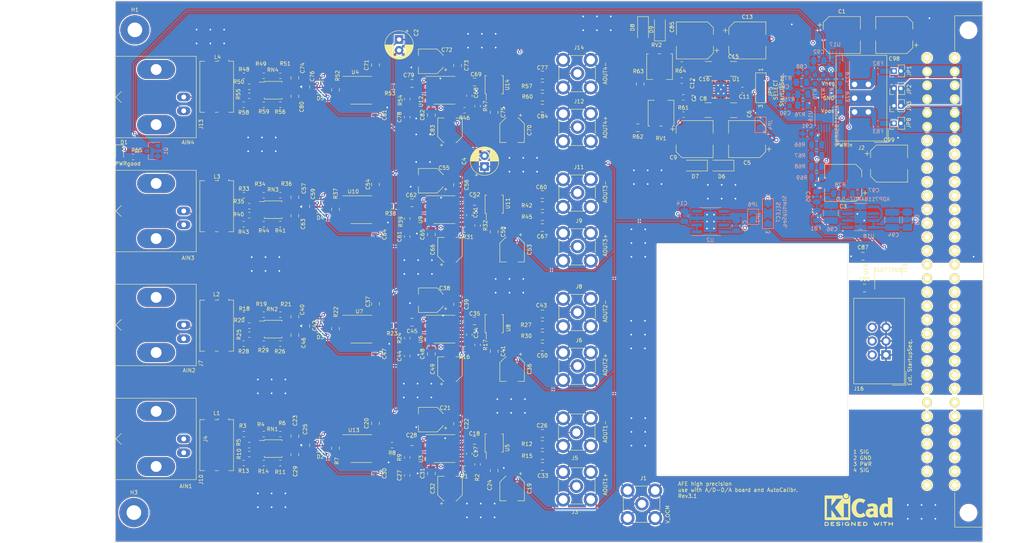
<source format=kicad_pcb>
(kicad_pcb (version 20171130) (host pcbnew "(5.1.2)-1")
  (title_block (title "High-Precision, low noise Analog Front End") (date 2020-09-09) (rev 3.1) (company "RbSr QuSim") (comment 1 "3-stage design: InputBuffer - Filter - ADC Driver") (comment 2 "Design by: L.Reichsöllner for  RbSr QuSim (UvA)") (comment 3 "see also Application Note AN-1264"))
  (layers (0 F.Cu signal) (1 In1.Cu power) (2 In2.Cu power) (31 B.Cu signal) (34 B.Paste user) (35 F.Paste user) (36 B.SilkS user) (37 F.SilkS user) (38 B.Mask user) (39 F.Mask user) (44 Edge.Cuts user))
  (net 0 "")
  (net 1 /PWR+5V)
  (net 2 /PWR+15V)
  (net 3 /PWR-15V)
  (net 4 /AFE1/Aout+)
  (net 5 /AFE1/Aout-)
  (net 6 /V_OCM)
  (net 7 /AFE1/Ain-)
  (net 8 /AFE1/Ain+)
  (net 9 "Net-(R3-Pad1)")
  (net 10 "Net-(R4-Pad2)")
  (net 11 "Net-(R7-Pad2)")
  (net 12 "Net-(R8-Pad2)")
  (net 13 "Net-(R10-Pad2)")
  (net 14 "Net-(R12-Pad2)")
  (net 15 "Net-(RN1-Pad9)")
  (net 16 "Net-(U2-Pad4)")
  (net 17 "Net-(U2-Pad7)")
  (net 18 "Net-(U5-Pad1)")
  (net 19 "Net-(U5-Pad7)")
  (net 20 "Net-(U5-Pad10)")
  (net 21 /AFE2/Aout+)
  (net 22 /AFE2/Aout-)
  (net 23 /AFE3/Aout+)
  (net 24 /AFE3/Aout-)
  (net 25 /AFE4/Aout+)
  (net 26 /AFE4/Aout-)
  (net 27 /AFE2/Ain-)
  (net 28 /AFE2/Ain+)
  (net 29 /AFE3/Ain-)
  (net 30 /AFE3/Ain+)
  (net 31 /AFE4/Ain-)
  (net 32 /AFE4/Ain+)
  (net 33 "Net-(R15-Pad2)")
  (net 34 "Net-(R22-Pad2)")
  (net 35 "Net-(R25-Pad1)")
  (net 36 "Net-(R40-Pad2)")
  (net 37 "Net-(RN2-Pad9)")
  (net 38 "Net-(RN3-Pad9)")
  (net 39 "Net-(RN4-Pad9)")
  (net 40 "Net-(C23-Pad2)")
  (net 41 /AFE1/Vout_LP)
  (net 42 /AFE2/Vout_LP)
  (net 43 /AFE3/Vout_LP)
  (net 44 "Net-(C74-Pad2)")
  (net 45 /AFE4/Vout_LP)
  (net 46 "Net-(L1-Pad2)")
  (net 47 "Net-(L1-Pad4)")
  (net 48 "Net-(L2-Pad4)")
  (net 49 "Net-(L2-Pad2)")
  (net 50 "Net-(L3-Pad4)")
  (net 51 "Net-(L3-Pad2)")
  (net 52 "Net-(L4-Pad2)")
  (net 53 "Net-(L4-Pad4)")
  (net 54 "Net-(R5-Pad1)")
  (net 55 "Net-(R7-Pad1)")
  (net 56 "Net-(R10-Pad1)")
  (net 57 "Net-(R11-Pad1)")
  (net 58 "Net-(R25-Pad2)")
  (net 59 "Net-(R30-Pad2)")
  (net 60 "Net-(R41-Pad1)")
  (net 61 "Net-(C40-Pad2)")
  (net 62 "Net-(C57-Pad2)")
  (net 63 "Net-(R18-Pad1)")
  (net 64 "Net-(R19-Pad2)")
  (net 65 "Net-(R20-Pad1)")
  (net 66 "Net-(R22-Pad1)")
  (net 67 "Net-(R23-Pad2)")
  (net 68 "Net-(R26-Pad1)")
  (net 69 "Net-(R27-Pad2)")
  (net 70 "Net-(R33-Pad1)")
  (net 71 "Net-(R34-Pad2)")
  (net 72 "Net-(R35-Pad1)")
  (net 73 "Net-(R37-Pad2)")
  (net 74 "Net-(R37-Pad1)")
  (net 75 "Net-(R38-Pad2)")
  (net 76 "Net-(R40-Pad1)")
  (net 77 "Net-(R42-Pad2)")
  (net 78 "Net-(R45-Pad2)")
  (net 79 "Net-(R48-Pad1)")
  (net 80 "Net-(R49-Pad2)")
  (net 81 "Net-(R50-Pad1)")
  (net 82 "Net-(R52-Pad1)")
  (net 83 "Net-(R52-Pad2)")
  (net 84 "Net-(R53-Pad2)")
  (net 85 "Net-(R55-Pad1)")
  (net 86 "Net-(R55-Pad2)")
  (net 87 "Net-(R56-Pad1)")
  (net 88 "Net-(R57-Pad2)")
  (net 89 "Net-(R60-Pad2)")
  (net 90 "Net-(U8-Pad1)")
  (net 91 "Net-(U8-Pad7)")
  (net 92 "Net-(U8-Pad10)")
  (net 93 "Net-(U11-Pad1)")
  (net 94 "Net-(U11-Pad7)")
  (net 95 "Net-(U11-Pad10)")
  (net 96 "Net-(U14-Pad10)")
  (net 97 "Net-(U14-Pad7)")
  (net 98 "Net-(U14-Pad1)")
  (net 99 /PWR-16V)
  (net 100 /PWR+16V)
  (net 101 "Net-(C17-Pad2)")
  (net 102 "Net-(C18-Pad2)")
  (net 103 "Net-(C18-Pad1)")
  (net 104 "Net-(C25-Pad2)")
  (net 105 "Net-(C27-Pad2)")
  (net 106 "Net-(C28-Pad2)")
  (net 107 "Net-(C34-Pad2)")
  (net 108 "Net-(C35-Pad2)")
  (net 109 "Net-(C35-Pad1)")
  (net 110 "Net-(C42-Pad2)")
  (net 111 "Net-(C44-Pad2)")
  (net 112 "Net-(C45-Pad2)")
  (net 113 "Net-(C51-Pad2)")
  (net 114 "Net-(C52-Pad2)")
  (net 115 "Net-(C52-Pad1)")
  (net 116 "Net-(C59-Pad2)")
  (net 117 "Net-(C61-Pad2)")
  (net 118 "Net-(C62-Pad2)")
  (net 119 "Net-(C68-Pad2)")
  (net 120 "Net-(C69-Pad2)")
  (net 121 "Net-(C69-Pad1)")
  (net 122 "Net-(C76-Pad2)")
  (net 123 "Net-(C78-Pad2)")
  (net 124 "Net-(C79-Pad2)")
  (net 125 GND)
  (net 126 "Net-(C7-Pad2)")
  (net 127 "Net-(C11-Pad1)")
  (net 128 "Net-(C12-Pad1)")
  (net 129 VCC)
  (net 130 "Net-(C89-Pad1)")
  (net 131 "Net-(C90-Pad1)")
  (net 132 "Net-(D1-Pad1)")
  (net 133 "Net-(D1-Pad2)")
  (net 134 "Net-(J15-Pada1)")
  (net 135 "Net-(J15-Padb1)")
  (net 136 /PowerCconnection1/PWR-16V_rack)
  (net 137 /PowerCconnection1/GND_rack)
  (net 138 /PowerCconnection1/PWR+16V_rack)
  (net 139 "Net-(J15-Pada7)")
  (net 140 "Net-(J15-Padb7)")
  (net 141 "Net-(J15-Pada8)")
  (net 142 "Net-(J15-Padb8)")
  (net 143 "Net-(J15-Pada9)")
  (net 144 "Net-(J15-Padb9)")
  (net 145 "Net-(J15-Pada10)")
  (net 146 "Net-(J15-Padb10)")
  (net 147 "Net-(J15-Pada11)")
  (net 148 "Net-(J15-Padb11)")
  (net 149 "Net-(J15-Pada12)")
  (net 150 "Net-(J15-Padb12)")
  (net 151 "Net-(J15-Pada13)")
  (net 152 "Net-(J15-Padb13)")
  (net 153 "Net-(J15-Pada14)")
  (net 154 "Net-(J15-Padb14)")
  (net 155 "Net-(J15-Pada15)")
  (net 156 "Net-(J15-Padb15)")
  (net 157 "Net-(J15-Pada16)")
  (net 158 "Net-(J15-Padb16)")
  (net 159 "Net-(J15-Pada17)")
  (net 160 "Net-(J15-Padb17)")
  (net 161 "Net-(J15-Pada18)")
  (net 162 "Net-(J15-Padb18)")
  (net 163 "Net-(J15-Pada19)")
  (net 164 "Net-(J15-Padb19)")
  (net 165 "Net-(J15-Pada20)")
  (net 166 "Net-(J15-Padb20)")
  (net 167 "Net-(J15-Pada21)")
  (net 168 "Net-(J15-Padb21)")
  (net 169 "Net-(J15-Pada22)")
  (net 170 "Net-(J15-Padb22)")
  (net 171 "Net-(J15-Pada23)")
  (net 172 "Net-(J15-Padb23)")
  (net 173 "Net-(J15-Pada24)")
  (net 174 "Net-(J15-Padb24)")
  (net 175 "Net-(J15-Pada25)")
  (net 176 "Net-(J15-Padb25)")
  (net 177 "Net-(J15-Pada26)")
  (net 178 "Net-(J15-Padb26)")
  (net 179 "Net-(J15-Pada27)")
  (net 180 "Net-(J15-Padb27)")
  (net 181 "Net-(J15-Pada28)")
  (net 182 "Net-(J15-Padb28)")
  (net 183 "Net-(J15-Pada29)")
  (net 184 "Net-(J15-Padb29)")
  (net 185 "Net-(J15-Pada30)")
  (net 186 "Net-(J15-Padb30)")
  (net 187 "Net-(J15-Pada31)")
  (net 188 "Net-(J15-Padb31)")
  (net 189 "Net-(J15-Pada32)")
  (net 190 "Net-(J15-Padb32)")
  (net 191 /Power/EN_PWRseqExtProg1)
  (net 192 /Power/EN_PWRseqExtProg2)
  (net 193 "Net-(J16-Pad6)")
  (net 194 "Net-(JP4-Pad2)")
  (net 195 /Power/EN_analog1)
  (net 196 "Net-(JP6-Pad2)")
  (net 197 /Power/EN_analog2)
  (net 198 "Net-(R61-Pad1)")
  (net 199 "Net-(R62-Pad1)")
  (net 200 "Net-(R63-Pad2)")
  (net 201 "Net-(R63-Pad1)")
  (net 202 "Net-(R64-Pad2)")
  (net 203 "Net-(R73-Pad1)")
  (net 204 "Net-(C96-Pad1)")
  (net 205 "Net-(J16-Pad4)")
  (net 206 "Net-(C86-Pad2)")
  (net 207 "Net-(C86-Pad1)")
  (net 208 "Net-(C88-Pad1)")
  (net 209 "Net-(C97-Pad1)")
  (net 210 /Power/PowerUpSeq1/PWR_GD)
  (net 211 /Power/PowerUpSeq1/EN_analog3)
  (net 212 "Net-(R77-Pad1)")
  (net 213 "Net-(U18-Pad6)")
  (net 214 "Net-(R73-Pad2)")
  (net 215 "Net-(FB2-Pad1)")
  (net 216 "Net-(FB3-Pad2)")
  (module Symbol:KiCad-Logo2_5mm_SilkScreen (layer F.Cu) (at 227.0125 138.8745)
    (fp_text reference REF** hide)
    (fp_text value KiCad-Logo2_5mm_SilkScreen hide)
  )
  (module ADA4622-2-SOIC:SOIC-8_3.9x4.9mm_P1.27mm (layer F.Cu) (at 150.749 61.605)
    (fp_text reference U12 (at -4.318 2.0855 90) (layer F.SilkS) (effects (font (size 0.7 0.7) (thickness 0.1))))
    (fp_text value ADA4622-2ARZ)
    (pad 1 smd roundrect (at -2.475 -1.905) (size 1.95 0.6) (layers F.Cu F.Paste F.Mask) (net 45 /AFE4/Vout_LP))
    (pad 2 smd roundrect (at -2.475 -0.635) (size 1.95 0.6) (layers F.Cu F.Paste F.Mask) (net 45 /AFE4/Vout_LP))
    (pad 3 smd roundrect (at -2.475 0.635) (size 1.95 0.6) (layers F.Cu F.Paste F.Mask) (net 123 "Net-(C78-Pad2)"))
    (pad 4 smd roundrect (at -2.475 1.905) (size 1.95 0.6) (layers F.Cu F.Paste F.Mask) (net 3 /PWR-15V))
    (pad 5 smd roundrect (at 2.475 1.905) (size 1.95 0.6) (layers F.Cu F.Paste F.Mask) (net 119 "Net-(C68-Pad2)"))
    (pad 6 smd roundrect (at 2.475 0.635) (size 1.95 0.6) (layers F.Cu F.Paste F.Mask) (net 121 "Net-(C69-Pad1)"))
    (pad 7 smd roundrect (at 2.475 -0.635) (size 1.95 0.6) (layers F.Cu F.Paste F.Mask) (net 121 "Net-(C69-Pad1)"))
    (pad 8 smd roundrect (at 2.475 -1.905) (size 1.95 0.6) (layers F.Cu F.Paste F.Mask) (net 2 /PWR+15V))
  )
  (module ADA4622-2-SOIC:SOIC-8_3.9x4.9mm_P1.27mm (layer F.Cu) (at 150.749 83.615)
    (fp_text reference U9 (at -4.3815 1.856 90) (layer F.SilkS) (effects (font (size 0.7 0.7) (thickness 0.1))))
    (fp_text value ADA4622-2ARZ)
    (pad 1 smd roundrect (at -2.475 -1.905) (size 1.95 0.6) (layers F.Cu F.Paste F.Mask) (net 43 /AFE3/Vout_LP))
    (pad 2 smd roundrect (at -2.475 -0.635) (size 1.95 0.6) (layers F.Cu F.Paste F.Mask) (net 43 /AFE3/Vout_LP))
    (pad 3 smd roundrect (at -2.475 0.635) (size 1.95 0.6) (layers F.Cu F.Paste F.Mask) (net 117 "Net-(C61-Pad2)"))
    (pad 4 smd roundrect (at -2.475 1.905) (size 1.95 0.6) (layers F.Cu F.Paste F.Mask) (net 3 /PWR-15V))
    (pad 5 smd roundrect (at 2.475 1.905) (size 1.95 0.6) (layers F.Cu F.Paste F.Mask) (net 113 "Net-(C51-Pad2)"))
    (pad 6 smd roundrect (at 2.475 0.635) (size 1.95 0.6) (layers F.Cu F.Paste F.Mask) (net 115 "Net-(C52-Pad1)"))
    (pad 7 smd roundrect (at 2.475 -0.635) (size 1.95 0.6) (layers F.Cu F.Paste F.Mask) (net 115 "Net-(C52-Pad1)"))
    (pad 8 smd roundrect (at 2.475 -1.905) (size 1.95 0.6) (layers F.Cu F.Paste F.Mask) (net 2 /PWR+15V))
  )
  (module ADA4622-2-SOIC:SOIC-8_3.9x4.9mm_P1.27mm (layer F.Cu) (at 150.749 105.625)
    (fp_text reference U6 (at -4.3815 1.8805 90) (layer F.SilkS) (effects (font (size 0.7 0.7) (thickness 0.1))))
    (fp_text value ADA4622-2ARZ)
    (pad 1 smd roundrect (at -2.475 -1.905) (size 1.95 0.6) (layers F.Cu F.Paste F.Mask) (net 42 /AFE2/Vout_LP))
    (pad 2 smd roundrect (at -2.475 -0.635) (size 1.95 0.6) (layers F.Cu F.Paste F.Mask) (net 42 /AFE2/Vout_LP))
    (pad 3 smd roundrect (at -2.475 0.635) (size 1.95 0.6) (layers F.Cu F.Paste F.Mask) (net 111 "Net-(C44-Pad2)"))
    (pad 4 smd roundrect (at -2.475 1.905) (size 1.95 0.6) (layers F.Cu F.Paste F.Mask) (net 3 /PWR-15V))
    (pad 5 smd roundrect (at 2.475 1.905) (size 1.95 0.6) (layers F.Cu F.Paste F.Mask) (net 107 "Net-(C34-Pad2)"))
    (pad 6 smd roundrect (at 2.475 0.635) (size 1.95 0.6) (layers F.Cu F.Paste F.Mask) (net 109 "Net-(C35-Pad1)"))
    (pad 7 smd roundrect (at 2.475 -0.635) (size 1.95 0.6) (layers F.Cu F.Paste F.Mask) (net 109 "Net-(C35-Pad1)"))
    (pad 8 smd roundrect (at 2.475 -1.905) (size 1.95 0.6) (layers F.Cu F.Paste F.Mask) (net 2 /PWR+15V))
  )
  (module ADA4622-2-SOIC:SOIC-8_3.9x4.9mm_P1.27mm (layer F.Cu) (at 150.749 127.635)
    (fp_text reference U3 (at -4.318 1.905 90) (layer F.SilkS) (effects (font (size 0.7 0.7) (thickness 0.1))))
    (fp_text value ADA4622-2ARZ)
    (pad 1 smd roundrect (at -2.475 -1.905) (size 1.95 0.6) (layers F.Cu F.Paste F.Mask) (net 41 /AFE1/Vout_LP))
    (pad 2 smd roundrect (at -2.475 -0.635) (size 1.95 0.6) (layers F.Cu F.Paste F.Mask) (net 41 /AFE1/Vout_LP))
    (pad 3 smd roundrect (at -2.475 0.635) (size 1.95 0.6) (layers F.Cu F.Paste F.Mask) (net 105 "Net-(C27-Pad2)"))
    (pad 4 smd roundrect (at -2.475 1.905) (size 1.95 0.6) (layers F.Cu F.Paste F.Mask) (net 3 /PWR-15V))
    (pad 5 smd roundrect (at 2.475 1.905) (size 1.95 0.6) (layers F.Cu F.Paste F.Mask) (net 101 "Net-(C17-Pad2)"))
    (pad 6 smd roundrect (at 2.475 0.635) (size 1.95 0.6) (layers F.Cu F.Paste F.Mask) (net 103 "Net-(C18-Pad1)"))
    (pad 7 smd roundrect (at 2.475 -0.635) (size 1.95 0.6) (layers F.Cu F.Paste F.Mask) (net 103 "Net-(C18-Pad1)"))
    (pad 8 smd roundrect (at 2.475 -1.905) (size 1.95 0.6) (layers F.Cu F.Paste F.Mask) (net 2 /PWR+15V))
  )
  (module MountingHole:MountingHole_2.7mm_M2.5_Pad (layer F.Cu) (at 93.57 139.425)
    (fp_text reference H3 (at 0 -3.7) (layer F.SilkS) (effects (font (size 0.7 0.7) (thickness 0.1))))
    (fp_text value MountingHole)
    (pad 1 thru_hole circle (at 0 0) (size 5.4 5.4) (drill 2.7) (layers *.Cu *.Mask))
  )
  (module MountingHole:MountingHole_2.7mm_M2.5_Pad (layer F.Cu) (at 93.75 50.475)
    (fp_text reference H1 (at 0 -3.7) (layer F.SilkS) (effects (font (size 0.7 0.7) (thickness 0.1))))
    (fp_text value MountingHole)
    (pad 1 thru_hole circle (at 0 0) (size 5.4 5.4) (drill 2.7) (layers *.Cu *.Mask))
  )
  (module Package_SO:SOIC-8-1EP_3.9x4.9mm_P1.27mm_EP2.41x3.81mm (layer B.Cu) (at 199.6796 85.806)
    (fp_text reference U2 (at 0 3.4) (layer B.SilkS) (effects (font (size 0.7 0.7) (thickness 0.1)) (justify mirror)))
    (fp_text value ADP7104ARDZ-5.0)
    (pad 8 smd roundrect (at 2.475 1.905) (size 1.95 0.6) (layers B.Cu B.Paste B.Mask) (net 100 /PWR+16V))
    (pad 7 smd roundrect (at 2.475 0.635) (size 1.95 0.6) (layers B.Cu B.Paste B.Mask) (net 17 "Net-(U2-Pad7)"))
    (pad 6 smd roundrect (at 2.475 -0.635) (size 1.95 0.6) (layers B.Cu B.Paste B.Mask) (net 125 GND))
    (pad 5 smd roundrect (at 2.475 -1.905) (size 1.95 0.6) (layers B.Cu B.Paste B.Mask) (net 196 "Net-(JP6-Pad2)"))
    (pad 4 smd roundrect (at -2.475 -1.905) (size 1.95 0.6) (layers B.Cu B.Paste B.Mask) (net 16 "Net-(U2-Pad4)"))
    (pad 3 smd roundrect (at -2.475 -0.635) (size 1.95 0.6) (layers B.Cu B.Paste B.Mask) (net 125 GND))
    (pad 2 smd roundrect (at -2.475 0.635) (size 1.95 0.6) (layers B.Cu B.Paste B.Mask) (net 1 /PWR+5V))
    (pad 1 smd roundrect (at -2.475 1.905) (size 1.95 0.6) (layers B.Cu B.Paste B.Mask) (net 1 /PWR+5V))
    (pad 9 smd roundrect (at 0 0) (size 2.41 3.81) (layers B.Cu B.Mask) (roundrect_rratio 0.103734) (net 125 GND))
  )
  (module digikey-footprints:RF_SMB_jack_Vertical (layer F.Cu) (at 175.133 58.557)
    (fp_text reference J14 (at 0.375 -4.8) (layer F.SilkS) (effects (font (size 0.7 0.7) (thickness 0.1))))
    (fp_text value AnalogOut4-)
    (pad 2 thru_hole circle (at -2.54 2.54) (size 2.6 2.6) (drill 1.6) (layers *.Cu *.Mask) (net 125 GND))
    (pad 2 thru_hole circle (at 2.54 2.54) (size 2.6 2.6) (drill 1.6) (layers *.Cu *.Mask) (net 125 GND))
    (pad 2 thru_hole circle (at 2.54 -2.54) (size 2.6 2.6) (drill 1.6) (layers *.Cu *.Mask) (net 125 GND))
    (pad 2 thru_hole circle (at -2.54 -2.54) (size 2.6 2.6) (drill 1.6) (layers *.Cu *.Mask) (net 125 GND))
    (pad 1 thru_hole circle (at 0.1 -0.075) (size 2.5 2.5) (drill 1.5) (layers *.Cu *.Mask) (net 26 /AFE4/Aout-))
  )
  (module digikey-footprints:RF_SMB_jack_Vertical (layer F.Cu) (at 175.133 68.463)
    (fp_text reference J12 (at 0.375 -4.8) (layer F.SilkS) (effects (font (size 0.7 0.7) (thickness 0.1))))
    (fp_text value AnalogOut4+)
    (pad 2 thru_hole circle (at -2.54 2.54) (size 2.6 2.6) (drill 1.6) (layers *.Cu *.Mask) (net 125 GND))
    (pad 2 thru_hole circle (at 2.54 2.54) (size 2.6 2.6) (drill 1.6) (layers *.Cu *.Mask) (net 125 GND))
    (pad 2 thru_hole circle (at 2.54 -2.54) (size 2.6 2.6) (drill 1.6) (layers *.Cu *.Mask) (net 125 GND))
    (pad 2 thru_hole circle (at -2.54 -2.54) (size 2.6 2.6) (drill 1.6) (layers *.Cu *.Mask) (net 125 GND))
    (pad 1 thru_hole circle (at 0.1 -0.075) (size 2.5 2.5) (drill 1.5) (layers *.Cu *.Mask) (net 25 /AFE4/Aout+))
  )
  (module digikey-footprints:RF_SMB_jack_Vertical (layer F.Cu) (at 175.133 80.567)
    (fp_text reference J11 (at 0.375 -4.8) (layer F.SilkS) (effects (font (size 0.7 0.7) (thickness 0.1))))
    (fp_text value AnalogOut3-)
    (pad 2 thru_hole circle (at -2.54 2.54) (size 2.6 2.6) (drill 1.6) (layers *.Cu *.Mask) (net 125 GND))
    (pad 2 thru_hole circle (at 2.54 2.54) (size 2.6 2.6) (drill 1.6) (layers *.Cu *.Mask) (net 125 GND))
    (pad 2 thru_hole circle (at 2.54 -2.54) (size 2.6 2.6) (drill 1.6) (layers *.Cu *.Mask) (net 125 GND))
    (pad 2 thru_hole circle (at -2.54 -2.54) (size 2.6 2.6) (drill 1.6) (layers *.Cu *.Mask) (net 125 GND))
    (pad 1 thru_hole circle (at 0.1 -0.075) (size 2.5 2.5) (drill 1.5) (layers *.Cu *.Mask) (net 24 /AFE3/Aout-))
  )
  (module digikey-footprints:RF_SMB_jack_Vertical (layer F.Cu) (at 175.133 90.473)
    (fp_text reference J9 (at 0.375 -4.8) (layer F.SilkS) (effects (font (size 0.7 0.7) (thickness 0.1))))
    (fp_text value AnalogOut3+)
    (pad 2 thru_hole circle (at -2.54 2.54) (size 2.6 2.6) (drill 1.6) (layers *.Cu *.Mask) (net 125 GND))
    (pad 2 thru_hole circle (at 2.54 2.54) (size 2.6 2.6) (drill 1.6) (layers *.Cu *.Mask) (net 125 GND))
    (pad 2 thru_hole circle (at 2.54 -2.54) (size 2.6 2.6) (drill 1.6) (layers *.Cu *.Mask) (net 125 GND))
    (pad 2 thru_hole circle (at -2.54 -2.54) (size 2.6 2.6) (drill 1.6) (layers *.Cu *.Mask) (net 125 GND))
    (pad 1 thru_hole circle (at 0.1 -0.075) (size 2.5 2.5) (drill 1.5) (layers *.Cu *.Mask) (net 23 /AFE3/Aout+))
  )
  (module digikey-footprints:RF_SMB_jack_Vertical (layer F.Cu) (at 175.133 102.577)
    (fp_text reference J8 (at 0.375 -4.8) (layer F.SilkS) (effects (font (size 0.7 0.7) (thickness 0.1))))
    (fp_text value AnalogOut2-)
    (pad 2 thru_hole circle (at -2.54 2.54) (size 2.6 2.6) (drill 1.6) (layers *.Cu *.Mask) (net 125 GND))
    (pad 2 thru_hole circle (at 2.54 2.54) (size 2.6 2.6) (drill 1.6) (layers *.Cu *.Mask) (net 125 GND))
    (pad 2 thru_hole circle (at 2.54 -2.54) (size 2.6 2.6) (drill 1.6) (layers *.Cu *.Mask) (net 125 GND))
    (pad 2 thru_hole circle (at -2.54 -2.54) (size 2.6 2.6) (drill 1.6) (layers *.Cu *.Mask) (net 125 GND))
    (pad 1 thru_hole circle (at 0.1 -0.075) (size 2.5 2.5) (drill 1.5) (layers *.Cu *.Mask) (net 22 /AFE2/Aout-))
  )
  (module digikey-footprints:RF_SMB_jack_Vertical (layer F.Cu) (at 175.133 112.483)
    (fp_text reference J6 (at 0.375 -4.8) (layer F.SilkS) (effects (font (size 0.7 0.7) (thickness 0.1))))
    (fp_text value AnalogOut2+)
    (pad 2 thru_hole circle (at -2.54 2.54) (size 2.6 2.6) (drill 1.6) (layers *.Cu *.Mask) (net 125 GND))
    (pad 2 thru_hole circle (at 2.54 2.54) (size 2.6 2.6) (drill 1.6) (layers *.Cu *.Mask) (net 125 GND))
    (pad 2 thru_hole circle (at 2.54 -2.54) (size 2.6 2.6) (drill 1.6) (layers *.Cu *.Mask) (net 125 GND))
    (pad 2 thru_hole circle (at -2.54 -2.54) (size 2.6 2.6) (drill 1.6) (layers *.Cu *.Mask) (net 125 GND))
    (pad 1 thru_hole circle (at 0.1 -0.075) (size 2.5 2.5) (drill 1.5) (layers *.Cu *.Mask) (net 21 /AFE2/Aout+))
  )
  (module digikey-footprints:RF_SMB_jack_Vertical (layer F.Cu) (at 175.133 124.587 180)
    (fp_text reference J5 (at 0.375 -4.8) (layer F.SilkS) (effects (font (size 0.7 0.7) (thickness 0.1))))
    (fp_text value AnalogOut1-)
    (pad 2 thru_hole circle (at -2.54 2.54 180) (size 2.6 2.6) (drill 1.6) (layers *.Cu *.Mask) (net 125 GND))
    (pad 2 thru_hole circle (at 2.54 2.54 180) (size 2.6 2.6) (drill 1.6) (layers *.Cu *.Mask) (net 125 GND))
    (pad 2 thru_hole circle (at 2.54 -2.54 180) (size 2.6 2.6) (drill 1.6) (layers *.Cu *.Mask) (net 125 GND))
    (pad 2 thru_hole circle (at -2.54 -2.54 180) (size 2.6 2.6) (drill 1.6) (layers *.Cu *.Mask) (net 125 GND))
    (pad 1 thru_hole circle (at 0.1 -0.075 180) (size 2.5 2.5) (drill 1.5) (layers *.Cu *.Mask) (net 5 /AFE1/Aout-))
  )
  (module digikey-footprints:RF_SMB_jack_Vertical (layer F.Cu) (at 175.133 134.493 180)
    (fp_text reference J3 (at 0.375 -4.8) (layer F.SilkS) (effects (font (size 0.7 0.7) (thickness 0.1))))
    (fp_text value AnalogOut1+)
    (pad 2 thru_hole circle (at -2.54 2.54 180) (size 2.6 2.6) (drill 1.6) (layers *.Cu *.Mask) (net 125 GND))
    (pad 2 thru_hole circle (at 2.54 2.54 180) (size 2.6 2.6) (drill 1.6) (layers *.Cu *.Mask) (net 125 GND))
    (pad 2 thru_hole circle (at 2.54 -2.54 180) (size 2.6 2.6) (drill 1.6) (layers *.Cu *.Mask) (net 125 GND))
    (pad 2 thru_hole circle (at -2.54 -2.54 180) (size 2.6 2.6) (drill 1.6) (layers *.Cu *.Mask) (net 125 GND))
    (pad 1 thru_hole circle (at 0.1 -0.075 180) (size 2.5 2.5) (drill 1.5) (layers *.Cu *.Mask) (net 4 /AFE1/Aout+))
  )
  (module digikey-footprints:RF_SMB_jack_Vertical (layer F.Cu) (at 186.9948 137.8966)
    (fp_text reference J1 (at 0.375 -4.8) (layer F.SilkS) (effects (font (size 0.7 0.7) (thickness 0.1))))
    (fp_text value V_OCM)
    (pad 2 thru_hole circle (at -2.54 2.54) (size 2.6 2.6) (drill 1.6) (layers *.Cu *.Mask) (net 125 GND))
    (pad 2 thru_hole circle (at 2.54 2.54) (size 2.6 2.6) (drill 1.6) (layers *.Cu *.Mask) (net 125 GND))
    (pad 2 thru_hole circle (at 2.54 -2.54) (size 2.6 2.6) (drill 1.6) (layers *.Cu *.Mask) (net 125 GND))
    (pad 2 thru_hole circle (at -2.54 -2.54) (size 2.6 2.6) (drill 1.6) (layers *.Cu *.Mask) (net 125 GND))
    (pad 1 thru_hole circle (at 0.1 -0.075) (size 2.5 2.5) (drill 1.5) (layers *.Cu *.Mask) (net 6 /V_OCM))
  )
  (module Capacitor_SMD:C_0805_2012Metric (layer B.Cu) (at 204.4192 86.5632 90)
    (fp_text reference C10 (at 0 1.65 270) (layer B.SilkS) (effects (font (size 0.7 0.7) (thickness 0.1)) (justify mirror)))
    (fp_text value 1uF)
    (pad 2 smd roundrect (at 0.9375 0 90) (size 0.975 1.4) (layers B.Cu B.Paste B.Mask) (net 125 GND))
    (pad 1 smd roundrect (at -0.9375 0 90) (size 0.975 1.4) (layers B.Cu B.Paste B.Mask) (net 100 /PWR+16V))
  )
  (module Capacitor_SMD:C_0805_2012Metric (layer B.Cu) (at 194.8942 84.79 90)
    (fp_text reference C14 (at 2.362 -0.444) (layer B.SilkS) (effects (font (size 0.7 0.7) (thickness 0.1)) (justify mirror)))
    (fp_text value 1uF)
    (pad 2 smd roundrect (at 0.9375 0 90) (size 0.975 1.4) (layers B.Cu B.Paste B.Mask) (net 125 GND))
    (pad 1 smd roundrect (at -0.9375 0 90) (size 0.975 1.4) (layers B.Cu B.Paste B.Mask) (net 1 /PWR+5V))
  )
  (module Capacitor_SMD:C_0805_2012Metric (layer F.Cu) (at 138.049 122.9845 90)
    (fp_text reference C20 (at 0 -1.65 90) (layer F.SilkS) (effects (font (size 0.7 0.7) (thickness 0.1))))
    (fp_text value 100nF)
    (pad 2 smd roundrect (at 0.9375 0 90) (size 0.975 1.4) (layers F.Cu F.Paste F.Mask) (net 125 GND))
    (pad 1 smd roundrect (at -0.9375 0 90) (size 0.975 1.4) (layers F.Cu F.Paste F.Mask) (net 2 /PWR+15V))
  )
  (module Capacitor_SMD:C_0805_2012Metric (layer F.Cu) (at 123.2022 125.349 270)
    (fp_text reference C23 (at -2.8702 -0.0386 270) (layer F.SilkS) (effects (font (size 0.7 0.7) (thickness 0.1))))
    (fp_text value 1n)
    (pad 2 smd roundrect (at 0.9375 0 270) (size 0.975 1.4) (layers F.Cu F.Paste F.Mask) (net 40 "Net-(C23-Pad2)"))
    (pad 1 smd roundrect (at -0.9375 0 270) (size 0.975 1.4) (layers F.Cu F.Paste F.Mask) (net 125 GND))
  )
  (module Capacitor_SMD:C_0805_2012Metric (layer F.Cu) (at 159.893 131.699 270)
    (fp_text reference C24 (at 2.667 0.8255 270) (layer F.SilkS) (effects (font (size 0.7 0.7) (thickness 0.1))))
    (fp_text value 100nF)
    (pad 2 smd roundrect (at 0.9375 0 270) (size 0.975 1.4) (layers F.Cu F.Paste F.Mask) (net 125 GND))
    (pad 1 smd roundrect (at -0.9375 0 270) (size 0.975 1.4) (layers F.Cu F.Paste F.Mask) (net 1 /PWR+5V))
  )
  (module Capacitor_SMD:C_0805_2012Metric (layer F.Cu) (at 125.2022 127.035 270)
    (fp_text reference C25 (at -2.956 0.1072 90) (layer F.SilkS) (effects (font (size 0.7 0.7) (thickness 0.1))))
    (fp_text value 10nF)
    (pad 2 smd roundrect (at 0.9375 0 270) (size 0.975 1.4) (layers F.Cu F.Paste F.Mask) (net 104 "Net-(C25-Pad2)"))
    (pad 1 smd roundrect (at -0.9375 0 270) (size 0.975 1.4) (layers F.Cu F.Paste F.Mask) (net 40 "Net-(C23-Pad2)"))
  )
  (module Capacitor_SMD:C_0805_2012Metric (layer F.Cu) (at 168.783 124.841 180)
    (fp_text reference C26 (at 0.0762 1.4478) (layer F.SilkS) (effects (font (size 0.7 0.7) (thickness 0.1))))
    (fp_text value 100nF)
    (pad 2 smd roundrect (at 0.9375 0 180) (size 0.975 1.4) (layers F.Cu F.Paste F.Mask) (net 125 GND))
    (pad 1 smd roundrect (at -0.9375 0 180) (size 0.975 1.4) (layers F.Cu F.Paste F.Mask) (net 5 /AFE1/Aout-))
  )
  (module Capacitor_SMD:C_0805_2012Metric (layer F.Cu) (at 123.2022 128.748 270)
    (fp_text reference C29 (at 3.078 -0.0894 270) (layer F.SilkS) (effects (font (size 0.7 0.7) (thickness 0.1))))
    (fp_text value 1n)
    (pad 2 smd roundrect (at 0.9375 0 270) (size 0.975 1.4) (layers F.Cu F.Paste F.Mask) (net 125 GND))
    (pad 1 smd roundrect (at -0.9375 0 270) (size 0.975 1.4) (layers F.Cu F.Paste F.Mask) (net 104 "Net-(C25-Pad2)"))
  )
  (module Capacitor_SMD:C_0805_2012Metric (layer F.Cu) (at 138.049 132.207 270)
    (fp_text reference C30 (at 0 -1.65 90) (layer F.SilkS) (effects (font (size 0.7 0.7) (thickness 0.1))))
    (fp_text value 100nF)
    (pad 2 smd roundrect (at 0.9375 0 270) (size 0.975 1.4) (layers F.Cu F.Paste F.Mask) (net 125 GND))
    (pad 1 smd roundrect (at -0.9375 0 270) (size 0.975 1.4) (layers F.Cu F.Paste F.Mask) (net 3 /PWR-15V))
  )
  (module Capacitor_SMD:C_0805_2012Metric (layer F.Cu) (at 168.783 130.937)
    (fp_text reference C33 (at 0.0762 1.7018) (layer F.SilkS) (effects (font (size 0.7 0.7) (thickness 0.1))))
    (fp_text value 100nF)
    (pad 2 smd roundrect (at 0.9375 0) (size 0.975 1.4) (layers F.Cu F.Paste F.Mask) (net 4 /AFE1/Aout+))
    (pad 1 smd roundrect (at -0.9375 0) (size 0.975 1.4) (layers F.Cu F.Paste F.Mask) (net 125 GND))
  )
  (module Capacitor_SMD:C_0805_2012Metric (layer F.Cu) (at 138.049 100.9745 90)
    (fp_text reference C37 (at 0.3905 -1.397 90) (layer F.SilkS) (effects (font (size 0.7 0.7) (thickness 0.1))))
    (fp_text value 100nF)
    (pad 2 smd roundrect (at 0.9375 0 90) (size 0.975 1.4) (layers F.Cu F.Paste F.Mask) (net 125 GND))
    (pad 1 smd roundrect (at -0.9375 0 90) (size 0.975 1.4) (layers F.Cu F.Paste F.Mask) (net 2 /PWR+15V))
  )
  (module Capacitor_SMD:C_0805_2012Metric (layer F.Cu) (at 123.2022 103.339 270)
    (fp_text reference C40 (at -1.2818 -1.3594 90) (layer F.SilkS) (effects (font (size 0.7 0.7) (thickness 0.1))))
    (fp_text value 1n)
    (pad 2 smd roundrect (at 0.9375 0 270) (size 0.975 1.4) (layers F.Cu F.Paste F.Mask) (net 61 "Net-(C40-Pad2)"))
    (pad 1 smd roundrect (at -0.9375 0 270) (size 0.975 1.4) (layers F.Cu F.Paste F.Mask) (net 125 GND))
  )
  (module Capacitor_SMD:C_0805_2012Metric (layer F.Cu) (at 159.893 109.689 270)
    (fp_text reference C41 (at 0 -1.65 90) (layer F.SilkS) (effects (font (size 0.7 0.7) (thickness 0.1))))
    (fp_text value 100nF)
    (pad 2 smd roundrect (at 0.9375 0 270) (size 0.975 1.4) (layers F.Cu F.Paste F.Mask) (net 125 GND))
    (pad 1 smd roundrect (at -0.9375 0 270) (size 0.975 1.4) (layers F.Cu F.Paste F.Mask) (net 1 /PWR+5V))
  )
  (module Capacitor_SMD:C_0805_2012Metric (layer F.Cu) (at 125.2022 105.025 270)
    (fp_text reference C42 (at 0 -1.65 90) (layer F.SilkS) (effects (font (size 0.7 0.7) (thickness 0.1))))
    (fp_text value 10nF)
    (pad 2 smd roundrect (at 0.9375 0 270) (size 0.975 1.4) (layers F.Cu F.Paste F.Mask) (net 110 "Net-(C42-Pad2)"))
    (pad 1 smd roundrect (at -0.9375 0 270) (size 0.975 1.4) (layers F.Cu F.Paste F.Mask) (net 61 "Net-(C40-Pad2)"))
  )
  (module Capacitor_SMD:C_0805_2012Metric (layer F.Cu) (at 168.783 102.831 180)
    (fp_text reference C43 (at 0.1778 1.5866) (layer F.SilkS) (effects (font (size 0.7 0.7) (thickness 0.1))))
    (fp_text value 100nF)
    (pad 2 smd roundrect (at 0.9375 0 180) (size 0.975 1.4) (layers F.Cu F.Paste F.Mask) (net 125 GND))
    (pad 1 smd roundrect (at -0.9375 0 180) (size 0.975 1.4) (layers F.Cu F.Paste F.Mask) (net 22 /AFE2/Aout-))
  )
  (module Capacitor_SMD:C_0805_2012Metric (layer F.Cu) (at 123.2022 106.738 270)
    (fp_text reference C46 (at 1.4152 -1.6134 90) (layer F.SilkS) (effects (font (size 0.7 0.7) (thickness 0.1))))
    (fp_text value 1n)
    (pad 2 smd roundrect (at 0.9375 0 270) (size 0.975 1.4) (layers F.Cu F.Paste F.Mask) (net 125 GND))
    (pad 1 smd roundrect (at -0.9375 0 270) (size 0.975 1.4) (layers F.Cu F.Paste F.Mask) (net 110 "Net-(C42-Pad2)"))
  )
  (module Capacitor_SMD:C_0805_2012Metric (layer F.Cu) (at 138.049 110.197 270)
    (fp_text reference C47 (at 0 -1.65 90) (layer F.SilkS) (effects (font (size 0.7 0.7) (thickness 0.1))))
    (fp_text value 100nF)
    (pad 2 smd roundrect (at 0.9375 0 270) (size 0.975 1.4) (layers F.Cu F.Paste F.Mask) (net 125 GND))
    (pad 1 smd roundrect (at -0.9375 0 270) (size 0.975 1.4) (layers F.Cu F.Paste F.Mask) (net 3 /PWR-15V))
  )
  (module Capacitor_SMD:C_0805_2012Metric (layer F.Cu) (at 168.783 108.927)
    (fp_text reference C50 (at -0.0254 1.563) (layer F.SilkS) (effects (font (size 0.7 0.7) (thickness 0.1))))
    (fp_text value 100nF)
    (pad 2 smd roundrect (at 0.9375 0) (size 0.975 1.4) (layers F.Cu F.Paste F.Mask) (net 21 /AFE2/Aout+))
    (pad 1 smd roundrect (at -0.9375 0) (size 0.975 1.4) (layers F.Cu F.Paste F.Mask) (net 125 GND))
  )
  (module Capacitor_SMD:C_0805_2012Metric (layer F.Cu) (at 138.049 78.9645 90)
    (fp_text reference C54 (at 0.0213 -1.397 90) (layer F.SilkS) (effects (font (size 0.7 0.7) (thickness 0.1))))
    (fp_text value 100nF)
    (pad 2 smd roundrect (at 0.9375 0 90) (size 0.975 1.4) (layers F.Cu F.Paste F.Mask) (net 125 GND))
    (pad 1 smd roundrect (at -0.9375 0 90) (size 0.975 1.4) (layers F.Cu F.Paste F.Mask) (net 2 /PWR+15V))
  )
  (module Capacitor_SMD:C_0805_2012Metric (layer F.Cu) (at 123.2022 81.329 270)
    (fp_text reference C57 (at -1.6238 -1.65 90) (layer F.SilkS) (effects (font (size 0.7 0.7) (thickness 0.1))))
    (fp_text value 1n)
    (pad 2 smd roundrect (at 0.9375 0 270) (size 0.975 1.4) (layers F.Cu F.Paste F.Mask) (net 62 "Net-(C57-Pad2)"))
    (pad 1 smd roundrect (at -0.9375 0 270) (size 0.975 1.4) (layers F.Cu F.Paste F.Mask) (net 125 GND))
  )
  (module Capacitor_SMD:C_0805_2012Metric (layer F.Cu) (at 159.893 87.679 270)
    (fp_text reference C58 (at 0 -1.65 90) (layer F.SilkS) (effects (font (size 0.7 0.7) (thickness 0.1))))
    (fp_text value 100nF)
    (pad 2 smd roundrect (at 0.9375 0 270) (size 0.975 1.4) (layers F.Cu F.Paste F.Mask) (net 125 GND))
    (pad 1 smd roundrect (at -0.9375 0 270) (size 0.975 1.4) (layers F.Cu F.Paste F.Mask) (net 1 /PWR+5V))
  )
  (module Capacitor_SMD:C_0805_2012Metric (layer F.Cu) (at 125.2022 83.015 270)
    (fp_text reference C59 (at -2.2938 -1.3406 90) (layer F.SilkS) (effects (font (size 0.7 0.7) (thickness 0.1))))
    (fp_text value 10nF)
    (pad 2 smd roundrect (at 0.9375 0 270) (size 0.975 1.4) (layers F.Cu F.Paste F.Mask) (net 116 "Net-(C59-Pad2)"))
    (pad 1 smd roundrect (at -0.9375 0 270) (size 0.975 1.4) (layers F.Cu F.Paste F.Mask) (net 62 "Net-(C57-Pad2)"))
  )
  (module Capacitor_SMD:C_0805_2012Metric (layer F.Cu) (at 168.783 80.821 180)
    (fp_text reference C60 (at 0.1778 1.3698) (layer F.SilkS) (effects (font (size 0.7 0.7) (thickness 0.1))))
    (fp_text value 100nF)
    (pad 2 smd roundrect (at 0.9375 0 180) (size 0.975 1.4) (layers F.Cu F.Paste F.Mask) (net 125 GND))
    (pad 1 smd roundrect (at -0.9375 0 180) (size 0.975 1.4) (layers F.Cu F.Paste F.Mask) (net 24 /AFE3/Aout-))
  )
  (module Capacitor_SMD:C_0805_2012Metric (layer F.Cu) (at 123.2022 84.728 270)
    (fp_text reference C63 (at 1.5304 -1.5118 90) (layer F.SilkS) (effects (font (size 0.7 0.7) (thickness 0.1))))
    (fp_text value 1n)
    (pad 2 smd roundrect (at 0.9375 0 270) (size 0.975 1.4) (layers F.Cu F.Paste F.Mask) (net 125 GND))
    (pad 1 smd roundrect (at -0.9375 0 270) (size 0.975 1.4) (layers F.Cu F.Paste F.Mask) (net 116 "Net-(C59-Pad2)"))
  )
  (module Capacitor_SMD:C_0805_2012Metric (layer F.Cu) (at 138.049 88.187 270)
    (fp_text reference C64 (at 0 -1.65 90) (layer F.SilkS) (effects (font (size 0.7 0.7) (thickness 0.1))))
    (fp_text value 100nF)
    (pad 2 smd roundrect (at 0.9375 0 270) (size 0.975 1.4) (layers F.Cu F.Paste F.Mask) (net 125 GND))
    (pad 1 smd roundrect (at -0.9375 0 270) (size 0.975 1.4) (layers F.Cu F.Paste F.Mask) (net 3 /PWR-15V))
  )
  (module Capacitor_SMD:C_0805_2012Metric (layer F.Cu) (at 168.783 86.917)
    (fp_text reference C67 (at -0.0254 1.6274) (layer F.SilkS) (effects (font (size 0.7 0.7) (thickness 0.1))))
    (fp_text value 100nF)
    (pad 2 smd roundrect (at 0.9375 0) (size 0.975 1.4) (layers F.Cu F.Paste F.Mask) (net 23 /AFE3/Aout+))
    (pad 1 smd roundrect (at -0.9375 0) (size 0.975 1.4) (layers F.Cu F.Paste F.Mask) (net 125 GND))
  )
  (module Capacitor_SMD:C_0805_2012Metric (layer F.Cu) (at 138.049 56.9545 90)
    (fp_text reference C71 (at 0 -1.65 90) (layer F.SilkS) (effects (font (size 0.7 0.7) (thickness 0.1))))
    (fp_text value 100nF)
    (pad 2 smd roundrect (at 0.9375 0 90) (size 0.975 1.4) (layers F.Cu F.Paste F.Mask) (net 125 GND))
    (pad 1 smd roundrect (at -0.9375 0 90) (size 0.975 1.4) (layers F.Cu F.Paste F.Mask) (net 2 /PWR+15V))
  )
  (module Capacitor_SMD:C_0805_2012Metric (layer F.Cu) (at 123.2022 59.319 270)
    (fp_text reference C74 (at -1.8134 -1.4102 90) (layer F.SilkS) (effects (font (size 0.7 0.7) (thickness 0.1))))
    (fp_text value 1n)
    (pad 2 smd roundrect (at 0.9375 0 270) (size 0.975 1.4) (layers F.Cu F.Paste F.Mask) (net 44 "Net-(C74-Pad2)"))
    (pad 1 smd roundrect (at -0.9375 0 270) (size 0.975 1.4) (layers F.Cu F.Paste F.Mask) (net 125 GND))
  )
  (module Capacitor_SMD:C_0805_2012Metric (layer F.Cu) (at 159.893 65.669 270)
    (fp_text reference C75 (at 0 -1.65 90) (layer F.SilkS) (effects (font (size 0.7 0.7) (thickness 0.1))))
    (fp_text value 100nF)
    (pad 2 smd roundrect (at 0.9375 0 270) (size 0.975 1.4) (layers F.Cu F.Paste F.Mask) (net 125 GND))
    (pad 1 smd roundrect (at -0.9375 0 270) (size 0.975 1.4) (layers F.Cu F.Paste F.Mask) (net 1 /PWR+5V))
  )
  (module Capacitor_SMD:C_0805_2012Metric (layer F.Cu) (at 125.2022 61.005 270)
    (fp_text reference C76 (at -1.9754 -1.1882 90) (layer F.SilkS) (effects (font (size 0.7 0.7) (thickness 0.1))))
    (fp_text value 10nF)
    (pad 2 smd roundrect (at 0.9375 0 270) (size 0.975 1.4) (layers F.Cu F.Paste F.Mask) (net 122 "Net-(C76-Pad2)"))
    (pad 1 smd roundrect (at -0.9375 0 270) (size 0.975 1.4) (layers F.Cu F.Paste F.Mask) (net 44 "Net-(C74-Pad2)"))
  )
  (module Capacitor_SMD:C_0805_2012Metric (layer F.Cu) (at 168.783 58.811 180)
    (fp_text reference C77 (at 0 1.3562) (layer F.SilkS) (effects (font (size 0.7 0.7) (thickness 0.1))))
    (fp_text value 100nF)
    (pad 2 smd roundrect (at 0.9375 0 180) (size 0.975 1.4) (layers F.Cu F.Paste F.Mask) (net 125 GND))
    (pad 1 smd roundrect (at -0.9375 0 180) (size 0.975 1.4) (layers F.Cu F.Paste F.Mask) (net 26 /AFE4/Aout-))
  )
  (module Capacitor_SMD:C_0805_2012Metric (layer F.Cu) (at 123.2022 62.718 270)
    (fp_text reference C80 (at 1.9504 -1.2578 90) (layer F.SilkS) (effects (font (size 0.7 0.7) (thickness 0.1))))
    (fp_text value 1n)
    (pad 2 smd roundrect (at 0.9375 0 270) (size 0.975 1.4) (layers F.Cu F.Paste F.Mask) (net 125 GND))
    (pad 1 smd roundrect (at -0.9375 0 270) (size 0.975 1.4) (layers F.Cu F.Paste F.Mask) (net 122 "Net-(C76-Pad2)"))
  )
  (module Capacitor_SMD:C_0805_2012Metric (layer F.Cu) (at 138.049 66.177 270)
    (fp_text reference C81 (at 0 -1.65 90) (layer F.SilkS) (effects (font (size 0.7 0.7) (thickness 0.1))))
    (fp_text value 100nF)
    (pad 2 smd roundrect (at 0.9375 0 270) (size 0.975 1.4) (layers F.Cu F.Paste F.Mask) (net 125 GND))
    (pad 1 smd roundrect (at -0.9375 0 270) (size 0.975 1.4) (layers F.Cu F.Paste F.Mask) (net 3 /PWR-15V))
  )
  (module Capacitor_SMD:C_0805_2012Metric (layer F.Cu) (at 168.783 64.907)
    (fp_text reference C84 (at 0 1.4886) (layer F.SilkS) (effects (font (size 0.7 0.7) (thickness 0.1))))
    (fp_text value 100nF)
    (pad 2 smd roundrect (at 0.9375 0) (size 0.975 1.4) (layers F.Cu F.Paste F.Mask) (net 25 /AFE4/Aout+))
    (pad 1 smd roundrect (at -0.9375 0) (size 0.975 1.4) (layers F.Cu F.Paste F.Mask) (net 125 GND))
  )
  (module Package_TO_SOT_SMD:SOT-363_SC-70-6 (layer F.Cu) (at 127.889 127.127 180)
    (fp_text reference D2 (at 0 -2) (layer F.SilkS) (effects (font (size 0.7 0.7) (thickness 0.1))))
    (fp_text value BAV199DW)
    (pad 6 smd rect (at 0.95 -0.65 180) (size 0.65 0.4) (layers F.Cu F.Paste F.Mask) (net 104 "Net-(C25-Pad2)"))
    (pad 4 smd rect (at 0.95 0.65 180) (size 0.65 0.4) (layers F.Cu F.Paste F.Mask) (net 3 /PWR-15V))
    (pad 2 smd rect (at -0.95 0 180) (size 0.65 0.4) (layers F.Cu F.Paste F.Mask) (net 2 /PWR+15V))
    (pad 5 smd rect (at 0.95 0 180) (size 0.65 0.4) (layers F.Cu F.Paste F.Mask) (net 2 /PWR+15V))
    (pad 3 smd rect (at -0.95 0.65 180) (size 0.65 0.4) (layers F.Cu F.Paste F.Mask) (net 40 "Net-(C23-Pad2)"))
    (pad 1 smd rect (at -0.95 -0.65 180) (size 0.65 0.4) (layers F.Cu F.Paste F.Mask) (net 3 /PWR-15V))
  )
  (module Package_TO_SOT_SMD:SOT-363_SC-70-6 (layer F.Cu) (at 127.889 105.117 180)
    (fp_text reference D3 (at 0 -2) (layer F.SilkS) (effects (font (size 0.7 0.7) (thickness 0.1))))
    (fp_text value BAV199DW)
    (pad 6 smd rect (at 0.95 -0.65 180) (size 0.65 0.4) (layers F.Cu F.Paste F.Mask) (net 110 "Net-(C42-Pad2)"))
    (pad 4 smd rect (at 0.95 0.65 180) (size 0.65 0.4) (layers F.Cu F.Paste F.Mask) (net 3 /PWR-15V))
    (pad 2 smd rect (at -0.95 0 180) (size 0.65 0.4) (layers F.Cu F.Paste F.Mask) (net 2 /PWR+15V))
    (pad 5 smd rect (at 0.95 0 180) (size 0.65 0.4) (layers F.Cu F.Paste F.Mask) (net 2 /PWR+15V))
    (pad 3 smd rect (at -0.95 0.65 180) (size 0.65 0.4) (layers F.Cu F.Paste F.Mask) (net 61 "Net-(C40-Pad2)"))
    (pad 1 smd rect (at -0.95 -0.65 180) (size 0.65 0.4) (layers F.Cu F.Paste F.Mask) (net 3 /PWR-15V))
  )
  (module Package_TO_SOT_SMD:SOT-363_SC-70-6 (layer F.Cu) (at 127.889 83.107 180)
    (fp_text reference D4 (at 0 -2) (layer F.SilkS) (effects (font (size 0.7 0.7) (thickness 0.1))))
    (fp_text value BAV199DW)
    (pad 6 smd rect (at 0.95 -0.65 180) (size 0.65 0.4) (layers F.Cu F.Paste F.Mask) (net 116 "Net-(C59-Pad2)"))
    (pad 4 smd rect (at 0.95 0.65 180) (size 0.65 0.4) (layers F.Cu F.Paste F.Mask) (net 3 /PWR-15V))
    (pad 2 smd rect (at -0.95 0 180) (size 0.65 0.4) (layers F.Cu F.Paste F.Mask) (net 2 /PWR+15V))
    (pad 5 smd rect (at 0.95 0 180) (size 0.65 0.4) (layers F.Cu F.Paste F.Mask) (net 2 /PWR+15V))
    (pad 3 smd rect (at -0.95 0.65 180) (size 0.65 0.4) (layers F.Cu F.Paste F.Mask) (net 62 "Net-(C57-Pad2)"))
    (pad 1 smd rect (at -0.95 -0.65 180) (size 0.65 0.4) (layers F.Cu F.Paste F.Mask) (net 3 /PWR-15V))
  )
  (module Package_TO_SOT_SMD:SOT-363_SC-70-6 (layer F.Cu) (at 127.889 61.097 180)
    (fp_text reference D5 (at 0 -2) (layer F.SilkS) (effects (font (size 0.7 0.7) (thickness 0.1))))
    (fp_text value BAV199DW)
    (pad 6 smd rect (at 0.95 -0.65 180) (size 0.65 0.4) (layers F.Cu F.Paste F.Mask) (net 122 "Net-(C76-Pad2)"))
    (pad 4 smd rect (at 0.95 0.65 180) (size 0.65 0.4) (layers F.Cu F.Paste F.Mask) (net 3 /PWR-15V))
    (pad 2 smd rect (at -0.95 0 180) (size 0.65 0.4) (layers F.Cu F.Paste F.Mask) (net 2 /PWR+15V))
    (pad 5 smd rect (at 0.95 0 180) (size 0.65 0.4) (layers F.Cu F.Paste F.Mask) (net 2 /PWR+15V))
    (pad 3 smd rect (at -0.95 0.65 180) (size 0.65 0.4) (layers F.Cu F.Paste F.Mask) (net 44 "Net-(C74-Pad2)"))
    (pad 1 smd rect (at -0.95 -0.65 180) (size 0.65 0.4) (layers F.Cu F.Paste F.Mask) (net 3 /PWR-15V))
  )
  (module Resistor_SMD:R_0603_1608Metric (layer F.Cu) (at 113.8175 124.968 180)
    (fp_text reference R3 (at 0.216 1.524) (layer F.SilkS) (effects (font (size 0.7 0.7) (thickness 0.1))))
    (fp_text value 0R)
    (pad 2 smd roundrect (at 0.7875 0 180) (size 0.875 0.95) (layers F.Cu F.Paste F.Mask) (net 46 "Net-(L1-Pad2)"))
    (pad 1 smd roundrect (at -0.7875 0 180) (size 0.875 0.95) (layers F.Cu F.Paste F.Mask) (net 9 "Net-(R3-Pad1)"))
  )
  (module Resistor_SMD:R_0603_1608Metric (layer F.Cu) (at 113.7665 130.302 180)
    (fp_text reference R13 (at 0 -1.43) (layer F.SilkS) (effects (font (size 0.7 0.7) (thickness 0.1))))
    (fp_text value 0R)
    (pad 2 smd roundrect (at 0.7875 0 180) (size 0.875 0.95) (layers F.Cu F.Paste F.Mask) (net 47 "Net-(L1-Pad4)"))
    (pad 1 smd roundrect (at -0.7875 0 180) (size 0.875 0.95) (layers F.Cu F.Paste F.Mask) (net 56 "Net-(R10-Pad1)"))
  )
  (module Resistor_SMD:R_0805_2012Metric (layer F.Cu) (at 130.683 127.5565 270)
    (fp_text reference R7 (at 2.3645 -0.254 90) (layer F.SilkS) (effects (font (size 0.7 0.7) (thickness 0.1))))
    (fp_text value R)
    (pad 2 smd roundrect (at 0.9375 0 270) (size 0.975 1.4) (layers F.Cu F.Paste F.Mask) (net 11 "Net-(R7-Pad2)"))
    (pad 1 smd roundrect (at -0.9375 0 270) (size 0.975 1.4) (layers F.Cu F.Paste F.Mask) (net 55 "Net-(R7-Pad1)"))
  )
  (module Resistor_SMD:R_0805_2012Metric (layer F.Cu) (at 168.783 126.873 180)
    (fp_text reference R12 (at 2.8702 0.0762) (layer F.SilkS) (effects (font (size 0.7 0.7) (thickness 0.1))))
    (fp_text value 5.1R)
    (pad 2 smd roundrect (at 0.9375 0 180) (size 0.975 1.4) (layers F.Cu F.Paste F.Mask) (net 14 "Net-(R12-Pad2)"))
    (pad 1 smd roundrect (at -0.9375 0 180) (size 0.975 1.4) (layers F.Cu F.Paste F.Mask) (net 5 /AFE1/Aout-))
  )
  (module Resistor_SMD:R_0603_1608Metric (layer F.Cu) (at 117.475 130.302 180)
    (fp_text reference R14 (at 0.0635 -1.524 180) (layer F.SilkS) (effects (font (size 0.7 0.7) (thickness 0.1))))
    (fp_text value 0R)
    (pad 2 smd roundrect (at 0.7875 0 180) (size 0.875 0.95) (layers F.Cu F.Paste F.Mask) (net 56 "Net-(R10-Pad1)"))
    (pad 1 smd roundrect (at -0.7875 0 180) (size 0.875 0.95) (layers F.Cu F.Paste F.Mask) (net 57 "Net-(R11-Pad1)"))
  )
  (module Resistor_SMD:R_0603_1608Metric (layer F.Cu) (at 114.808 127 180)
    (fp_text reference R5 (at 1.9685 0.508 270) (layer F.SilkS) (effects (font (size 0.7 0.7) (thickness 0.1))))
    (fp_text value 0R)
    (pad 2 smd roundrect (at 0.7875 0 180) (size 0.875 0.95) (layers F.Cu F.Paste F.Mask) (net 9 "Net-(R3-Pad1)"))
    (pad 1 smd roundrect (at -0.7875 0 180) (size 0.875 0.95) (layers F.Cu F.Paste F.Mask) (net 54 "Net-(R5-Pad1)"))
  )
  (module Resistor_SMD:R_0603_1608Metric (layer F.Cu) (at 117.475 124.968)
    (fp_text reference R4 (at -0.5334 -1.778 180) (layer F.SilkS) (effects (font (size 0.7 0.7) (thickness 0.1))))
    (fp_text value 0R)
    (pad 2 smd roundrect (at 0.7875 0) (size 0.875 0.95) (layers F.Cu F.Paste F.Mask) (net 10 "Net-(R4-Pad2)"))
    (pad 1 smd roundrect (at -0.7875 0) (size 0.875 0.95) (layers F.Cu F.Paste F.Mask) (net 9 "Net-(R3-Pad1)"))
  )
  (module Resistor_SMD:R_0603_1608Metric (layer F.Cu) (at 120.523 130.302)
    (fp_text reference R11 (at 0 1.651 180) (layer F.SilkS) (effects (font (size 0.7 0.7) (thickness 0.1))))
    (fp_text value 0R)
    (pad 2 smd roundrect (at 0.7875 0) (size 0.875 0.95) (layers F.Cu F.Paste F.Mask) (net 104 "Net-(C25-Pad2)"))
    (pad 1 smd roundrect (at -0.7875 0) (size 0.875 0.95) (layers F.Cu F.Paste F.Mask) (net 57 "Net-(R11-Pad1)"))
  )
  (module Resistor_SMD:R_0805_2012Metric (layer F.Cu) (at 168.783 128.905 180)
    (fp_text reference R15 (at 2.8194 -0.0762) (layer F.SilkS) (effects (font (size 0.7 0.7) (thickness 0.1))))
    (fp_text value 5.1R)
    (pad 2 smd roundrect (at 0.9375 0 180) (size 0.975 1.4) (layers F.Cu F.Paste F.Mask) (net 33 "Net-(R15-Pad2)"))
    (pad 1 smd roundrect (at -0.9375 0 180) (size 0.975 1.4) (layers F.Cu F.Paste F.Mask) (net 4 /AFE1/Aout+))
  )
  (module Resistor_SMD:R_0603_1608Metric (layer F.Cu) (at 113.8175 102.958 180)
    (fp_text reference R18 (at -0.0761 1.104 180) (layer F.SilkS) (effects (font (size 0.7 0.7) (thickness 0.1))))
    (fp_text value 0R)
    (pad 2 smd roundrect (at 0.7875 0 180) (size 0.875 0.95) (layers F.Cu F.Paste F.Mask) (net 49 "Net-(L2-Pad2)"))
    (pad 1 smd roundrect (at -0.7875 0 180) (size 0.875 0.95) (layers F.Cu F.Paste F.Mask) (net 63 "Net-(R18-Pad1)"))
  )
  (module Resistor_SMD:R_0603_1608Metric (layer F.Cu) (at 113.7665 108.292 180)
    (fp_text reference R28 (at 0 -1.43) (layer F.SilkS) (effects (font (size 0.7 0.7) (thickness 0.1))))
    (fp_text value 0R)
    (pad 2 smd roundrect (at 0.7875 0 180) (size 0.875 0.95) (layers F.Cu F.Paste F.Mask) (net 48 "Net-(L2-Pad4)"))
    (pad 1 smd roundrect (at -0.7875 0 180) (size 0.875 0.95) (layers F.Cu F.Paste F.Mask) (net 35 "Net-(R25-Pad1)"))
  )
  (module Resistor_SMD:R_0805_2012Metric (layer F.Cu) (at 130.683 105.5465 270)
    (fp_text reference R22 (at -3.0829 -0.0762 90) (layer F.SilkS) (effects (font (size 0.7 0.7) (thickness 0.1))))
    (fp_text value R)
    (pad 2 smd roundrect (at 0.9375 0 270) (size 0.975 1.4) (layers F.Cu F.Paste F.Mask) (net 34 "Net-(R22-Pad2)"))
    (pad 1 smd roundrect (at -0.9375 0 270) (size 0.975 1.4) (layers F.Cu F.Paste F.Mask) (net 66 "Net-(R22-Pad1)"))
  )
  (module Resistor_SMD:R_0805_2012Metric (layer F.Cu) (at 168.783 104.863 180)
    (fp_text reference R27 (at 3.0226 0.0118) (layer F.SilkS) (effects (font (size 0.7 0.7) (thickness 0.1))))
    (fp_text value 5.1R)
    (pad 2 smd roundrect (at 0.9375 0 180) (size 0.975 1.4) (layers F.Cu F.Paste F.Mask) (net 69 "Net-(R27-Pad2)"))
    (pad 1 smd roundrect (at -0.9375 0 180) (size 0.975 1.4) (layers F.Cu F.Paste F.Mask) (net 22 /AFE2/Aout-))
  )
  (module Resistor_SMD:R_0603_1608Metric (layer F.Cu) (at 117.475 108.292 180)
    (fp_text reference R29 (at 0.0762 -1.2328) (layer F.SilkS) (effects (font (size 0.7 0.7) (thickness 0.1))))
    (fp_text value 0R)
    (pad 2 smd roundrect (at 0.7875 0 180) (size 0.875 0.95) (layers F.Cu F.Paste F.Mask) (net 35 "Net-(R25-Pad1)"))
    (pad 1 smd roundrect (at -0.7875 0 180) (size 0.875 0.95) (layers F.Cu F.Paste F.Mask) (net 68 "Net-(R26-Pad1)"))
  )
  (module Resistor_SMD:R_0603_1608Metric (layer F.Cu) (at 114.808 104.99 180)
    (fp_text reference R20 (at 1.8288 1.0024) (layer F.SilkS) (effects (font (size 0.7 0.7) (thickness 0.1))))
    (fp_text value 0R)
    (pad 2 smd roundrect (at 0.7875 0 180) (size 0.875 0.95) (layers F.Cu F.Paste F.Mask) (net 63 "Net-(R18-Pad1)"))
    (pad 1 smd roundrect (at -0.7875 0 180) (size 0.875 0.95) (layers F.Cu F.Paste F.Mask) (net 65 "Net-(R20-Pad1)"))
  )
  (module Resistor_SMD:R_0603_1608Metric (layer F.Cu) (at 117.475 102.958)
    (fp_text reference R19 (at -0.4318 -1.9676) (layer F.SilkS) (effects (font (size 0.7 0.7) (thickness 0.1))))
    (fp_text value 0R)
    (pad 2 smd roundrect (at 0.7875 0) (size 0.875 0.95) (layers F.Cu F.Paste F.Mask) (net 64 "Net-(R19-Pad2)"))
    (pad 1 smd roundrect (at -0.7875 0) (size 0.875 0.95) (layers F.Cu F.Paste F.Mask) (net 63 "Net-(R18-Pad1)"))
  )
  (module Resistor_SMD:R_0603_1608Metric (layer F.Cu) (at 120.523 108.292)
    (fp_text reference R26 (at -0.0762 1.436) (layer F.SilkS) (effects (font (size 0.7 0.7) (thickness 0.1))))
    (fp_text value 0R)
    (pad 2 smd roundrect (at 0.7875 0) (size 0.875 0.95) (layers F.Cu F.Paste F.Mask) (net 110 "Net-(C42-Pad2)"))
    (pad 1 smd roundrect (at -0.7875 0) (size 0.875 0.95) (layers F.Cu F.Paste F.Mask) (net 68 "Net-(R26-Pad1)"))
  )
  (module Resistor_SMD:R_0805_2012Metric (layer F.Cu) (at 168.783 106.895 180)
    (fp_text reference R30 (at 2.9718 0.0118) (layer F.SilkS) (effects (font (size 0.7 0.7) (thickness 0.1))))
    (fp_text value 5.1R)
    (pad 2 smd roundrect (at 0.9375 0 180) (size 0.975 1.4) (layers F.Cu F.Paste F.Mask) (net 59 "Net-(R30-Pad2)"))
    (pad 1 smd roundrect (at -0.9375 0 180) (size 0.975 1.4) (layers F.Cu F.Paste F.Mask) (net 21 /AFE2/Aout+))
  )
  (module Resistor_SMD:R_0603_1608Metric (layer F.Cu) (at 113.8175 80.948 180)
    (fp_text reference R33 (at 0 1.192) (layer F.SilkS) (effects (font (size 0.7 0.7) (thickness 0.1))))
    (fp_text value 0R)
    (pad 2 smd roundrect (at 0.7875 0 180) (size 0.875 0.95) (layers F.Cu F.Paste F.Mask) (net 51 "Net-(L3-Pad2)"))
    (pad 1 smd roundrect (at -0.7875 0 180) (size 0.875 0.95) (layers F.Cu F.Paste F.Mask) (net 70 "Net-(R33-Pad1)"))
  )
  (module Resistor_SMD:R_0603_1608Metric (layer F.Cu) (at 113.7665 86.282 180)
    (fp_text reference R43 (at 0 -1.43) (layer F.SilkS) (effects (font (size 0.7 0.7) (thickness 0.1))))
    (fp_text value 0R)
    (pad 2 smd roundrect (at 0.7875 0 180) (size 0.875 0.95) (layers F.Cu F.Paste F.Mask) (net 50 "Net-(L3-Pad4)"))
    (pad 1 smd roundrect (at -0.7875 0 180) (size 0.875 0.95) (layers F.Cu F.Paste F.Mask) (net 76 "Net-(R40-Pad1)"))
  )
  (module Resistor_SMD:R_0805_2012Metric (layer F.Cu) (at 130.683 83.5365 270)
    (fp_text reference R37 (at -2.8661 -0.0254 90) (layer F.SilkS) (effects (font (size 0.7 0.7) (thickness 0.1))))
    (fp_text value R)
    (pad 2 smd roundrect (at 0.9375 0 270) (size 0.975 1.4) (layers F.Cu F.Paste F.Mask) (net 73 "Net-(R37-Pad2)"))
    (pad 1 smd roundrect (at -0.9375 0 270) (size 0.975 1.4) (layers F.Cu F.Paste F.Mask) (net 74 "Net-(R37-Pad1)"))
  )
  (module Resistor_SMD:R_0805_2012Metric (layer F.Cu) (at 168.783 82.853 180)
    (fp_text reference R42 (at 2.8702 -0.0018) (layer F.SilkS) (effects (font (size 0.7 0.7) (thickness 0.1))))
    (fp_text value 5.1R)
    (pad 2 smd roundrect (at 0.9375 0 180) (size 0.975 1.4) (layers F.Cu F.Paste F.Mask) (net 77 "Net-(R42-Pad2)"))
    (pad 1 smd roundrect (at -0.9375 0 180) (size 0.975 1.4) (layers F.Cu F.Paste F.Mask) (net 24 /AFE3/Aout-))
  )
  (module Resistor_SMD:R_0603_1608Metric (layer F.Cu) (at 117.475 86.282 180)
    (fp_text reference R44 (at -0.0254 -1.1956) (layer F.SilkS) (effects (font (size 0.7 0.7) (thickness 0.1))))
    (fp_text value 0R)
    (pad 2 smd roundrect (at 0.7875 0 180) (size 0.875 0.95) (layers F.Cu F.Paste F.Mask) (net 76 "Net-(R40-Pad1)"))
    (pad 1 smd roundrect (at -0.7875 0 180) (size 0.875 0.95) (layers F.Cu F.Paste F.Mask) (net 60 "Net-(R41-Pad1)"))
  )
  (module Resistor_SMD:R_0603_1608Metric (layer F.Cu) (at 114.808 82.98 180)
    (fp_text reference R35 (at 1.9304 0.8872) (layer F.SilkS) (effects (font (size 0.7 0.7) (thickness 0.1))))
    (fp_text value 0R)
    (pad 2 smd roundrect (at 0.7875 0 180) (size 0.875 0.95) (layers F.Cu F.Paste F.Mask) (net 70 "Net-(R33-Pad1)"))
    (pad 1 smd roundrect (at -0.7875 0 180) (size 0.875 0.95) (layers F.Cu F.Paste F.Mask) (net 72 "Net-(R35-Pad1)"))
  )
  (module Resistor_SMD:R_0603_1608Metric (layer F.Cu) (at 117.475 80.948)
    (fp_text reference R34 (at -0.6858 -2.0556) (layer F.SilkS) (effects (font (size 0.7 0.7) (thickness 0.1))))
    (fp_text value 0R)
    (pad 2 smd roundrect (at 0.7875 0) (size 0.875 0.95) (layers F.Cu F.Paste F.Mask) (net 71 "Net-(R34-Pad2)"))
    (pad 1 smd roundrect (at -0.7875 0) (size 0.875 0.95) (layers F.Cu F.Paste F.Mask) (net 70 "Net-(R33-Pad1)"))
  )
  (module Resistor_SMD:R_0603_1608Metric (layer F.Cu) (at 120.523 86.282)
    (fp_text reference R41 (at 0.0254 1.1956) (layer F.SilkS) (effects (font (size 0.7 0.7) (thickness 0.1))))
    (fp_text value 0R)
    (pad 2 smd roundrect (at 0.7875 0) (size 0.875 0.95) (layers F.Cu F.Paste F.Mask) (net 116 "Net-(C59-Pad2)"))
    (pad 1 smd roundrect (at -0.7875 0) (size 0.875 0.95) (layers F.Cu F.Paste F.Mask) (net 60 "Net-(R41-Pad1)"))
  )
  (module Resistor_SMD:R_0805_2012Metric (layer F.Cu) (at 168.783 84.885 180)
    (fp_text reference R45 (at 2.8702 -0.0526) (layer F.SilkS) (effects (font (size 0.7 0.7) (thickness 0.1))))
    (fp_text value 5.1R)
    (pad 2 smd roundrect (at 0.9375 0 180) (size 0.975 1.4) (layers F.Cu F.Paste F.Mask) (net 78 "Net-(R45-Pad2)"))
    (pad 1 smd roundrect (at -0.9375 0 180) (size 0.975 1.4) (layers F.Cu F.Paste F.Mask) (net 23 /AFE3/Aout+))
  )
  (module Resistor_SMD:R_0603_1608Metric (layer F.Cu) (at 113.8175 58.938 180)
    (fp_text reference R48 (at -0.0253 1.1784) (layer F.SilkS) (effects (font (size 0.7 0.7) (thickness 0.1))))
    (fp_text value 0R)
    (pad 2 smd roundrect (at 0.7875 0 180) (size 0.875 0.95) (layers F.Cu F.Paste F.Mask) (net 52 "Net-(L4-Pad2)"))
    (pad 1 smd roundrect (at -0.7875 0 180) (size 0.875 0.95) (layers F.Cu F.Paste F.Mask) (net 79 "Net-(R48-Pad1)"))
  )
  (module Resistor_SMD:R_0603_1608Metric (layer F.Cu) (at 113.7665 64.272 180)
    (fp_text reference R58 (at 0 -1.43) (layer F.SilkS) (effects (font (size 0.7 0.7) (thickness 0.1))))
    (fp_text value 0R)
    (pad 2 smd roundrect (at 0.7875 0 180) (size 0.875 0.95) (layers F.Cu F.Paste F.Mask) (net 53 "Net-(L4-Pad4)"))
    (pad 1 smd roundrect (at -0.7875 0 180) (size 0.875 0.95) (layers F.Cu F.Paste F.Mask) (net 85 "Net-(R55-Pad1)"))
  )
  (module Resistor_SMD:R_0805_2012Metric (layer F.Cu) (at 130.683 61.5265 270)
    (fp_text reference R52 (at -2.5985 -0.381 90) (layer F.SilkS) (effects (font (size 0.7 0.7) (thickness 0.1))))
    (fp_text value R)
    (pad 2 smd roundrect (at 0.9375 0 270) (size 0.975 1.4) (layers F.Cu F.Paste F.Mask) (net 83 "Net-(R52-Pad2)"))
    (pad 1 smd roundrect (at -0.9375 0 270) (size 0.975 1.4) (layers F.Cu F.Paste F.Mask) (net 82 "Net-(R52-Pad1)"))
  )
  (module Resistor_SMD:R_0805_2012Metric (layer F.Cu) (at 168.783 60.843 180)
    (fp_text reference R57 (at 2.8702 -0.0154) (layer F.SilkS) (effects (font (size 0.7 0.7) (thickness 0.1))))
    (fp_text value 5.1R)
    (pad 2 smd roundrect (at 0.9375 0 180) (size 0.975 1.4) (layers F.Cu F.Paste F.Mask) (net 88 "Net-(R57-Pad2)"))
    (pad 1 smd roundrect (at -0.9375 0 180) (size 0.975 1.4) (layers F.Cu F.Paste F.Mask) (net 26 /AFE4/Aout-))
  )
  (module Resistor_SMD:R_0603_1608Metric (layer F.Cu) (at 117.475 64.272 180)
    (fp_text reference R59 (at -0.0254 -1.26) (layer F.SilkS) (effects (font (size 0.7 0.7) (thickness 0.1))))
    (fp_text value 0R)
    (pad 2 smd roundrect (at 0.7875 0 180) (size 0.875 0.95) (layers F.Cu F.Paste F.Mask) (net 85 "Net-(R55-Pad1)"))
    (pad 1 smd roundrect (at -0.7875 0 180) (size 0.875 0.95) (layers F.Cu F.Paste F.Mask) (net 87 "Net-(R56-Pad1)"))
  )
  (module Resistor_SMD:R_0603_1608Metric (layer F.Cu) (at 114.808 60.97 180)
    (fp_text reference R50 (at 1.9304 0.9244) (layer F.SilkS) (effects (font (size 0.7 0.7) (thickness 0.1))))
    (fp_text value 0R)
    (pad 2 smd roundrect (at 0.7875 0 180) (size 0.875 0.95) (layers F.Cu F.Paste F.Mask) (net 79 "Net-(R48-Pad1)"))
    (pad 1 smd roundrect (at -0.7875 0 180) (size 0.875 0.95) (layers F.Cu F.Paste F.Mask) (net 81 "Net-(R50-Pad1)"))
  )
  (module Resistor_SMD:R_0603_1608Metric (layer F.Cu) (at 117.475 58.938)
    (fp_text reference R49 (at -0.5334 -2.1944) (layer F.SilkS) (effects (font (size 0.7 0.7) (thickness 0.1))))
    (fp_text value 0R)
    (pad 2 smd roundrect (at 0.7875 0) (size 0.875 0.95) (layers F.Cu F.Paste F.Mask) (net 80 "Net-(R49-Pad2)"))
    (pad 1 smd roundrect (at -0.7875 0) (size 0.875 0.95) (layers F.Cu F.Paste F.Mask) (net 79 "Net-(R48-Pad1)"))
  )
  (module Resistor_SMD:R_0603_1608Metric (layer F.Cu) (at 120.523 64.272)
    (fp_text reference R56 (at -0.0254 1.3108) (layer F.SilkS) (effects (font (size 0.7 0.7) (thickness 0.1))))
    (fp_text value 0R)
    (pad 2 smd roundrect (at 0.7875 0) (size 0.875 0.95) (layers F.Cu F.Paste F.Mask) (net 122 "Net-(C76-Pad2)"))
    (pad 1 smd roundrect (at -0.7875 0) (size 0.875 0.95) (layers F.Cu F.Paste F.Mask) (net 87 "Net-(R56-Pad1)"))
  )
  (module Resistor_SMD:R_0805_2012Metric (layer F.Cu) (at 168.783 62.875 180)
    (fp_text reference R60 (at 2.7686 0.0862) (layer F.SilkS) (effects (font (size 0.7 0.7) (thickness 0.1))))
    (fp_text value 5.1R)
    (pad 2 smd roundrect (at 0.9375 0 180) (size 0.975 1.4) (layers F.Cu F.Paste F.Mask) (net 89 "Net-(R60-Pad2)"))
    (pad 1 smd roundrect (at -0.9375 0 180) (size 0.975 1.4) (layers F.Cu F.Paste F.Mask) (net 25 /AFE4/Aout+))
  )
  (module Package_SO:MSOP-8-1EP_3x3mm_P0.65mm_EP1.68x1.88mm (layer F.Cu) (at 119.2022 127.635)
    (fp_text reference RN1 (at -0.127 -3.5814) (layer F.SilkS) (effects (font (size 0.7 0.7) (thickness 0.1))))
    (fp_text value LT5400BIMS8E-4-PBF)
    (pad 9 smd rect (at 0 0) (size 1.68 1.88) (layers F.Cu F.Mask) (net 15 "Net-(RN1-Pad9)"))
    (pad 8 smd rect (at 2.105 -0.975) (size 0.89 0.42) (layers F.Cu F.Paste F.Mask) (net 10 "Net-(R4-Pad2)"))
    (pad 7 smd rect (at 2.105 -0.325) (size 0.89 0.42) (layers F.Cu F.Paste F.Mask) (net 40 "Net-(C23-Pad2)"))
    (pad 6 smd rect (at 2.105 0.325) (size 0.89 0.42) (layers F.Cu F.Paste F.Mask) (net 104 "Net-(C25-Pad2)"))
    (pad 5 smd rect (at 2.105 0.975) (size 0.89 0.42) (layers F.Cu F.Paste F.Mask) (net 57 "Net-(R11-Pad1)"))
    (pad 4 smd rect (at -2.105 0.975) (size 0.89 0.42) (layers F.Cu F.Paste F.Mask) (net 13 "Net-(R10-Pad2)"))
    (pad 3 smd rect (at -2.105 0.325) (size 0.89 0.42) (layers F.Cu F.Paste F.Mask) (net 13 "Net-(R10-Pad2)"))
    (pad 2 smd rect (at -2.105 -0.325) (size 0.89 0.42) (layers F.Cu F.Paste F.Mask) (net 54 "Net-(R5-Pad1)"))
    (pad 1 smd rect (at -2.105 -0.975) (size 0.89 0.42) (layers F.Cu F.Paste F.Mask) (net 54 "Net-(R5-Pad1)"))
  )
  (module Package_SO:MSOP-8-1EP_3x3mm_P0.65mm_EP1.68x1.88mm (layer F.Cu) (at 119.2022 105.625)
    (fp_text reference RN2 (at -0.1778 -3.6694) (layer F.SilkS) (effects (font (size 0.7 0.7) (thickness 0.1))))
    (fp_text value LT5400BIMS8E-4-PBF)
    (pad 9 smd rect (at 0 0) (size 1.68 1.88) (layers F.Cu F.Mask) (net 37 "Net-(RN2-Pad9)"))
    (pad 8 smd rect (at 2.105 -0.975) (size 0.89 0.42) (layers F.Cu F.Paste F.Mask) (net 64 "Net-(R19-Pad2)"))
    (pad 7 smd rect (at 2.105 -0.325) (size 0.89 0.42) (layers F.Cu F.Paste F.Mask) (net 61 "Net-(C40-Pad2)"))
    (pad 6 smd rect (at 2.105 0.325) (size 0.89 0.42) (layers F.Cu F.Paste F.Mask) (net 110 "Net-(C42-Pad2)"))
    (pad 5 smd rect (at 2.105 0.975) (size 0.89 0.42) (layers F.Cu F.Paste F.Mask) (net 68 "Net-(R26-Pad1)"))
    (pad 4 smd rect (at -2.105 0.975) (size 0.89 0.42) (layers F.Cu F.Paste F.Mask) (net 58 "Net-(R25-Pad2)"))
    (pad 3 smd rect (at -2.105 0.325) (size 0.89 0.42) (layers F.Cu F.Paste F.Mask) (net 58 "Net-(R25-Pad2)"))
    (pad 2 smd rect (at -2.105 -0.325) (size 0.89 0.42) (layers F.Cu F.Paste F.Mask) (net 65 "Net-(R20-Pad1)"))
    (pad 1 smd rect (at -2.105 -0.975) (size 0.89 0.42) (layers F.Cu F.Paste F.Mask) (net 65 "Net-(R20-Pad1)"))
  )
  (module Package_SO:MSOP-8-1EP_3x3mm_P0.65mm_EP1.68x1.88mm (layer F.Cu) (at 119.2022 83.615)
    (fp_text reference RN3 (at -0.0254 -3.7066) (layer F.SilkS) (effects (font (size 0.7 0.7) (thickness 0.1))))
    (fp_text value LT5400BIMS8E-4-PBF)
    (pad 9 smd rect (at 0 0) (size 1.68 1.88) (layers F.Cu F.Mask) (net 38 "Net-(RN3-Pad9)"))
    (pad 8 smd rect (at 2.105 -0.975) (size 0.89 0.42) (layers F.Cu F.Paste F.Mask) (net 71 "Net-(R34-Pad2)"))
    (pad 7 smd rect (at 2.105 -0.325) (size 0.89 0.42) (layers F.Cu F.Paste F.Mask) (net 62 "Net-(C57-Pad2)"))
    (pad 6 smd rect (at 2.105 0.325) (size 0.89 0.42) (layers F.Cu F.Paste F.Mask) (net 116 "Net-(C59-Pad2)"))
    (pad 5 smd rect (at 2.105 0.975) (size 0.89 0.42) (layers F.Cu F.Paste F.Mask) (net 60 "Net-(R41-Pad1)"))
    (pad 4 smd rect (at -2.105 0.975) (size 0.89 0.42) (layers F.Cu F.Paste F.Mask) (net 36 "Net-(R40-Pad2)"))
    (pad 3 smd rect (at -2.105 0.325) (size 0.89 0.42) (layers F.Cu F.Paste F.Mask) (net 36 "Net-(R40-Pad2)"))
    (pad 2 smd rect (at -2.105 -0.325) (size 0.89 0.42) (layers F.Cu F.Paste F.Mask) (net 72 "Net-(R35-Pad1)"))
    (pad 1 smd rect (at -2.105 -0.975) (size 0.89 0.42) (layers F.Cu F.Paste F.Mask) (net 72 "Net-(R35-Pad1)"))
  )
  (module Package_SO:MSOP-8-1EP_3x3mm_P0.65mm_EP1.68x1.88mm (layer F.Cu) (at 119.2022 61.605)
    (fp_text reference RN4 (at -0.0762 -3.7438) (layer F.SilkS) (effects (font (size 0.7 0.7) (thickness 0.1))))
    (fp_text value LT5400BIMS8E-4-PBF)
    (pad 9 smd rect (at 0 0) (size 1.68 1.88) (layers F.Cu F.Mask) (net 39 "Net-(RN4-Pad9)"))
    (pad 8 smd rect (at 2.105 -0.975) (size 0.89 0.42) (layers F.Cu F.Paste F.Mask) (net 80 "Net-(R49-Pad2)"))
    (pad 7 smd rect (at 2.105 -0.325) (size 0.89 0.42) (layers F.Cu F.Paste F.Mask) (net 44 "Net-(C74-Pad2)"))
    (pad 6 smd rect (at 2.105 0.325) (size 0.89 0.42) (layers F.Cu F.Paste F.Mask) (net 122 "Net-(C76-Pad2)"))
    (pad 5 smd rect (at 2.105 0.975) (size 0.89 0.42) (layers F.Cu F.Paste F.Mask) (net 87 "Net-(R56-Pad1)"))
    (pad 4 smd rect (at -2.105 0.975) (size 0.89 0.42) (layers F.Cu F.Paste F.Mask) (net 86 "Net-(R55-Pad2)"))
    (pad 3 smd rect (at -2.105 0.325) (size 0.89 0.42) (layers F.Cu F.Paste F.Mask) (net 86 "Net-(R55-Pad2)"))
    (pad 2 smd rect (at -2.105 -0.325) (size 0.89 0.42) (layers F.Cu F.Paste F.Mask) (net 81 "Net-(R50-Pad1)"))
    (pad 1 smd rect (at -2.105 -0.975) (size 0.89 0.42) (layers F.Cu F.Paste F.Mask) (net 81 "Net-(R50-Pad1)"))
  )
  (module Package_SO:SOIC-8_3.9x4.9mm_P1.27mm (layer F.Cu) (at 135.4582 127.635)
    (fp_text reference U13 (at -1.397 -3.4) (layer F.SilkS) (effects (font (size 0.7 0.7) (thickness 0.1))))
    (fp_text value AD8422BRZ)
    (pad 8 smd roundrect (at 2.475 -1.905) (size 1.95 0.6) (layers F.Cu F.Paste F.Mask) (net 2 /PWR+15V))
    (pad 7 smd roundrect (at 2.475 -0.635) (size 1.95 0.6) (layers F.Cu F.Paste F.Mask) (net 12 "Net-(R8-Pad2)"))
    (pad 6 smd roundrect (at 2.475 0.635) (size 1.95 0.6) (layers F.Cu F.Paste F.Mask) (net 125 GND))
    (pad 5 smd roundrect (at 2.475 1.905) (size 1.95 0.6) (layers F.Cu F.Paste F.Mask) (net 3 /PWR-15V))
    (pad 4 smd roundrect (at -2.475 1.905) (size 1.95 0.6) (layers F.Cu F.Paste F.Mask) (net 104 "Net-(C25-Pad2)"))
    (pad 3 smd roundrect (at -2.475 0.635) (size 1.95 0.6) (layers F.Cu F.Paste F.Mask) (net 11 "Net-(R7-Pad2)"))
    (pad 2 smd roundrect (at -2.475 -0.635) (size 1.95 0.6) (layers F.Cu F.Paste F.Mask) (net 55 "Net-(R7-Pad1)"))
    (pad 1 smd roundrect (at -2.475 -1.905) (size 1.95 0.6) (layers F.Cu F.Paste F.Mask) (net 40 "Net-(C23-Pad2)"))
  )
  (module Package_SO:MSOP-10_3x3mm_P0.5mm (layer F.Cu) (at 159.893 126.619 90)
    (fp_text reference U5 (at -0.889 2.413 90) (layer F.SilkS) (effects (font (size 0.7 0.7) (thickness 0.1))))
    (fp_text value AD8475xRMZ)
    (pad 10 smd rect (at 2.2 -1 90) (size 1.4 0.3) (layers F.Cu F.Paste F.Mask) (net 20 "Net-(U5-Pad10)"))
    (pad 9 smd rect (at 2.2 -0.5 90) (size 1.4 0.3) (layers F.Cu F.Paste F.Mask) (net 103 "Net-(C18-Pad1)"))
    (pad 8 smd rect (at 2.2 0 90) (size 1.4 0.3) (layers F.Cu F.Paste F.Mask) (net 125 GND))
    (pad 7 smd rect (at 2.2 0.5 90) (size 1.4 0.3) (layers F.Cu F.Paste F.Mask) (net 19 "Net-(U5-Pad7)"))
    (pad 6 smd rect (at 2.2 1 90) (size 1.4 0.3) (layers F.Cu F.Paste F.Mask) (net 14 "Net-(R12-Pad2)"))
    (pad 5 smd rect (at -2.2 1 90) (size 1.4 0.3) (layers F.Cu F.Paste F.Mask) (net 33 "Net-(R15-Pad2)"))
    (pad 4 smd rect (at -2.2 0.5 90) (size 1.4 0.3) (layers F.Cu F.Paste F.Mask) (net 6 /V_OCM))
    (pad 3 smd rect (at -2.2 0 90) (size 1.4 0.3) (layers F.Cu F.Paste F.Mask) (net 1 /PWR+5V))
    (pad 2 smd rect (at -2.2 -0.5 90) (size 1.4 0.3) (layers F.Cu F.Paste F.Mask) (net 125 GND))
    (pad 1 smd rect (at -2.2 -1 90) (size 1.4 0.3) (layers F.Cu F.Paste F.Mask) (net 18 "Net-(U5-Pad1)"))
  )
  (module Package_SO:SOIC-8_3.9x4.9mm_P1.27mm (layer F.Cu) (at 135.4582 105.625)
    (fp_text reference U7 (at -0.381 -3.263) (layer F.SilkS) (effects (font (size 0.7 0.7) (thickness 0.1))))
    (fp_text value AD8422BRZ)
    (pad 8 smd roundrect (at 2.475 -1.905) (size 1.95 0.6) (layers F.Cu F.Paste F.Mask) (net 2 /PWR+15V))
    (pad 7 smd roundrect (at 2.475 -0.635) (size 1.95 0.6) (layers F.Cu F.Paste F.Mask) (net 67 "Net-(R23-Pad2)"))
    (pad 6 smd roundrect (at 2.475 0.635) (size 1.95 0.6) (layers F.Cu F.Paste F.Mask) (net 125 GND))
    (pad 5 smd roundrect (at 2.475 1.905) (size 1.95 0.6) (layers F.Cu F.Paste F.Mask) (net 3 /PWR-15V))
    (pad 4 smd roundrect (at -2.475 1.905) (size 1.95 0.6) (layers F.Cu F.Paste F.Mask) (net 110 "Net-(C42-Pad2)"))
    (pad 3 smd roundrect (at -2.475 0.635) (size 1.95 0.6) (layers F.Cu F.Paste F.Mask) (net 34 "Net-(R22-Pad2)"))
    (pad 2 smd roundrect (at -2.475 -0.635) (size 1.95 0.6) (layers F.Cu F.Paste F.Mask) (net 66 "Net-(R22-Pad1)"))
    (pad 1 smd roundrect (at -2.475 -1.905) (size 1.95 0.6) (layers F.Cu F.Paste F.Mask) (net 61 "Net-(C40-Pad2)"))
  )
  (module Package_SO:MSOP-10_3x3mm_P0.5mm (layer F.Cu) (at 159.893 104.609 90)
    (fp_text reference U8 (at -0.801 2.6162 90) (layer F.SilkS) (effects (font (size 0.7 0.7) (thickness 0.1))))
    (fp_text value AD8475xRMZ)
    (pad 10 smd rect (at 2.2 -1 90) (size 1.4 0.3) (layers F.Cu F.Paste F.Mask) (net 92 "Net-(U8-Pad10)"))
    (pad 9 smd rect (at 2.2 -0.5 90) (size 1.4 0.3) (layers F.Cu F.Paste F.Mask) (net 109 "Net-(C35-Pad1)"))
    (pad 8 smd rect (at 2.2 0 90) (size 1.4 0.3) (layers F.Cu F.Paste F.Mask) (net 125 GND))
    (pad 7 smd rect (at 2.2 0.5 90) (size 1.4 0.3) (layers F.Cu F.Paste F.Mask) (net 91 "Net-(U8-Pad7)"))
    (pad 6 smd rect (at 2.2 1 90) (size 1.4 0.3) (layers F.Cu F.Paste F.Mask) (net 69 "Net-(R27-Pad2)"))
    (pad 5 smd rect (at -2.2 1 90) (size 1.4 0.3) (layers F.Cu F.Paste F.Mask) (net 59 "Net-(R30-Pad2)"))
    (pad 4 smd rect (at -2.2 0.5 90) (size 1.4 0.3) (layers F.Cu F.Paste F.Mask) (net 6 /V_OCM))
    (pad 3 smd rect (at -2.2 0 90) (size 1.4 0.3) (layers F.Cu F.Paste F.Mask) (net 1 /PWR+5V))
    (pad 2 smd rect (at -2.2 -0.5 90) (size 1.4 0.3) (layers F.Cu F.Paste F.Mask) (net 125 GND))
    (pad 1 smd rect (at -2.2 -1 90) (size 1.4 0.3) (layers F.Cu F.Paste F.Mask) (net 90 "Net-(U8-Pad1)"))
  )
  (module Package_SO:SOIC-8_3.9x4.9mm_P1.27mm (layer F.Cu) (at 135.4582 83.615)
    (fp_text reference U10 (at -1.4986 -3.351) (layer F.SilkS) (effects (font (size 0.7 0.7) (thickness 0.1))))
    (fp_text value AD8422BRZ)
    (pad 8 smd roundrect (at 2.475 -1.905) (size 1.95 0.6) (layers F.Cu F.Paste F.Mask) (net 2 /PWR+15V))
    (pad 7 smd roundrect (at 2.475 -0.635) (size 1.95 0.6) (layers F.Cu F.Paste F.Mask) (net 75 "Net-(R38-Pad2)"))
    (pad 6 smd roundrect (at 2.475 0.635) (size 1.95 0.6) (layers F.Cu F.Paste F.Mask) (net 125 GND))
    (pad 5 smd roundrect (at 2.475 1.905) (size 1.95 0.6) (layers F.Cu F.Paste F.Mask) (net 3 /PWR-15V))
    (pad 4 smd roundrect (at -2.475 1.905) (size 1.95 0.6) (layers F.Cu F.Paste F.Mask) (net 116 "Net-(C59-Pad2)"))
    (pad 3 smd roundrect (at -2.475 0.635) (size 1.95 0.6) (layers F.Cu F.Paste F.Mask) (net 73 "Net-(R37-Pad2)"))
    (pad 2 smd roundrect (at -2.475 -0.635) (size 1.95 0.6) (layers F.Cu F.Paste F.Mask) (net 74 "Net-(R37-Pad1)"))
    (pad 1 smd roundrect (at -2.475 -1.905) (size 1.95 0.6) (layers F.Cu F.Paste F.Mask) (net 62 "Net-(C57-Pad2)"))
  )
  (module Package_SO:MSOP-10_3x3mm_P0.5mm (layer F.Cu) (at 159.893 82.599 90)
    (fp_text reference U11 (at 0.1506 2.5146 90) (layer F.SilkS) (effects (font (size 0.7 0.7) (thickness 0.1))))
    (fp_text value AD8475xRMZ)
    (pad 10 smd rect (at 2.2 -1 90) (size 1.4 0.3) (layers F.Cu F.Paste F.Mask) (net 95 "Net-(U11-Pad10)"))
    (pad 9 smd rect (at 2.2 -0.5 90) (size 1.4 0.3) (layers F.Cu F.Paste F.Mask) (net 115 "Net-(C52-Pad1)"))
    (pad 8 smd rect (at 2.2 0 90) (size 1.4 0.3) (layers F.Cu F.Paste F.Mask) (net 125 GND))
    (pad 7 smd rect (at 2.2 0.5 90) (size 1.4 0.3) (layers F.Cu F.Paste F.Mask) (net 94 "Net-(U11-Pad7)"))
    (pad 6 smd rect (at 2.2 1 90) (size 1.4 0.3) (layers F.Cu F.Paste F.Mask) (net 77 "Net-(R42-Pad2)"))
    (pad 5 smd rect (at -2.2 1 90) (size 1.4 0.3) (layers F.Cu F.Paste F.Mask) (net 78 "Net-(R45-Pad2)"))
    (pad 4 smd rect (at -2.2 0.5 90) (size 1.4 0.3) (layers F.Cu F.Paste F.Mask) (net 6 /V_OCM))
    (pad 3 smd rect (at -2.2 0 90) (size 1.4 0.3) (layers F.Cu F.Paste F.Mask) (net 1 /PWR+5V))
    (pad 2 smd rect (at -2.2 -0.5 90) (size 1.4 0.3) (layers F.Cu F.Paste F.Mask) (net 125 GND))
    (pad 1 smd rect (at -2.2 -1 90) (size 1.4 0.3) (layers F.Cu F.Paste F.Mask) (net 93 "Net-(U11-Pad1)"))
  )
  (module Package_SO:SOIC-8_3.9x4.9mm_P1.27mm (layer F.Cu) (at 135.4582 61.605)
    (fp_text reference U4 (at -1.143 -3.3374) (layer F.SilkS) (effects (font (size 0.7 0.7) (thickness 0.1))))
    (fp_text value AD8422BRZ)
    (pad 8 smd roundrect (at 2.475 -1.905) (size 1.95 0.6) (layers F.Cu F.Paste F.Mask) (net 2 /PWR+15V))
    (pad 7 smd roundrect (at 2.475 -0.635) (size 1.95 0.6) (layers F.Cu F.Paste F.Mask) (net 84 "Net-(R53-Pad2)"))
    (pad 6 smd roundrect (at 2.475 0.635) (size 1.95 0.6) (layers F.Cu F.Paste F.Mask) (net 125 GND))
    (pad 5 smd roundrect (at 2.475 1.905) (size 1.95 0.6) (layers F.Cu F.Paste F.Mask) (net 3 /PWR-15V))
    (pad 4 smd roundrect (at -2.475 1.905) (size 1.95 0.6) (layers F.Cu F.Paste F.Mask) (net 122 "Net-(C76-Pad2)"))
    (pad 3 smd roundrect (at -2.475 0.635) (size 1.95 0.6) (layers F.Cu F.Paste F.Mask) (net 83 "Net-(R52-Pad2)"))
    (pad 2 smd roundrect (at -2.475 -0.635) (size 1.95 0.6) (layers F.Cu F.Paste F.Mask) (net 82 "Net-(R52-Pad1)"))
    (pad 1 smd roundrect (at -2.475 -1.905) (size 1.95 0.6) (layers F.Cu F.Paste F.Mask) (net 44 "Net-(C74-Pad2)"))
  )
  (module Package_SO:MSOP-10_3x3mm_P0.5mm (layer F.Cu) (at 159.893 60.589 90)
    (fp_text reference U14 (at 0 2.413 90) (layer F.SilkS) (effects (font (size 0.7 0.7) (thickness 0.1))))
    (fp_text value AD8475xRMZ)
    (pad 10 smd rect (at 2.2 -1 90) (size 1.4 0.3) (layers F.Cu F.Paste F.Mask) (net 96 "Net-(U14-Pad10)"))
    (pad 9 smd rect (at 2.2 -0.5 90) (size 1.4 0.3) (layers F.Cu F.Paste F.Mask) (net 121 "Net-(C69-Pad1)"))
    (pad 8 smd rect (at 2.2 0 90) (size 1.4 0.3) (layers F.Cu F.Paste F.Mask) (net 125 GND))
    (pad 7 smd rect (at 2.2 0.5 90) (size 1.4 0.3) (layers F.Cu F.Paste F.Mask) (net 97 "Net-(U14-Pad7)"))
    (pad 6 smd rect (at 2.2 1 90) (size 1.4 0.3) (layers F.Cu F.Paste F.Mask) (net 88 "Net-(R57-Pad2)"))
    (pad 5 smd rect (at -2.2 1 90) (size 1.4 0.3) (layers F.Cu F.Paste F.Mask) (net 89 "Net-(R60-Pad2)"))
    (pad 4 smd rect (at -2.2 0.5 90) (size 1.4 0.3) (layers F.Cu F.Paste F.Mask) (net 6 /V_OCM))
    (pad 3 smd rect (at -2.2 0 90) (size 1.4 0.3) (layers F.Cu F.Paste F.Mask) (net 1 /PWR+5V))
    (pad 2 smd rect (at -2.2 -0.5 90) (size 1.4 0.3) (layers F.Cu F.Paste F.Mask) (net 125 GND))
    (pad 1 smd rect (at -2.2 -1 90) (size 1.4 0.3) (layers F.Cu F.Paste F.Mask) (net 98 "Net-(U14-Pad1)"))
  )
  (module Capacitor_SMD:CP_Elec_4x5.4 (layer F.Cu) (at 163.195 135.001 270)
    (fp_text reference C19 (at 0 -3.2 90) (layer F.SilkS) (effects (font (size 0.7 0.7) (thickness 0.1))))
    (fp_text value 10uF)
    (pad 2 smd roundrect (at 1.8 0 270) (size 2.6 1.6) (layers F.Cu F.Paste F.Mask) (roundrect_rratio 0.15625) (net 125 GND))
    (pad 1 smd roundrect (at -1.8 0 270) (size 2.6 1.6) (layers F.Cu F.Paste F.Mask) (roundrect_rratio 0.15625) (net 1 /PWR+5V))
  )
  (module Capacitor_SMD:CP_Elec_4x5.4 (layer F.Cu) (at 163.195 112.991 270)
    (fp_text reference C36 (at 0 -3.2 90) (layer F.SilkS) (effects (font (size 0.7 0.7) (thickness 0.1))))
    (fp_text value 10uF)
    (pad 2 smd roundrect (at 1.8 0 270) (size 2.6 1.6) (layers F.Cu F.Paste F.Mask) (roundrect_rratio 0.15625) (net 125 GND))
    (pad 1 smd roundrect (at -1.8 0 270) (size 2.6 1.6) (layers F.Cu F.Paste F.Mask) (roundrect_rratio 0.15625) (net 1 /PWR+5V))
  )
  (module Capacitor_SMD:CP_Elec_4x5.4 (layer F.Cu) (at 163.195 90.981 270)
    (fp_text reference C53 (at 0 -3.2 90) (layer F.SilkS) (effects (font (size 0.7 0.7) (thickness 0.1))))
    (fp_text value 10uF)
    (pad 2 smd roundrect (at 1.8 0 270) (size 2.6 1.6) (layers F.Cu F.Paste F.Mask) (roundrect_rratio 0.15625) (net 125 GND))
    (pad 1 smd roundrect (at -1.8 0 270) (size 2.6 1.6) (layers F.Cu F.Paste F.Mask) (roundrect_rratio 0.15625) (net 1 /PWR+5V))
  )
  (module Capacitor_SMD:CP_Elec_4x5.4 (layer F.Cu) (at 163.195 68.971 270)
    (fp_text reference C70 (at 0 -3.2 90) (layer F.SilkS) (effects (font (size 0.7 0.7) (thickness 0.1))))
    (fp_text value 10uF)
    (pad 2 smd roundrect (at 1.8 0 270) (size 2.6 1.6) (layers F.Cu F.Paste F.Mask) (roundrect_rratio 0.15625) (net 125 GND))
    (pad 1 smd roundrect (at -1.8 0 270) (size 2.6 1.6) (layers F.Cu F.Paste F.Mask) (roundrect_rratio 0.15625) (net 1 /PWR+5V))
  )
  (module Capacitor_THT:CP_Radial_D5.0mm_P2.00mm (layer F.Cu) (at 142.3924 52.2478 270)
    (fp_text reference C2 (at -1.2446 -3.1496 90) (layer F.SilkS) (effects (font (size 0.7 0.7) (thickness 0.1))))
    (fp_text value 22uF)
    (pad 2 thru_hole circle (at 2 0 270) (size 1.6 1.6) (drill 0.8) (layers *.Cu *.Mask) (net 125 GND))
    (pad 1 thru_hole rect (at 0 0 270) (size 1.6 1.6) (drill 0.8) (layers *.Cu *.Mask) (net 2 /PWR+15V))
  )
  (module Capacitor_THT:CP_Radial_D5.0mm_P2.00mm (layer F.Cu) (at 158.115 75.6666 90)
    (fp_text reference C4 (at 1 -3.75 90) (layer F.SilkS) (effects (font (size 0.7 0.7) (thickness 0.1))))
    (fp_text value 22uF)
    (pad 2 thru_hole circle (at 2 0 90) (size 1.6 1.6) (drill 0.8) (layers *.Cu *.Mask) (net 3 /PWR-15V))
    (pad 1 thru_hole rect (at 0 0 90) (size 1.6 1.6) (drill 0.8) (layers *.Cu *.Mask) (net 125 GND))
  )
  (module Capacitor_SMD:C_0603_1608Metric (layer F.Cu) (at 155.321 128.5875 270)
    (fp_text reference C17 (at -0.3683 -1.1938 90) (layer F.SilkS) (effects (font (size 0.7 0.7) (thickness 0.1))))
    (fp_text value 4.7n)
    (pad 2 smd roundrect (at 0.7875 0 270) (size 0.875 0.95) (layers F.Cu F.Paste F.Mask) (net 101 "Net-(C17-Pad2)"))
    (pad 1 smd roundrect (at -0.7875 0 270) (size 0.875 0.95) (layers F.Cu F.Paste F.Mask) (net 125 GND))
  )
  (module Capacitor_SMD:C_0805_2012Metric (layer F.Cu) (at 156.2735 126.111)
    (fp_text reference C18 (at -0.0127 -1.2446) (layer F.SilkS) (effects (font (size 0.7 0.7) (thickness 0.1))))
    (fp_text value 47n)
    (pad 2 smd roundrect (at 0.9375 0) (size 0.975 1.4) (layers F.Cu F.Paste F.Mask) (net 102 "Net-(C18-Pad2)"))
    (pad 1 smd roundrect (at -0.9375 0) (size 0.975 1.4) (layers F.Cu F.Paste F.Mask) (net 103 "Net-(C18-Pad1)"))
  )
  (module Capacitor_SMD:CP_Elec_4x5.4 (layer F.Cu) (at 148.209 122.301 180)
    (fp_text reference C21 (at -2.667 2.159) (layer F.SilkS) (effects (font (size 0.7 0.7) (thickness 0.1))))
    (fp_text value 10uF)
    (pad 2 smd roundrect (at 1.8 0 180) (size 2.6 1.6) (layers F.Cu F.Paste F.Mask) (roundrect_rratio 0.15625) (net 125 GND))
    (pad 1 smd roundrect (at -1.8 0 180) (size 2.6 1.6) (layers F.Cu F.Paste F.Mask) (roundrect_rratio 0.15625) (net 2 /PWR+15V))
  )
  (module Capacitor_SMD:C_0805_2012Metric (layer F.Cu) (at 153.162 123.063 270)
    (fp_text reference C22 (at 0 -1.65 90) (layer F.SilkS) (effects (font (size 0.7 0.7) (thickness 0.1))))
    (fp_text value 100nF)
    (pad 2 smd roundrect (at 0.9375 0 270) (size 0.975 1.4) (layers F.Cu F.Paste F.Mask) (net 2 /PWR+15V))
    (pad 1 smd roundrect (at -0.9375 0 270) (size 0.975 1.4) (layers F.Cu F.Paste F.Mask) (net 125 GND))
  )
  (module Capacitor_SMD:C_0603_1608Metric (layer F.Cu) (at 143.891 132.588 90)
    (fp_text reference C27 (at 0 -1.43 90) (layer F.SilkS) (effects (font (size 0.7 0.7) (thickness 0.1))))
    (fp_text value 3.6n)
    (pad 2 smd roundrect (at 0.7875 0 90) (size 0.875 0.95) (layers F.Cu F.Paste F.Mask) (net 105 "Net-(C27-Pad2)"))
    (pad 1 smd roundrect (at -0.7875 0 90) (size 0.875 0.95) (layers F.Cu F.Paste F.Mask) (net 125 GND))
  )
  (module Capacitor_SMD:C_0805_2012Metric (layer F.Cu) (at 144.78 126.365 180)
    (fp_text reference C28 (at 0.1016 1.1938) (layer F.SilkS) (effects (font (size 0.7 0.7) (thickness 0.1))))
    (fp_text value 33nF)
    (pad 2 smd roundrect (at 0.9375 0 180) (size 0.975 1.4) (layers F.Cu F.Paste F.Mask) (net 106 "Net-(C28-Pad2)"))
    (pad 1 smd roundrect (at -0.9375 0 180) (size 0.975 1.4) (layers F.Cu F.Paste F.Mask) (net 41 /AFE1/Vout_LP))
  )
  (module Capacitor_SMD:C_0805_2012Metric (layer F.Cu) (at 148.336 132.207 90)
    (fp_text reference C31 (at 0 -1.65 90) (layer F.SilkS) (effects (font (size 0.7 0.7) (thickness 0.1))))
    (fp_text value 100nF)
    (pad 2 smd roundrect (at 0.9375 0 90) (size 0.975 1.4) (layers F.Cu F.Paste F.Mask) (net 3 /PWR-15V))
    (pad 1 smd roundrect (at -0.9375 0 90) (size 0.975 1.4) (layers F.Cu F.Paste F.Mask) (net 125 GND))
  )
  (module Capacitor_SMD:CP_Elec_4x5.4 (layer F.Cu) (at 151.765 135.001 90)
    (fp_text reference C32 (at 0 -3.2 90) (layer F.SilkS) (effects (font (size 0.7 0.7) (thickness 0.1))))
    (fp_text value 10uF)
    (pad 2 smd roundrect (at 1.8 0 90) (size 2.6 1.6) (layers F.Cu F.Paste F.Mask) (roundrect_rratio 0.15625) (net 3 /PWR-15V))
    (pad 1 smd roundrect (at -1.8 0 90) (size 2.6 1.6) (layers F.Cu F.Paste F.Mask) (roundrect_rratio 0.15625) (net 125 GND))
  )
  (module Capacitor_SMD:C_0603_1608Metric (layer F.Cu) (at 155.321 106.641 270)
    (fp_text reference C34 (at -0.3166 -1.2446 90) (layer F.SilkS) (effects (font (size 0.7 0.7) (thickness 0.1))))
    (fp_text value 4.7n)
    (pad 2 smd roundrect (at 0.7875 0 270) (size 0.875 0.95) (layers F.Cu F.Paste F.Mask) (net 107 "Net-(C34-Pad2)"))
    (pad 1 smd roundrect (at -0.7875 0 270) (size 0.875 0.95) (layers F.Cu F.Paste F.Mask) (net 125 GND))
  )
  (module Capacitor_SMD:C_0805_2012Metric (layer F.Cu) (at 156.2735 104.101)
    (fp_text reference C35 (at 0.0381 -1.3326) (layer F.SilkS) (effects (font (size 0.7 0.7) (thickness 0.1))))
    (fp_text value 47n)
    (pad 2 smd roundrect (at 0.9375 0) (size 0.975 1.4) (layers F.Cu F.Paste F.Mask) (net 108 "Net-(C35-Pad2)"))
    (pad 1 smd roundrect (at -0.9375 0) (size 0.975 1.4) (layers F.Cu F.Paste F.Mask) (net 109 "Net-(C35-Pad1)"))
  )
  (module Capacitor_SMD:CP_Elec_4x5.4 (layer F.Cu) (at 148.209 100.291 180)
    (fp_text reference C38 (at -2.5654 2.1962) (layer F.SilkS) (effects (font (size 0.7 0.7) (thickness 0.1))))
    (fp_text value 10uF)
    (pad 2 smd roundrect (at 1.8 0 180) (size 2.6 1.6) (layers F.Cu F.Paste F.Mask) (roundrect_rratio 0.15625) (net 125 GND))
    (pad 1 smd roundrect (at -1.8 0 180) (size 2.6 1.6) (layers F.Cu F.Paste F.Mask) (roundrect_rratio 0.15625) (net 2 /PWR+15V))
  )
  (module Capacitor_SMD:C_0805_2012Metric (layer F.Cu) (at 153.162 101.053 270)
    (fp_text reference C39 (at 0 -1.65 90) (layer F.SilkS) (effects (font (size 0.7 0.7) (thickness 0.1))))
    (fp_text value 100nF)
    (pad 2 smd roundrect (at 0.9375 0 270) (size 0.975 1.4) (layers F.Cu F.Paste F.Mask) (net 2 /PWR+15V))
    (pad 1 smd roundrect (at -0.9375 0 270) (size 0.975 1.4) (layers F.Cu F.Paste F.Mask) (net 125 GND))
  )
  (module Capacitor_SMD:C_0603_1608Metric (layer F.Cu) (at 143.891 110.578 90)
    (fp_text reference C44 (at 0 -1.43 90) (layer F.SilkS) (effects (font (size 0.7 0.7) (thickness 0.1))))
    (fp_text value 3.6n)
    (pad 2 smd roundrect (at 0.7875 0 90) (size 0.875 0.95) (layers F.Cu F.Paste F.Mask) (net 111 "Net-(C44-Pad2)"))
    (pad 1 smd roundrect (at -0.7875 0 90) (size 0.875 0.95) (layers F.Cu F.Paste F.Mask) (net 125 GND))
  )
  (module Capacitor_SMD:C_0805_2012Metric (layer F.Cu) (at 144.78 104.355 180)
    (fp_text reference C45 (at 0 -1.65) (layer F.SilkS) (effects (font (size 0.7 0.7) (thickness 0.1))))
    (fp_text value 33nF)
    (pad 2 smd roundrect (at 0.9375 0 180) (size 0.975 1.4) (layers F.Cu F.Paste F.Mask) (net 112 "Net-(C45-Pad2)"))
    (pad 1 smd roundrect (at -0.9375 0 180) (size 0.975 1.4) (layers F.Cu F.Paste F.Mask) (net 42 /AFE2/Vout_LP))
  )
  (module Capacitor_SMD:C_0805_2012Metric (layer F.Cu) (at 148.336 110.197 90)
    (fp_text reference C48 (at 0 -1.65 90) (layer F.SilkS) (effects (font (size 0.7 0.7) (thickness 0.1))))
    (fp_text value 100nF)
    (pad 2 smd roundrect (at 0.9375 0 90) (size 0.975 1.4) (layers F.Cu F.Paste F.Mask) (net 3 /PWR-15V))
    (pad 1 smd roundrect (at -0.9375 0 90) (size 0.975 1.4) (layers F.Cu F.Paste F.Mask) (net 125 GND))
  )
  (module Capacitor_SMD:CP_Elec_4x5.4 (layer F.Cu) (at 151.765 112.991 90)
    (fp_text reference C49 (at 0 -3.2 90) (layer F.SilkS) (effects (font (size 0.7 0.7) (thickness 0.1))))
    (fp_text value 10uF)
    (pad 2 smd roundrect (at 1.8 0 90) (size 2.6 1.6) (layers F.Cu F.Paste F.Mask) (roundrect_rratio 0.15625) (net 3 /PWR-15V))
    (pad 1 smd roundrect (at -1.8 0 90) (size 2.6 1.6) (layers F.Cu F.Paste F.Mask) (roundrect_rratio 0.15625) (net 125 GND))
  )
  (module Capacitor_SMD:C_0603_1608Metric (layer F.Cu) (at 155.321 84.631 270)
    (fp_text reference C51 (at -0.5062 -1.143 90) (layer F.SilkS) (effects (font (size 0.7 0.7) (thickness 0.1))))
    (fp_text value 4.7n)
    (pad 2 smd roundrect (at 0.7875 0 270) (size 0.875 0.95) (layers F.Cu F.Paste F.Mask) (net 113 "Net-(C51-Pad2)"))
    (pad 1 smd roundrect (at -0.7875 0 270) (size 0.875 0.95) (layers F.Cu F.Paste F.Mask) (net 125 GND))
  )
  (module Capacitor_SMD:C_0805_2012Metric (layer F.Cu) (at 156.2735 82.091)
    (fp_text reference C52 (at 0.0381 -1.2682) (layer F.SilkS) (effects (font (size 0.7 0.7) (thickness 0.1))))
    (fp_text value 47n)
    (pad 2 smd roundrect (at 0.9375 0) (size 0.975 1.4) (layers F.Cu F.Paste F.Mask) (net 114 "Net-(C52-Pad2)"))
    (pad 1 smd roundrect (at -0.9375 0) (size 0.975 1.4) (layers F.Cu F.Paste F.Mask) (net 115 "Net-(C52-Pad1)"))
  )
  (module Capacitor_SMD:CP_Elec_4x5.4 (layer F.Cu) (at 148.209 78.281 180)
    (fp_text reference C55 (at -2.4638 2.3858) (layer F.SilkS) (effects (font (size 0.7 0.7) (thickness 0.1))))
    (fp_text value 10uF)
    (pad 2 smd roundrect (at 1.8 0 180) (size 2.6 1.6) (layers F.Cu F.Paste F.Mask) (roundrect_rratio 0.15625) (net 125 GND))
    (pad 1 smd roundrect (at -1.8 0 180) (size 2.6 1.6) (layers F.Cu F.Paste F.Mask) (roundrect_rratio 0.15625) (net 2 /PWR+15V))
  )
  (module Capacitor_SMD:C_0805_2012Metric (layer F.Cu) (at 153.162 79.043 270)
    (fp_text reference C56 (at 0 -1.65 90) (layer F.SilkS) (effects (font (size 0.7 0.7) (thickness 0.1))))
    (fp_text value 100nF)
    (pad 2 smd roundrect (at 0.9375 0 270) (size 0.975 1.4) (layers F.Cu F.Paste F.Mask) (net 2 /PWR+15V))
    (pad 1 smd roundrect (at -0.9375 0 270) (size 0.975 1.4) (layers F.Cu F.Paste F.Mask) (net 125 GND))
  )
  (module Capacitor_SMD:C_0603_1608Metric (layer F.Cu) (at 143.891 88.568 90)
    (fp_text reference C61 (at 0 -1.43 90) (layer F.SilkS) (effects (font (size 0.7 0.7) (thickness 0.1))))
    (fp_text value 3.6n)
    (pad 2 smd roundrect (at 0.7875 0 90) (size 0.875 0.95) (layers F.Cu F.Paste F.Mask) (net 117 "Net-(C61-Pad2)"))
    (pad 1 smd roundrect (at -0.7875 0 90) (size 0.875 0.95) (layers F.Cu F.Paste F.Mask) (net 125 GND))
  )
  (module Capacitor_SMD:C_0805_2012Metric (layer F.Cu) (at 144.78 82.345 180)
    (fp_text reference C62 (at 0.1524 1.4206) (layer F.SilkS) (effects (font (size 0.7 0.7) (thickness 0.1))))
    (fp_text value 33nF)
    (pad 2 smd roundrect (at 0.9375 0 180) (size 0.975 1.4) (layers F.Cu F.Paste F.Mask) (net 118 "Net-(C62-Pad2)"))
    (pad 1 smd roundrect (at -0.9375 0 180) (size 0.975 1.4) (layers F.Cu F.Paste F.Mask) (net 43 /AFE3/Vout_LP))
  )
  (module Capacitor_SMD:C_0805_2012Metric (layer F.Cu) (at 148.336 88.187 90)
    (fp_text reference C65 (at 0 -1.65 90) (layer F.SilkS) (effects (font (size 0.7 0.7) (thickness 0.1))))
    (fp_text value 100nF)
    (pad 2 smd roundrect (at 0.9375 0 90) (size 0.975 1.4) (layers F.Cu F.Paste F.Mask) (net 3 /PWR-15V))
    (pad 1 smd roundrect (at -0.9375 0 90) (size 0.975 1.4) (layers F.Cu F.Paste F.Mask) (net 125 GND))
  )
  (module Capacitor_SMD:CP_Elec_4x5.4 (layer F.Cu) (at 151.765 90.981 90)
    (fp_text reference C66 (at 0 -3.2 90) (layer F.SilkS) (effects (font (size 0.7 0.7) (thickness 0.1))))
    (fp_text value 10uF)
    (pad 2 smd roundrect (at 1.8 0 90) (size 2.6 1.6) (layers F.Cu F.Paste F.Mask) (roundrect_rratio 0.15625) (net 3 /PWR-15V))
    (pad 1 smd roundrect (at -1.8 0 90) (size 2.6 1.6) (layers F.Cu F.Paste F.Mask) (roundrect_rratio 0.15625) (net 125 GND))
  )
  (module Capacitor_SMD:C_0603_1608Metric (layer F.Cu) (at 155.321 62.621 270)
    (fp_text reference C68 (at -0.5434 -1.2446 90) (layer F.SilkS) (effects (font (size 0.7 0.7) (thickness 0.1))))
    (fp_text value 4.7n)
    (pad 2 smd roundrect (at 0.7875 0 270) (size 0.875 0.95) (layers F.Cu F.Paste F.Mask) (net 119 "Net-(C68-Pad2)"))
    (pad 1 smd roundrect (at -0.7875 0 270) (size 0.875 0.95) (layers F.Cu F.Paste F.Mask) (net 125 GND))
  )
  (module Capacitor_SMD:C_0805_2012Metric (layer F.Cu) (at 156.2735 60.081)
    (fp_text reference C69 (at 0.2921 -1.407) (layer F.SilkS) (effects (font (size 0.7 0.7) (thickness 0.1))))
    (fp_text value 47n)
    (pad 2 smd roundrect (at 0.9375 0) (size 0.975 1.4) (layers F.Cu F.Paste F.Mask) (net 120 "Net-(C69-Pad2)"))
    (pad 1 smd roundrect (at -0.9375 0) (size 0.975 1.4) (layers F.Cu F.Paste F.Mask) (net 121 "Net-(C69-Pad1)"))
  )
  (module Capacitor_SMD:CP_Elec_4x5.4 (layer F.Cu) (at 148.209 56.271 180)
    (fp_text reference C72 (at -2.9718 2.1182) (layer F.SilkS) (effects (font (size 0.7 0.7) (thickness 0.1))))
    (fp_text value 10uF)
    (pad 2 smd roundrect (at 1.8 0 180) (size 2.6 1.6) (layers F.Cu F.Paste F.Mask) (roundrect_rratio 0.15625) (net 125 GND))
    (pad 1 smd roundrect (at -1.8 0 180) (size 2.6 1.6) (layers F.Cu F.Paste F.Mask) (roundrect_rratio 0.15625) (net 2 /PWR+15V))
  )
  (module Capacitor_SMD:C_0805_2012Metric (layer F.Cu) (at 153.162 57.033 270)
    (fp_text reference C73 (at 0 -1.65 90) (layer F.SilkS) (effects (font (size 0.7 0.7) (thickness 0.1))))
    (fp_text value 100nF)
    (pad 2 smd roundrect (at 0.9375 0 270) (size 0.975 1.4) (layers F.Cu F.Paste F.Mask) (net 2 /PWR+15V))
    (pad 1 smd roundrect (at -0.9375 0 270) (size 0.975 1.4) (layers F.Cu F.Paste F.Mask) (net 125 GND))
  )
  (module Capacitor_SMD:C_0603_1608Metric (layer F.Cu) (at 143.891 66.558 90)
    (fp_text reference C78 (at 0 -1.43 90) (layer F.SilkS) (effects (font (size 0.7 0.7) (thickness 0.1))))
    (fp_text value 3.6n)
    (pad 2 smd roundrect (at 0.7875 0 90) (size 0.875 0.95) (layers F.Cu F.Paste F.Mask) (net 123 "Net-(C78-Pad2)"))
    (pad 1 smd roundrect (at -0.7875 0 90) (size 0.875 0.95) (layers F.Cu F.Paste F.Mask) (net 125 GND))
  )
  (module Capacitor_SMD:C_0805_2012Metric (layer F.Cu) (at 144.78 60.335 180)
    (fp_text reference C79 (at 0.6096 1.5086) (layer F.SilkS) (effects (font (size 0.7 0.7) (thickness 0.1))))
    (fp_text value 33nF)
    (pad 2 smd roundrect (at 0.9375 0 180) (size 0.975 1.4) (layers F.Cu F.Paste F.Mask) (net 124 "Net-(C79-Pad2)"))
    (pad 1 smd roundrect (at -0.9375 0 180) (size 0.975 1.4) (layers F.Cu F.Paste F.Mask) (net 45 /AFE4/Vout_LP))
  )
  (module Capacitor_SMD:C_0805_2012Metric (layer F.Cu) (at 148.336 66.177 90)
    (fp_text reference C82 (at 0 -1.65 90) (layer F.SilkS) (effects (font (size 0.7 0.7) (thickness 0.1))))
    (fp_text value 100nF)
    (pad 2 smd roundrect (at 0.9375 0 90) (size 0.975 1.4) (layers F.Cu F.Paste F.Mask) (net 3 /PWR-15V))
    (pad 1 smd roundrect (at -0.9375 0 90) (size 0.975 1.4) (layers F.Cu F.Paste F.Mask) (net 125 GND))
  )
  (module Capacitor_SMD:CP_Elec_4x5.4 (layer F.Cu) (at 151.765 68.971 90)
    (fp_text reference C83 (at 0 -3.2 90) (layer F.SilkS) (effects (font (size 0.7 0.7) (thickness 0.1))))
    (fp_text value 10uF)
    (pad 2 smd roundrect (at 1.8 0 90) (size 2.6 1.6) (layers F.Cu F.Paste F.Mask) (roundrect_rratio 0.15625) (net 3 /PWR-15V))
    (pad 1 smd roundrect (at -1.8 0 90) (size 2.6 1.6) (layers F.Cu F.Paste F.Mask) (roundrect_rratio 0.15625) (net 125 GND))
  )
  (module Inductor_SMD:L_CommonMode_Wuerth_WE-SL2 (layer F.Cu) (at 108.8152 127 270)
    (fp_text reference L1 (at -5.8928 0.0016 180) (layer F.SilkS) (effects (font (size 0.7 0.7) (thickness 0.1))))
    (fp_text value 6.5mH)
    (pad 4 smd rect (at 3.75 -1.27 270) (size 2 1.2) (layers F.Cu F.Paste F.Mask) (net 47 "Net-(L1-Pad4)"))
    (pad 3 smd rect (at 3.75 1.27 270) (size 2 1.2) (layers F.Cu F.Paste F.Mask) (net 8 /AFE1/Ain+))
    (pad 2 smd rect (at -3.75 1.27 270) (size 2 1.2) (layers F.Cu F.Paste F.Mask) (net 46 "Net-(L1-Pad2)"))
    (pad 1 smd rect (at -3.75 -1.27 270) (size 2 1.2) (layers F.Cu F.Paste F.Mask) (net 7 /AFE1/Ain-))
  )
  (module Inductor_SMD:L_CommonMode_Wuerth_WE-SL2 (layer F.Cu) (at 108.8152 104.986666 270)
    (fp_text reference L2 (at -5.774266 0.0524 180) (layer F.SilkS) (effects (font (size 0.7 0.7) (thickness 0.1))))
    (fp_text value 6.5mH)
    (pad 4 smd rect (at 3.75 -1.27 270) (size 2 1.2) (layers F.Cu F.Paste F.Mask) (net 48 "Net-(L2-Pad4)"))
    (pad 3 smd rect (at 3.75 1.27 270) (size 2 1.2) (layers F.Cu F.Paste F.Mask) (net 28 /AFE2/Ain+))
    (pad 2 smd rect (at -3.75 1.27 270) (size 2 1.2) (layers F.Cu F.Paste F.Mask) (net 49 "Net-(L2-Pad2)"))
    (pad 1 smd rect (at -3.75 -1.27 270) (size 2 1.2) (layers F.Cu F.Paste F.Mask) (net 27 /AFE2/Ain-))
  )
  (module Inductor_SMD:L_CommonMode_Wuerth_WE-SL2 (layer F.Cu) (at 108.8152 82.973333 270)
    (fp_text reference L3 (at -5.452533 -0.0492 180) (layer F.SilkS) (effects (font (size 0.7 0.7) (thickness 0.1))))
    (fp_text value 6.5mH)
    (pad 4 smd rect (at 3.75 -1.27 270) (size 2 1.2) (layers F.Cu F.Paste F.Mask) (net 50 "Net-(L3-Pad4)"))
    (pad 3 smd rect (at 3.75 1.27 270) (size 2 1.2) (layers F.Cu F.Paste F.Mask) (net 30 /AFE3/Ain+))
    (pad 2 smd rect (at -3.75 1.27 270) (size 2 1.2) (layers F.Cu F.Paste F.Mask) (net 51 "Net-(L3-Pad2)"))
    (pad 1 smd rect (at -3.75 -1.27 270) (size 2 1.2) (layers F.Cu F.Paste F.Mask) (net 29 /AFE3/Ain-))
  )
  (module Inductor_SMD:L_CommonMode_Wuerth_WE-SL2 (layer F.Cu) (at 108.8152 60.96 270)
    (fp_text reference L4 (at -5.4864 -0.1508) (layer F.SilkS) (effects (font (size 0.7 0.7) (thickness 0.1))))
    (fp_text value 6.5mH)
    (pad 4 smd rect (at 3.75 -1.27 270) (size 2 1.2) (layers F.Cu F.Paste F.Mask) (net 53 "Net-(L4-Pad4)"))
    (pad 3 smd rect (at 3.75 1.27 270) (size 2 1.2) (layers F.Cu F.Paste F.Mask) (net 32 /AFE4/Ain+))
    (pad 2 smd rect (at -3.75 1.27 270) (size 2 1.2) (layers F.Cu F.Paste F.Mask) (net 52 "Net-(L4-Pad2)"))
    (pad 1 smd rect (at -3.75 -1.27 270) (size 2 1.2) (layers F.Cu F.Paste F.Mask) (net 31 /AFE4/Ain-))
  )
  (module Resistor_SMD:R_0603_1608Metric (layer F.Cu) (at 154.432 131.318 180)
    (fp_text reference R1 (at 0 -1.43) (layer F.SilkS) (effects (font (size 0.7 0.7) (thickness 0.1))))
    (fp_text value 1.87k)
    (pad 2 smd roundrect (at 0.7875 0 180) (size 0.875 0.95) (layers F.Cu F.Paste F.Mask) (net 41 /AFE1/Vout_LP))
    (pad 1 smd roundrect (at -0.7875 0 180) (size 0.875 0.95) (layers F.Cu F.Paste F.Mask) (net 102 "Net-(C18-Pad2)"))
  )
  (module Resistor_SMD:R_0603_1608Metric (layer F.Cu) (at 156.845 130.556 270)
    (fp_text reference R2 (at 2.413 0.0635 90) (layer F.SilkS) (effects (font (size 0.7 0.7) (thickness 0.1))))
    (fp_text value 24.9k)
    (pad 2 smd roundrect (at 0.7875 0 270) (size 0.875 0.95) (layers F.Cu F.Paste F.Mask) (net 102 "Net-(C18-Pad2)"))
    (pad 1 smd roundrect (at -0.7875 0 270) (size 0.875 0.95) (layers F.Cu F.Paste F.Mask) (net 101 "Net-(C17-Pad2)"))
  )
  (module Resistor_SMD:R_0603_1608Metric (layer F.Cu) (at 120.523 124.968 180)
    (fp_text reference R6 (at -0.3302 2.032) (layer F.SilkS) (effects (font (size 0.7 0.7) (thickness 0.1))))
    (fp_text value 0R)
    (pad 2 smd roundrect (at 0.7875 0 180) (size 0.875 0.95) (layers F.Cu F.Paste F.Mask) (net 10 "Net-(R4-Pad2)"))
    (pad 1 smd roundrect (at -0.7875 0 180) (size 0.875 0.95) (layers F.Cu F.Paste F.Mask) (net 40 "Net-(C23-Pad2)"))
  )
  (module Resistor_SMD:R_0603_1608Metric (layer F.Cu) (at 141.097 127 180)
    (fp_text reference R8 (at 0 -1.43) (layer F.SilkS) (effects (font (size 0.7 0.7) (thickness 0.1))))
    (fp_text value 1.69k)
    (pad 2 smd roundrect (at 0.7875 0 180) (size 0.875 0.95) (layers F.Cu F.Paste F.Mask) (net 12 "Net-(R8-Pad2)"))
    (pad 1 smd roundrect (at -0.7875 0 180) (size 0.875 0.95) (layers F.Cu F.Paste F.Mask) (net 106 "Net-(C28-Pad2)"))
  )
  (module Resistor_SMD:R_0603_1608Metric (layer F.Cu) (at 143.891 129.286 90)
    (fp_text reference R9 (at 0 -1.43 90) (layer F.SilkS) (effects (font (size 0.7 0.7) (thickness 0.1))))
    (fp_text value 56.2k)
    (pad 2 smd roundrect (at 0.7875 0 90) (size 0.875 0.95) (layers F.Cu F.Paste F.Mask) (net 106 "Net-(C28-Pad2)"))
    (pad 1 smd roundrect (at -0.7875 0 90) (size 0.875 0.95) (layers F.Cu F.Paste F.Mask) (net 105 "Net-(C27-Pad2)"))
  )
  (module Resistor_SMD:R_0603_1608Metric (layer F.Cu) (at 114.808 128.651)
    (fp_text reference R10 (at -1.8796 -0.0254 90) (layer F.SilkS) (effects (font (size 0.7 0.7) (thickness 0.1))))
    (fp_text value 0R)
    (pad 2 smd roundrect (at 0.7875 0) (size 0.875 0.95) (layers F.Cu F.Paste F.Mask) (net 13 "Net-(R10-Pad2)"))
    (pad 1 smd roundrect (at -0.7875 0) (size 0.875 0.95) (layers F.Cu F.Paste F.Mask) (net 56 "Net-(R10-Pad1)"))
  )
  (module Resistor_SMD:R_0603_1608Metric (layer F.Cu) (at 154.432 109.308 180)
    (fp_text reference R16 (at 0 -1.43) (layer F.SilkS) (effects (font (size 0.7 0.7) (thickness 0.1))))
    (fp_text value 1.87k)
    (pad 2 smd roundrect (at 0.7875 0 180) (size 0.875 0.95) (layers F.Cu F.Paste F.Mask) (net 42 /AFE2/Vout_LP))
    (pad 1 smd roundrect (at -0.7875 0 180) (size 0.875 0.95) (layers F.Cu F.Paste F.Mask) (net 108 "Net-(C35-Pad2)"))
  )
  (module Resistor_SMD:R_0603_1608Metric (layer F.Cu) (at 156.845 108.546 270)
    (fp_text reference R17 (at 0 -1.43 90) (layer F.SilkS) (effects (font (size 0.7 0.7) (thickness 0.1))))
    (fp_text value 24.9k)
    (pad 2 smd roundrect (at 0.7875 0 270) (size 0.875 0.95) (layers F.Cu F.Paste F.Mask) (net 108 "Net-(C35-Pad2)"))
    (pad 1 smd roundrect (at -0.7875 0 270) (size 0.875 0.95) (layers F.Cu F.Paste F.Mask) (net 107 "Net-(C34-Pad2)"))
  )
  (module Resistor_SMD:R_0603_1608Metric (layer F.Cu) (at 120.523 102.958 180)
    (fp_text reference R21 (at -1.0414 1.9168) (layer F.SilkS) (effects (font (size 0.7 0.7) (thickness 0.1))))
    (fp_text value 0R)
    (pad 2 smd roundrect (at 0.7875 0 180) (size 0.875 0.95) (layers F.Cu F.Paste F.Mask) (net 64 "Net-(R19-Pad2)"))
    (pad 1 smd roundrect (at -0.7875 0 180) (size 0.875 0.95) (layers F.Cu F.Paste F.Mask) (net 61 "Net-(C40-Pad2)"))
  )
  (module Resistor_SMD:R_0603_1608Metric (layer F.Cu) (at 141.097 104.99 180)
    (fp_text reference R23 (at 0 -1.43) (layer F.SilkS) (effects (font (size 0.7 0.7) (thickness 0.1))))
    (fp_text value 1.69k)
    (pad 2 smd roundrect (at 0.7875 0 180) (size 0.875 0.95) (layers F.Cu F.Paste F.Mask) (net 67 "Net-(R23-Pad2)"))
    (pad 1 smd roundrect (at -0.7875 0 180) (size 0.875 0.95) (layers F.Cu F.Paste F.Mask) (net 112 "Net-(C45-Pad2)"))
  )
  (module Resistor_SMD:R_0603_1608Metric (layer F.Cu) (at 143.891 107.276 90)
    (fp_text reference R24 (at 0 -1.43 90) (layer F.SilkS) (effects (font (size 0.7 0.7) (thickness 0.1))))
    (fp_text value 56.2k)
    (pad 2 smd roundrect (at 0.7875 0 90) (size 0.875 0.95) (layers F.Cu F.Paste F.Mask) (net 112 "Net-(C45-Pad2)"))
    (pad 1 smd roundrect (at -0.7875 0 90) (size 0.875 0.95) (layers F.Cu F.Paste F.Mask) (net 111 "Net-(C44-Pad2)"))
  )
  (module Resistor_SMD:R_0603_1608Metric (layer F.Cu) (at 114.808 106.641)
    (fp_text reference R25 (at -1.8796 -0.0118 270) (layer F.SilkS) (effects (font (size 0.7 0.7) (thickness 0.1))))
    (fp_text value 0R)
    (pad 2 smd roundrect (at 0.7875 0) (size 0.875 0.95) (layers F.Cu F.Paste F.Mask) (net 58 "Net-(R25-Pad2)"))
    (pad 1 smd roundrect (at -0.7875 0) (size 0.875 0.95) (layers F.Cu F.Paste F.Mask) (net 35 "Net-(R25-Pad1)"))
  )
  (module Resistor_SMD:R_0603_1608Metric (layer F.Cu) (at 154.432 87.298 180)
    (fp_text reference R31 (at -0.6604 -1.348) (layer F.SilkS) (effects (font (size 0.7 0.7) (thickness 0.1))))
    (fp_text value 1.87k)
    (pad 2 smd roundrect (at 0.7875 0 180) (size 0.875 0.95) (layers F.Cu F.Paste F.Mask) (net 43 /AFE3/Vout_LP))
    (pad 1 smd roundrect (at -0.7875 0 180) (size 0.875 0.95) (layers F.Cu F.Paste F.Mask) (net 114 "Net-(C52-Pad2)"))
  )
  (module Resistor_SMD:R_0603_1608Metric (layer F.Cu) (at 156.845 86.536 270)
    (fp_text reference R32 (at 0 -1.43 90) (layer F.SilkS) (effects (font (size 0.7 0.7) (thickness 0.1))))
    (fp_text value 24.9k)
    (pad 2 smd roundrect (at 0.7875 0 270) (size 0.875 0.95) (layers F.Cu F.Paste F.Mask) (net 114 "Net-(C52-Pad2)"))
    (pad 1 smd roundrect (at -0.7875 0 270) (size 0.875 0.95) (layers F.Cu F.Paste F.Mask) (net 113 "Net-(C51-Pad2)"))
  )
  (module Resistor_SMD:R_0603_1608Metric (layer F.Cu) (at 120.523 80.948 180)
    (fp_text reference R36 (at -1.143 2.1064) (layer F.SilkS) (effects (font (size 0.7 0.7) (thickness 0.1))))
    (fp_text value 0R)
    (pad 2 smd roundrect (at 0.7875 0 180) (size 0.875 0.95) (layers F.Cu F.Paste F.Mask) (net 71 "Net-(R34-Pad2)"))
    (pad 1 smd roundrect (at -0.7875 0 180) (size 0.875 0.95) (layers F.Cu F.Paste F.Mask) (net 62 "Net-(C57-Pad2)"))
  )
  (module Resistor_SMD:R_0603_1608Metric (layer F.Cu) (at 141.097 82.98 180)
    (fp_text reference R38 (at 0.2794 -1.348) (layer F.SilkS) (effects (font (size 0.7 0.7) (thickness 0.1))))
    (fp_text value 1.69k)
    (pad 2 smd roundrect (at 0.7875 0 180) (size 0.875 0.95) (layers F.Cu F.Paste F.Mask) (net 75 "Net-(R38-Pad2)"))
    (pad 1 smd roundrect (at -0.7875 0 180) (size 0.875 0.95) (layers F.Cu F.Paste F.Mask) (net 118 "Net-(C62-Pad2)"))
  )
  (module Resistor_SMD:R_0603_1608Metric (layer F.Cu) (at 143.891 85.266 90)
    (fp_text reference R39 (at -0.586 -1.1938 90) (layer F.SilkS) (effects (font (size 0.7 0.7) (thickness 0.1))))
    (fp_text value 56.2k)
    (pad 2 smd roundrect (at 0.7875 0 90) (size 0.875 0.95) (layers F.Cu F.Paste F.Mask) (net 118 "Net-(C62-Pad2)"))
    (pad 1 smd roundrect (at -0.7875 0 90) (size 0.875 0.95) (layers F.Cu F.Paste F.Mask) (net 117 "Net-(C61-Pad2)"))
  )
  (module Resistor_SMD:R_0603_1608Metric (layer F.Cu) (at 114.808 84.631)
    (fp_text reference R40 (at -1.9812 -0.1506 180) (layer F.SilkS) (effects (font (size 0.7 0.7) (thickness 0.1))))
    (fp_text value 0R)
    (pad 2 smd roundrect (at 0.7875 0) (size 0.875 0.95) (layers F.Cu F.Paste F.Mask) (net 36 "Net-(R40-Pad2)"))
    (pad 1 smd roundrect (at -0.7875 0) (size 0.875 0.95) (layers F.Cu F.Paste F.Mask) (net 76 "Net-(R40-Pad1)"))
  )
  (module Resistor_SMD:R_0603_1608Metric (layer F.Cu) (at 154.432 65.288 180)
    (fp_text reference R46 (at 0 -1.43) (layer F.SilkS) (effects (font (size 0.7 0.7) (thickness 0.1))))
    (fp_text value 1.87k)
    (pad 2 smd roundrect (at 0.7875 0 180) (size 0.875 0.95) (layers F.Cu F.Paste F.Mask) (net 45 /AFE4/Vout_LP))
    (pad 1 smd roundrect (at -0.7875 0 180) (size 0.875 0.95) (layers F.Cu F.Paste F.Mask) (net 120 "Net-(C69-Pad2)"))
  )
  (module Resistor_SMD:R_0603_1608Metric (layer F.Cu) (at 156.845 64.526 270)
    (fp_text reference R47 (at 0 -1.43 90) (layer F.SilkS) (effects (font (size 0.7 0.7) (thickness 0.1))))
    (fp_text value 24.9k)
    (pad 2 smd roundrect (at 0.7875 0 270) (size 0.875 0.95) (layers F.Cu F.Paste F.Mask) (net 120 "Net-(C69-Pad2)"))
    (pad 1 smd roundrect (at -0.7875 0 270) (size 0.875 0.95) (layers F.Cu F.Paste F.Mask) (net 119 "Net-(C68-Pad2)"))
  )
  (module Resistor_SMD:R_0603_1608Metric (layer F.Cu) (at 120.523 58.938 180)
    (fp_text reference R51 (at -0.889 2.2452) (layer F.SilkS) (effects (font (size 0.7 0.7) (thickness 0.1))))
    (fp_text value 0R)
    (pad 2 smd roundrect (at 0.7875 0 180) (size 0.875 0.95) (layers F.Cu F.Paste F.Mask) (net 80 "Net-(R49-Pad2)"))
    (pad 1 smd roundrect (at -0.7875 0 180) (size 0.875 0.95) (layers F.Cu F.Paste F.Mask) (net 44 "Net-(C74-Pad2)"))
  )
  (module Resistor_SMD:R_0603_1608Metric (layer F.Cu) (at 141.097 60.97 180)
    (fp_text reference R53 (at 0.381 -1.2092) (layer F.SilkS) (effects (font (size 0.7 0.7) (thickness 0.1))))
    (fp_text value 1.69k)
    (pad 2 smd roundrect (at 0.7875 0 180) (size 0.875 0.95) (layers F.Cu F.Paste F.Mask) (net 84 "Net-(R53-Pad2)"))
    (pad 1 smd roundrect (at -0.7875 0 180) (size 0.875 0.95) (layers F.Cu F.Paste F.Mask) (net 124 "Net-(C79-Pad2)"))
  )
  (module Resistor_SMD:R_0603_1608Metric (layer F.Cu) (at 143.891 63.256 90)
    (fp_text reference R54 (at -0.1932 -1.2954 90) (layer F.SilkS) (effects (font (size 0.7 0.7) (thickness 0.1))))
    (fp_text value 56.2k)
    (pad 2 smd roundrect (at 0.7875 0 90) (size 0.875 0.95) (layers F.Cu F.Paste F.Mask) (net 124 "Net-(C79-Pad2)"))
    (pad 1 smd roundrect (at -0.7875 0 90) (size 0.875 0.95) (layers F.Cu F.Paste F.Mask) (net 123 "Net-(C78-Pad2)"))
  )
  (module Resistor_SMD:R_0603_1608Metric (layer F.Cu) (at 114.808 62.621)
    (fp_text reference R55 (at -2.032 -0.2894 90) (layer F.SilkS) (effects (font (size 0.7 0.7) (thickness 0.1))))
    (fp_text value 0R)
    (pad 2 smd roundrect (at 0.7875 0) (size 0.875 0.95) (layers F.Cu F.Paste F.Mask) (net 86 "Net-(R55-Pad2)"))
    (pad 1 smd roundrect (at -0.7875 0) (size 0.875 0.95) (layers F.Cu F.Paste F.Mask) (net 85 "Net-(R55-Pad1)"))
  )
  (module digikey-footprints:BNC_JACK_hor_50OHM_PCB (layer F.Cu) (at 102.743 125.857 90)
    (fp_text reference J4 (at 0 4 90) (layer F.SilkS) (effects (font (size 0.7 0.7) (thickness 0.1))))
    (fp_text value AnalogIN1)
    (pad 2 thru_hole oval (at -2.54 0 90) (size 1.6 2.5) (drill 0.89) (layers *.Cu *.Mask) (net 7 /AFE1/Ain-))
    (pad 1 thru_hole oval (at 0 0 90) (size 1.6 2.5) (drill 0.89) (layers *.Cu *.Mask) (net 8 /AFE1/Ain+))
    (pad 4 thru_hole oval (at 5.08 -5.08 90) (size 3.5 7) (drill 2.01) (layers *.Cu *.Mask))
    (pad 3 thru_hole oval (at -5.08 -5.08 90) (size 3.5 7) (drill 2.01) (layers *.Cu *.Mask))
  )
  (module digikey-footprints:BNC_JACK_hor_50OHM_PCB (layer F.Cu) (at 102.743 104.857 90)
    (fp_text reference J7 (at -7.1062 3.175 90) (layer F.SilkS) (effects (font (size 0.7 0.7) (thickness 0.1))))
    (fp_text value AnalogIN2)
    (pad 2 thru_hole oval (at -2.54 0 90) (size 1.6 2.5) (drill 0.89) (layers *.Cu *.Mask) (net 27 /AFE2/Ain-))
    (pad 1 thru_hole oval (at 0 0 90) (size 1.6 2.5) (drill 0.89) (layers *.Cu *.Mask) (net 28 /AFE2/Ain+))
    (pad 4 thru_hole oval (at 5.08 -5.08 90) (size 3.5 7) (drill 2.01) (layers *.Cu *.Mask))
    (pad 3 thru_hole oval (at -5.08 -5.08 90) (size 3.5 7) (drill 2.01) (layers *.Cu *.Mask))
  )
  (module digikey-footprints:BNC_JACK_hor_50OHM_PCB (layer F.Cu) (at 102.743 83.857 90)
    (fp_text reference J10 (at -49.493 3.175 90) (layer F.SilkS) (effects (font (size 0.7 0.7) (thickness 0.1))))
    (fp_text value AnalogIN3)
    (pad 2 thru_hole oval (at -2.54 0 90) (size 1.6 2.5) (drill 0.89) (layers *.Cu *.Mask) (net 29 /AFE3/Ain-))
    (pad 1 thru_hole oval (at 0 0 90) (size 1.6 2.5) (drill 0.89) (layers *.Cu *.Mask) (net 30 /AFE3/Ain+))
    (pad 4 thru_hole oval (at 5.08 -5.08 90) (size 3.5 7) (drill 2.01) (layers *.Cu *.Mask))
    (pad 3 thru_hole oval (at -5.08 -5.08 90) (size 3.5 7) (drill 2.01) (layers *.Cu *.Mask))
  )
  (module digikey-footprints:BNC_JACK_hor_50OHM_PCB (layer F.Cu) (at 102.743 62.857 90)
    (fp_text reference J13 (at -5.0118 3.175 90) (layer F.SilkS) (effects (font (size 0.7 0.7) (thickness 0.1))))
    (fp_text value AnalogIN4)
    (pad 2 thru_hole oval (at -2.54 0 90) (size 1.6 2.5) (drill 0.89) (layers *.Cu *.Mask) (net 31 /AFE4/Ain-))
    (pad 1 thru_hole oval (at 0 0 90) (size 1.6 2.5) (drill 0.89) (layers *.Cu *.Mask) (net 32 /AFE4/Ain+))
    (pad 4 thru_hole oval (at 5.08 -5.08 90) (size 3.5 7) (drill 2.01) (layers *.Cu *.Mask))
    (pad 3 thru_hole oval (at -5.08 -5.08 90) (size 3.5 7) (drill 2.01) (layers *.Cu *.Mask))
  )
  (module Capacitor_SMD:CP_Elec_6.3x5.7 (layer F.Cu) (at 206.4512 70.612 180)
    (fp_text reference C5 (at 0 -4.35) (layer F.SilkS) (effects (font (size 0.7 0.7) (thickness 0.1))))
    (fp_text value 22uF)
    (pad 1 smd roundrect (at -2.7 0 180) (size 3.5 1.6) (layers F.Cu F.Paste F.Mask) (roundrect_rratio 0.15625) (net 100 /PWR+16V))
    (pad 2 smd roundrect (at 2.7 0 180) (size 3.5 1.6) (layers F.Cu F.Paste F.Mask) (roundrect_rratio 0.15625) (net 125 GND))
  )
  (module Capacitor_SMD:C_1210_3225Metric (layer F.Cu) (at 203.9747 65.278 180)
    (fp_text reference C6 (at -2.8829 -0.7112 90) (layer F.SilkS) (effects (font (size 0.7 0.7) (thickness 0.1))))
    (fp_text value 10uF)
    (pad 2 smd roundrect (at 1.4 0 180) (size 1.25 2.65) (layers F.Cu F.Paste F.Mask) (roundrect_rratio 0.2) (net 125 GND))
    (pad 1 smd roundrect (at -1.4 0 180) (size 1.25 2.65) (layers F.Cu F.Paste F.Mask) (roundrect_rratio 0.2) (net 100 /PWR+16V))
  )
  (module Resistor_SMD:R_0603_1608Metric (layer F.Cu) (at 194.7037 62.9285 180)
    (fp_text reference C7 (at -1.9939 -0.1143 90) (layer F.SilkS) (effects (font (size 0.7 0.7) (thickness 0.1))))
    (fp_text value 10nF)
    (pad 2 smd roundrect (at 0.7875 0 180) (size 0.875 0.95) (layers F.Cu F.Paste F.Mask) (net 126 "Net-(C7-Pad2)"))
    (pad 1 smd roundrect (at -0.7875 0 180) (size 0.875 0.95) (layers F.Cu F.Paste F.Mask) (net 2 /PWR+15V))
  )
  (module Capacitor_SMD:C_1210_3225Metric (layer F.Cu) (at 199.2884 65.2653)
    (fp_text reference C8 (at -0.9174 -2.1082) (layer F.SilkS) (effects (font (size 0.7 0.7) (thickness 0.1))))
    (fp_text value 10uF)
    (pad 2 smd roundrect (at 1.4 0) (size 1.25 2.65) (layers F.Cu F.Paste F.Mask) (roundrect_rratio 0.2) (net 125 GND))
    (pad 1 smd roundrect (at -1.4 0) (size 1.25 2.65) (layers F.Cu F.Paste F.Mask) (roundrect_rratio 0.2) (net 2 /PWR+15V))
  )
  (module Capacitor_SMD:CP_Elec_6.3x5.7 (layer F.Cu) (at 196.7992 70.612)
    (fp_text reference C9 (at -3.9116 3.3782) (layer F.SilkS) (effects (font (size 0.7 0.7) (thickness 0.1))))
    (fp_text value 22uF)
    (pad 2 smd roundrect (at 2.7 0) (size 3.5 1.6) (layers F.Cu F.Paste F.Mask) (roundrect_rratio 0.15625) (net 125 GND))
    (pad 1 smd roundrect (at -2.7 0) (size 3.5 1.6) (layers F.Cu F.Paste F.Mask) (roundrect_rratio 0.15625) (net 2 /PWR+15V))
  )
  (module Capacitor_SMD:C_0603_1608Metric (layer F.Cu) (at 205.5876 61.5696)
    (fp_text reference C11 (at 0.3556 1.2192 180) (layer F.SilkS) (effects (font (size 0.7 0.7) (thickness 0.1))))
    (fp_text value 47nF)
    (pad 1 smd roundrect (at -0.7875 0) (size 0.875 0.95) (layers F.Cu F.Paste F.Mask) (net 127 "Net-(C11-Pad1)"))
    (pad 2 smd roundrect (at 0.7875 0) (size 0.875 0.95) (layers F.Cu F.Paste F.Mask) (net 125 GND))
  )
  (module Resistor_SMD:R_0603_1608Metric (layer F.Cu) (at 194.4243 59.8043)
    (fp_text reference C12 (at 1.9304 0.5334 90) (layer F.SilkS) (effects (font (size 0.7 0.7) (thickness 0.1))))
    (fp_text value 10nF)
    (pad 1 smd roundrect (at -0.7875 0) (size 0.875 0.95) (layers F.Cu F.Paste F.Mask) (net 128 "Net-(C12-Pad1)"))
    (pad 2 smd roundrect (at 0.7875 0) (size 0.875 0.95) (layers F.Cu F.Paste F.Mask) (net 3 /PWR-15V))
  )
  (module Capacitor_SMD:CP_Elec_6.3x5.7 (layer F.Cu) (at 206.502 52.4256)
    (fp_text reference C13 (at 0 -4.35) (layer F.SilkS) (effects (font (size 0.7 0.7) (thickness 0.1))))
    (fp_text value 22uF)
    (pad 1 smd roundrect (at -2.7 0) (size 3.5 1.6) (layers F.Cu F.Paste F.Mask) (roundrect_rratio 0.15625) (net 125 GND))
    (pad 2 smd roundrect (at 2.7 0) (size 3.5 1.6) (layers F.Cu F.Paste F.Mask) (roundrect_rratio 0.15625) (net 99 /PWR-16V))
  )
  (module Capacitor_SMD:C_1210_3225Metric (layer F.Cu) (at 203.9493 57.6707)
    (fp_text reference C15 (at 0 -2.28) (layer F.SilkS) (effects (font (size 0.7 0.7) (thickness 0.1))))
    (fp_text value 10uF)
    (pad 1 smd roundrect (at -1.4 0) (size 1.25 2.65) (layers F.Cu F.Paste F.Mask) (roundrect_rratio 0.2) (net 125 GND))
    (pad 2 smd roundrect (at 1.4 0) (size 1.25 2.65) (layers F.Cu F.Paste F.Mask) (roundrect_rratio 0.2) (net 99 /PWR-16V))
  )
  (module Capacitor_SMD:C_1210_3225Metric (layer F.Cu) (at 199.3265 57.6707 180)
    (fp_text reference C16 (at 0.762 -1.8796 180) (layer F.SilkS) (effects (font (size 0.7 0.7) (thickness 0.1))))
    (fp_text value 10uF)
    (pad 2 smd roundrect (at 1.4 0 180) (size 1.25 2.65) (layers F.Cu F.Paste F.Mask) (roundrect_rratio 0.2) (net 3 /PWR-15V))
    (pad 1 smd roundrect (at -1.4 0 180) (size 1.25 2.65) (layers F.Cu F.Paste F.Mask) (roundrect_rratio 0.2) (net 125 GND))
  )
  (module Capacitor_SMD:CP_Elec_6.3x5.7 (layer F.Cu) (at 196.85 52.4256 180)
    (fp_text reference C85 (at 4.2164 2.4638 90) (layer F.SilkS) (effects (font (size 0.7 0.7) (thickness 0.1))))
    (fp_text value 22uF)
    (pad 2 smd roundrect (at 2.7 0 180) (size 3.5 1.6) (layers F.Cu F.Paste F.Mask) (roundrect_rratio 0.15625) (net 3 /PWR-15V))
    (pad 1 smd roundrect (at -2.7 0 180) (size 3.5 1.6) (layers F.Cu F.Paste F.Mask) (roundrect_rratio 0.15625) (net 125 GND))
  )
  (module Connector_PinHeader_1.27mm:PinHeader_1x02_P1.27mm_Vertical (layer F.Cu) (at 233.5022 58.0517 90)
    (fp_text reference JP1 (at 0.0127 2.7813 90) (layer F.SilkS) (effects (font (size 0.7 0.7) (thickness 0.1))))
    (fp_text value RackSupply_Pos)
    (pad 1 thru_hole rect (at 0 0 90) (size 1 1) (drill 0.65) (layers *.Cu *.Mask) (net 215 "Net-(FB2-Pad1)"))
    (pad 2 thru_hole oval (at 0 1.27 90) (size 1 1) (drill 0.65) (layers *.Cu *.Mask) (net 136 /PowerCconnection1/PWR-16V_rack))
  )
  (module Connector_PinHeader_1.27mm:PinHeader_1x02_P1.27mm_Vertical (layer F.Cu) (at 233.4895 64.4525 90)
    (fp_text reference JP3 (at -0.0635 2.794 90) (layer F.SilkS) (effects (font (size 0.7 0.7) (thickness 0.1))))
    (fp_text value RackSupply_GND)
    (pad 2 thru_hole oval (at 0 1.27 90) (size 1 1) (drill 0.65) (layers *.Cu *.Mask) (net 137 /PowerCconnection1/GND_rack))
    (pad 1 thru_hole rect (at 0 0 90) (size 1 1) (drill 0.65) (layers *.Cu *.Mask) (net 125 GND))
  )
  (module Jumper:SolderJumper-2_P1.3mm_Open_TrianglePad1.0x1.5mm (layer B.Cu) (at 208.9404 67.9704 90)
    (fp_text reference JP4 (at 0 1.8 270) (layer B.SilkS) (effects (font (size 0.7 0.7) (thickness 0.1)) (justify mirror)))
    (fp_text value En_disStartSeq)
    (pad 2 smd custom (at 0.725 0 90) (size 0.3 0.3) (layers B.Cu B.Mask) (net 194 "Net-(JP4-Pad2)") (options (clearance outline) (anchor rect)) (primitives (gr_poly (pts (xy -0.65 0.75) (xy 0.5 0.75) (xy 0.5 -0.75) (xy -0.65 -0.75) (xy -0.15 0)) (width 0))))
    (pad 1 smd custom (at -0.725 0 90) (size 0.3 0.3) (layers B.Cu B.Mask) (net 100 /PWR+16V) (options (clearance outline) (anchor rect)) (primitives (gr_poly (pts (xy -0.5 0.75) (xy 0.5 0.75) (xy 1 0) (xy 0.5 -0.75) (xy -0.5 -0.75)) (width 0))))
  )
  (module Jumper:SolderJumper-2_P1.3mm_Open_TrianglePad1.0x1.5mm (layer B.Cu) (at 207.5688 84.9376 90)
    (fp_text reference JP6 (at 2.286 -0.0508) (layer B.SilkS) (effects (font (size 0.7 0.7) (thickness 0.1)) (justify mirror)))
    (fp_text value En_disStartSeq)
    (pad 1 smd custom (at -0.725 0 90) (size 0.3 0.3) (layers B.Cu B.Mask) (net 100 /PWR+16V) (options (clearance outline) (anchor rect)) (primitives (gr_poly (pts (xy -0.5 0.75) (xy 0.5 0.75) (xy 1 0) (xy 0.5 -0.75) (xy -0.5 -0.75)) (width 0))))
    (pad 2 smd custom (at 0.725 0 90) (size 0.3 0.3) (layers B.Cu B.Mask) (net 196 "Net-(JP6-Pad2)") (options (clearance outline) (anchor rect)) (primitives (gr_poly (pts (xy -0.65 0.75) (xy 0.5 0.75) (xy 0.5 -0.75) (xy -0.65 -0.75) (xy -0.15 0)) (width 0))))
  )
  (module Resistor_SMD:R_0603_1608Metric (layer F.Cu) (at 194.7545 66.1035)
    (fp_text reference R61 (at -0.0381 -1.2827 180) (layer F.SilkS) (effects (font (size 0.7 0.7) (thickness 0.1))))
    (fp_text value 115k)
    (pad 2 smd roundrect (at 0.7875 0) (size 0.875 0.95) (layers F.Cu F.Paste F.Mask) (net 2 /PWR+15V))
    (pad 1 smd roundrect (at -0.7875 0) (size 0.875 0.95) (layers F.Cu F.Paste F.Mask) (net 198 "Net-(R61-Pad1)"))
  )
  (module Resistor_SMD:R_0805_2012Metric (layer F.Cu) (at 186.3471 68.5165 180)
    (fp_text reference R62 (at 0 -1.65) (layer F.SilkS) (effects (font (size 0.7 0.7) (thickness 0.1))))
    (fp_text value 10k)
    (pad 1 smd roundrect (at -0.9375 0 180) (size 0.975 1.4) (layers F.Cu F.Paste F.Mask) (net 199 "Net-(R62-Pad1)"))
    (pad 2 smd roundrect (at 0.9375 0 180) (size 0.975 1.4) (layers F.Cu F.Paste F.Mask) (net 125 GND))
  )
  (module Resistor_SMD:R_0805_2012Metric (layer F.Cu) (at 186.7789 60.4647 270)
    (fp_text reference R63 (at -2.3495 0.3429 180) (layer F.SilkS) (effects (font (size 0.7 0.7) (thickness 0.1))))
    (fp_text value 10k)
    (pad 2 smd roundrect (at 0.9375 0 270) (size 0.975 1.4) (layers F.Cu F.Paste F.Mask) (net 200 "Net-(R63-Pad2)"))
    (pad 1 smd roundrect (at -0.9375 0 270) (size 0.975 1.4) (layers F.Cu F.Paste F.Mask) (net 201 "Net-(R63-Pad1)"))
  )
  (module Resistor_SMD:R_0603_1608Metric (layer F.Cu) (at 194.4243 56.8579 180)
    (fp_text reference R64 (at 0.2032 -1.1684 180) (layer F.SilkS) (effects (font (size 0.7 0.7) (thickness 0.1))))
    (fp_text value 124k)
    (pad 1 smd roundrect (at -0.7875 0 180) (size 0.875 0.95) (layers F.Cu F.Paste F.Mask) (net 3 /PWR-15V))
    (pad 2 smd roundrect (at 0.7875 0 180) (size 0.875 0.95) (layers F.Cu F.Paste F.Mask) (net 202 "Net-(R64-Pad2)"))
  )
  (module Potentiometer_SMD:Potentiometer_Bourns_3314G_Vertical (layer F.Cu) (at 190.6143 65.8241 180)
    (fp_text reference RV1 (at 0 -4.65) (layer F.SilkS) (effects (font (size 0.7 0.7) (thickness 0.1))))
    (fp_text value 1k)
    (pad 3 smd rect (at -1.15 -2.75 180) (size 1.3 1.3) (layers F.Cu F.Paste F.Mask) (net 198 "Net-(R61-Pad1)"))
    (pad 2 smd rect (at 0 2.75 180) (size 2 1.3) (layers F.Cu F.Paste F.Mask) (net 126 "Net-(C7-Pad2)"))
    (pad 1 smd rect (at 1.15 -2.75 180) (size 1.3 1.3) (layers F.Cu F.Paste F.Mask) (net 199 "Net-(R62-Pad1)"))
  )
  (module Potentiometer_SMD:Potentiometer_Bourns_3314G_Vertical (layer F.Cu) (at 190.3476 57.2516)
    (fp_text reference RV2 (at -0.5461 -3.9751) (layer F.SilkS) (effects (font (size 0.7 0.7) (thickness 0.1))))
    (fp_text value 1k)
    (pad 1 smd rect (at 1.15 -2.75) (size 1.3 1.3) (layers F.Cu F.Paste F.Mask) (net 202 "Net-(R64-Pad2)"))
    (pad 2 smd rect (at 0 2.75) (size 2 1.3) (layers F.Cu F.Paste F.Mask) (net 128 "Net-(C12-Pad1)"))
    (pad 3 smd rect (at -1.15 -2.75) (size 1.3 1.3) (layers F.Cu F.Paste F.Mask) (net 201 "Net-(R63-Pad1)"))
  )
  (module TPS7A39_WSON-DSC0010J:Texas_DSC0010J_ThermalVias (layer F.Cu) (at 201.6379 61.4553 180)
    (fp_text reference U1 (at -2.794 1.8796) (layer F.SilkS) (effects (font (size 0.7 0.7) (thickness 0.1))))
    (fp_text value TPS7A3901)
    (pad 11 smd rect (at 0 0 180) (size 2.3 2.8) (layers B.Cu) (net 125 GND))
    (pad 11 thru_hole circle (at -0.5 0.75 180) (size 0.6 0.6) (drill 0.3) (layers *.Cu *.Mask) (net 125 GND))
    (pad 11 thru_hole circle (at -0.5 -0.75 180) (size 0.6 0.6) (drill 0.3) (layers *.Cu *.Mask) (net 125 GND))
    (pad 11 thru_hole circle (at 0.5 -0.75 180) (size 0.6 0.6) (drill 0.3) (layers *.Cu *.Mask) (net 125 GND))
    (pad 11 thru_hole circle (at 0 0 180) (size 0.6 0.6) (drill 0.3) (layers *.Cu *.Mask) (net 125 GND))
    (pad 11 thru_hole circle (at 0.5 0.75 180) (size 0.6 0.6) (drill 0.3) (layers *.Cu *.Mask) (net 125 GND))
    (pad 10 smd oval (at 1.475 -1 180) (size 0.85 0.28) (layers F.Cu F.Paste F.Mask) (net 2 /PWR+15V))
    (pad 9 smd oval (at 1.475 -0.5 180) (size 0.85 0.28) (layers F.Cu F.Paste F.Mask) (net 126 "Net-(C7-Pad2)"))
    (pad 8 smd oval (at 1.475 0 180) (size 0.85 0.28) (layers F.Cu F.Paste F.Mask) (net 200 "Net-(R63-Pad2)"))
    (pad 7 smd rect (at 1.76 0.5 180) (size 0.28 0.28) (layers F.Cu F.Paste F.Mask) (net 128 "Net-(C12-Pad1)"))
    (pad 6 smd rect (at 1.76 1 180) (size 0.28 0.28) (layers F.Cu F.Paste F.Mask) (net 3 /PWR-15V))
    (pad 5 smd oval (at -1.475 1 180) (size 0.85 0.28) (layers F.Cu F.Paste F.Mask) (net 99 /PWR-16V))
    (pad 4 smd rect (at -1.76 0.5 180) (size 0.28 0.28) (layers F.Cu F.Paste F.Mask) (net 125 GND))
    (pad 3 smd oval (at -1.475 0 180) (size 0.85 0.28) (layers F.Cu F.Paste F.Mask) (net 127 "Net-(C11-Pad1)"))
    (pad 2 smd rect (at -1.76 -0.5 180) (size 0.28 0.28) (layers F.Cu F.Paste F.Mask) (net 194 "Net-(JP4-Pad2)"))
    (pad 1 smd rect (at -1.76 -1 180) (size 0.28 0.28) (layers F.Cu F.Paste F.Mask) (net 100 /PWR+16V))
    (pad 11 smd rect (at 0 0 180) (size 1.65 2.4) (layers F.Cu F.Mask) (net 125 GND))
    (pad 11 smd rect (at 0.45 0.635 180) (size 0.68 1.05) (layers F.Cu F.Paste F.Mask) (net 125 GND))
    (pad 11 smd rect (at -0.45 0.635 180) (size 0.68 1.05) (layers F.Cu F.Paste F.Mask) (net 125 GND))
    (pad 11 smd rect (at 0.45 -0.635 180) (size 0.68 1.05) (layers F.Cu F.Paste F.Mask) (net 125 GND))
    (pad 11 smd rect (at 0.25 1.63 180) (size 0.26 0.5) (layers F.Cu F.Paste F.Mask) (net 125 GND))
    (pad 11 smd rect (at -0.25 1.63 180) (size 0.26 0.5) (layers F.Cu F.Paste F.Mask) (net 125 GND))
    (pad 11 smd rect (at 0.25 -1.63 180) (size 0.26 0.5) (layers F.Cu F.Paste F.Mask) (net 125 GND))
    (pad 11 smd rect (at 0.25 1.55 180) (size 0.28 0.7) (layers F.Cu F.Mask) (net 125 GND))
    (pad 11 smd rect (at -0.25 1.55 180) (size 0.28 0.7) (layers F.Cu F.Mask) (net 125 GND))
    (pad 11 smd rect (at 0.25 -1.55 180) (size 0.28 0.7) (layers F.Cu F.Mask) (net 125 GND))
    (pad 11 smd rect (at -0.25 -1.63 180) (size 0.26 0.5) (layers F.Cu F.Paste F.Mask) (net 125 GND))
    (pad 11 smd rect (at -0.25 -1.55 180) (size 0.28 0.7) (layers F.Cu F.Mask) (net 125 GND))
    (pad 11 smd rect (at -0.45 -0.635 180) (size 0.68 1.05) (layers F.Cu F.Paste F.Mask) (net 125 GND))
    (pad 10 smd rect (at 1.76 -1 180) (size 0.28 0.28) (layers F.Cu F.Paste F.Mask) (net 2 /PWR+15V))
    (pad 9 smd rect (at 1.76 -0.5 180) (size 0.28 0.28) (layers F.Cu F.Paste F.Mask) (net 126 "Net-(C7-Pad2)"))
    (pad 8 smd rect (at 1.76 0 180) (size 0.28 0.28) (layers F.Cu F.Paste F.Mask) (net 200 "Net-(R63-Pad2)"))
    (pad 7 smd oval (at 1.475 0.5 180) (size 0.85 0.28) (layers F.Cu F.Paste F.Mask) (net 128 "Net-(C12-Pad1)"))
    (pad 6 smd oval (at 1.475 1 180) (size 0.85 0.28) (layers F.Cu F.Paste F.Mask) (net 3 /PWR-15V))
    (pad 5 smd rect (at -1.76 1 180) (size 0.28 0.28) (layers F.Cu F.Paste F.Mask) (net 99 /PWR-16V))
    (pad 4 smd oval (at -1.475 0.5 180) (size 0.85 0.28) (layers F.Cu F.Paste F.Mask) (net 125 GND))
    (pad 3 smd rect (at -1.76 0 180) (size 0.28 0.28) (layers F.Cu F.Paste F.Mask) (net 127 "Net-(C11-Pad1)"))
    (pad 2 smd oval (at -1.475 -0.5 180) (size 0.85 0.28) (layers F.Cu F.Paste F.Mask) (net 194 "Net-(JP4-Pad2)"))
    (pad 1 smd oval (at -1.475 -1 180) (size 0.85 0.28) (layers F.Cu F.Paste F.Mask) (net 100 /PWR+16V))
  )
  (module Capacitor_SMD:C_0805_2012Metric (layer F.Cu) (at 228.092 98.044)
    (fp_text reference C86 (at 0 -1.65) (layer F.SilkS) (effects (font (size 0.7 0.7) (thickness 0.1))))
    (fp_text value 100nF)
    (pad 2 smd roundrect (at 0.9375 0) (size 0.975 1.4) (layers F.Cu F.Paste F.Mask) (net 206 "Net-(C86-Pad2)"))
    (pad 1 smd roundrect (at -0.9375 0) (size 0.975 1.4) (layers F.Cu F.Paste F.Mask) (net 207 "Net-(C86-Pad1)"))
  )
  (module Capacitor_SMD:C_0805_2012Metric (layer F.Cu) (at 227.7872 92.202)
    (fp_text reference C87 (at 0 -1.65) (layer F.SilkS) (effects (font (size 0.7 0.7) (thickness 0.1))))
    (fp_text value 100nF)
    (pad 1 smd roundrect (at -0.9375 0) (size 0.975 1.4) (layers F.Cu F.Paste F.Mask) (net 125 GND))
    (pad 2 smd roundrect (at 0.9375 0) (size 0.975 1.4) (layers F.Cu F.Paste F.Mask) (net 129 VCC))
  )
  (module Capacitor_SMD:C_0603_1608Metric (layer B.Cu) (at 216.662 58.3692 180)
    (fp_text reference C88 (at 0.1524 1.1176) (layer B.SilkS) (effects (font (size 0.7 0.7) (thickness 0.1)) (justify mirror)))
    (fp_text value 1uF)
    (pad 1 smd roundrect (at -0.7875 0 180) (size 0.875 0.95) (layers B.Cu B.Paste B.Mask) (net 208 "Net-(C88-Pad1)"))
    (pad 2 smd roundrect (at 0.7875 0 180) (size 0.875 0.95) (layers B.Cu B.Paste B.Mask) (net 125 GND))
  )
  (module Capacitor_SMD:C_0603_1608Metric (layer B.Cu) (at 213.2076 62.3824 180)
    (fp_text reference C89 (at 0 1.43) (layer B.SilkS) (effects (font (size 0.7 0.7) (thickness 0.1)) (justify mirror)))
    (fp_text value 1uF)
    (pad 2 smd roundrect (at 0.7875 0 180) (size 0.875 0.95) (layers B.Cu B.Paste B.Mask) (net 125 GND))
    (pad 1 smd roundrect (at -0.7875 0 180) (size 0.875 0.95) (layers B.Cu B.Paste B.Mask) (net 130 "Net-(C89-Pad1)"))
  )
  (module Capacitor_SMD:C_0603_1608Metric (layer B.Cu) (at 213.4616 64.4652 180)
    (fp_text reference C90 (at 0 -1.3716) (layer B.SilkS) (effects (font (size 0.7 0.7) (thickness 0.1)) (justify mirror)))
    (fp_text value 1uF)
    (pad 1 smd roundrect (at -0.7875 0 180) (size 0.875 0.95) (layers B.Cu B.Paste B.Mask) (net 131 "Net-(C90-Pad1)"))
    (pad 2 smd roundrect (at 0.7875 0 180) (size 0.875 0.95) (layers B.Cu B.Paste B.Mask) (net 125 GND))
  )
  (module Capacitor_SMD:C_0805_2012Metric (layer B.Cu) (at 219.6592 56.1848 180)
    (fp_text reference C92 (at 0 1.65) (layer B.SilkS) (effects (font (size 0.7 0.7) (thickness 0.1)) (justify mirror)))
    (fp_text value 100nF)
    (pad 1 smd roundrect (at -0.9375 0 180) (size 0.975 1.4) (layers B.Cu B.Paste B.Mask) (net 129 VCC))
    (pad 2 smd roundrect (at 0.9375 0 180) (size 0.975 1.4) (layers B.Cu B.Paste B.Mask) (net 125 GND))
  )
  (module Capacitor_SMD:C_1206_3216Metric (layer B.Cu) (at 235.966 85.4837 90)
    (fp_text reference C93 (at 0 1.82 90) (layer B.SilkS) (effects (font (size 0.7 0.7) (thickness 0.1)) (justify mirror)))
    (fp_text value 10uF)
    (pad 1 smd roundrect (at -1.4 0 90) (size 1.25 1.75) (layers B.Cu B.Paste B.Mask) (roundrect_rratio 0.2) (net 100 /PWR+16V))
    (pad 2 smd roundrect (at 1.4 0 90) (size 1.25 1.75) (layers B.Cu B.Paste B.Mask) (roundrect_rratio 0.2) (net 125 GND))
  )
  (module Capacitor_SMD:C_1210_3225Metric (layer B.Cu) (at 233.172 85.4837 90)
    (fp_text reference C94 (at -2.7813 0.254 180) (layer B.SilkS) (effects (font (size 0.7 0.7) (thickness 0.1)) (justify mirror)))
    (fp_text value 2.2uF)
    (pad 1 smd roundrect (at -1.4 0 90) (size 1.25 2.65) (layers B.Cu B.Paste B.Mask) (roundrect_rratio 0.2) (net 100 /PWR+16V))
    (pad 2 smd roundrect (at 1.4 0 90) (size 1.25 2.65) (layers B.Cu B.Paste B.Mask) (roundrect_rratio 0.2) (net 125 GND))
  )
  (module Capacitor_SMD:C_0805_2012Metric (layer B.Cu) (at 219.3036 81.2165 90)
    (fp_text reference C95 (at 0 -1.5748 270) (layer B.SilkS) (effects (font (size 0.7 0.7) (thickness 0.1)) (justify mirror)))
    (fp_text value 100nF)
    (pad 1 smd roundrect (at -0.9375 0 90) (size 0.975 1.4) (layers B.Cu B.Paste B.Mask) (net 129 VCC))
    (pad 2 smd roundrect (at 0.9375 0 90) (size 0.975 1.4) (layers B.Cu B.Paste B.Mask) (net 125 GND))
  )
  (module Capacitor_SMD:C_1210_3225Metric (layer B.Cu) (at 221.8944 84.2137 90)
    (fp_text reference C96 (at -2.9972 0.2032 180) (layer B.SilkS) (effects (font (size 0.7 0.7) (thickness 0.1)) (justify mirror)))
    (fp_text value 2.2uF)
    (pad 2 smd roundrect (at 1.4 0 90) (size 1.25 2.65) (layers B.Cu B.Paste B.Mask) (roundrect_rratio 0.2) (net 125 GND))
    (pad 1 smd roundrect (at -1.4 0 90) (size 1.25 2.65) (layers B.Cu B.Paste B.Mask) (roundrect_rratio 0.2) (net 204 "Net-(C96-Pad1)"))
  )
  (module Capacitor_SMD:C_0805_2012Metric (layer B.Cu) (at 226.822 80.6577)
    (fp_text reference C97 (at 2.9972 -0.6096) (layer B.SilkS) (effects (font (size 0.7 0.7) (thickness 0.1)) (justify mirror)))
    (fp_text value 100nF)
    (pad 2 smd roundrect (at 0.9375 0) (size 0.975 1.4) (layers B.Cu B.Paste B.Mask) (net 125 GND))
    (pad 1 smd roundrect (at -0.9375 0) (size 0.975 1.4) (layers B.Cu B.Paste B.Mask) (net 209 "Net-(C97-Pad1)"))
  )
  (module LED_SMD:LED_0603_1608Metric (layer F.Cu) (at 90.932 73.152 270)
    (fp_text reference D1 (at -1.9685 -0.8255 180) (layer F.SilkS) (effects (font (size 0.7 0.7) (thickness 0.1))))
    (fp_text value PWR_GD)
    (pad 1 smd roundrect (at -0.7875 0 270) (size 0.875 0.95) (layers F.Cu F.Paste F.Mask) (net 132 "Net-(D1-Pad1)"))
    (pad 2 smd roundrect (at 0.7875 0 270) (size 0.875 0.95) (layers F.Cu F.Paste F.Mask) (net 133 "Net-(D1-Pad2)"))
  )
  (module Inductor_SMD:L_0805_2012Metric (layer B.Cu) (at 219.3036 84.6709 90)
    (fp_text reference FB1 (at -2.3876 -0.2032 180) (layer B.SilkS) (effects (font (size 0.7 0.7) (thickness 0.1)) (justify mirror)))
    (fp_text value 1k)
    (pad 1 smd roundrect (at -0.9375 0 90) (size 0.975 1.4) (layers B.Cu B.Paste B.Mask) (net 204 "Net-(C96-Pad1)"))
    (pad 2 smd roundrect (at 0.9375 0 90) (size 0.975 1.4) (layers B.Cu B.Paste B.Mask) (net 129 VCC))
  )
  (module Connector_IDC:IDC-Header_2x03_P2.54mm_Vertical (layer F.Cu) (at 232.029 110.363 180)
    (fp_text reference J16 (at 5.0165 -6.223) (layer F.SilkS) (effects (font (size 0.7 0.7) (thickness 0.1))))
    (fp_text value Ext_PowerUpSeq)
    (pad 1 thru_hole rect (at 0 0 180) (size 1.7272 1.7272) (drill 1.016) (layers *.Cu *.Mask) (net 207 "Net-(C86-Pad1)"))
    (pad 2 thru_hole oval (at 2.54 0 180) (size 1.7272 1.7272) (drill 1.016) (layers *.Cu *.Mask) (net 206 "Net-(C86-Pad2)"))
    (pad 3 thru_hole oval (at 0 2.54 180) (size 1.7272 1.7272) (drill 1.016) (layers *.Cu *.Mask) (net 207 "Net-(C86-Pad1)"))
    (pad 4 thru_hole oval (at 2.54 2.54 180) (size 1.7272 1.7272) (drill 1.016) (layers *.Cu *.Mask) (net 205 "Net-(J16-Pad4)"))
    (pad 5 thru_hole oval (at 0 5.08 180) (size 1.7272 1.7272) (drill 1.016) (layers *.Cu *.Mask) (net 207 "Net-(C86-Pad1)"))
    (pad 6 thru_hole oval (at 2.54 5.08 180) (size 1.7272 1.7272) (drill 1.016) (layers *.Cu *.Mask) (net 193 "Net-(J16-Pad6)"))
  )
  (module Package_TO_SOT_SMD:SOT-23 (layer B.Cu) (at 96.9772 72.7964 180)
    (fp_text reference Q1 (at -2.4892 0 90) (layer B.SilkS) (effects (font (size 0.7 0.7) (thickness 0.1)) (justify mirror)))
    (fp_text value 2N7002)
    (pad 1 smd rect (at -1 0.95 180) (size 0.9 0.8) (layers B.Cu B.Paste B.Mask) (net 210 /Power/PowerUpSeq1/PWR_GD))
    (pad 2 smd rect (at -1 -0.95 180) (size 0.9 0.8) (layers B.Cu B.Paste B.Mask) (net 125 GND))
    (pad 3 smd rect (at 1 0 180) (size 0.9 0.8) (layers B.Cu B.Paste B.Mask) (net 132 "Net-(D1-Pad1)"))
  )
  (module Resistor_SMD:R_0603_1608Metric (layer F.Cu) (at 93.4212 73.914 180)
    (fp_text reference R65 (at -0.6858 1.27) (layer F.SilkS) (effects (font (size 0.7 0.7) (thickness 0.1))))
    (fp_text value 1k)
    (pad 1 smd roundrect (at -0.7875 0 180) (size 0.875 0.95) (layers F.Cu F.Paste F.Mask) (net 129 VCC))
    (pad 2 smd roundrect (at 0.7875 0 180) (size 0.875 0.95) (layers F.Cu F.Paste F.Mask) (net 133 "Net-(D1-Pad2)"))
  )
  (module Resistor_SMD:R_0805_2012Metric (layer B.Cu) (at 219.2528 71.6788)
    (fp_text reference R66 (at -3.0988 -0.0508) (layer B.SilkS) (effects (font (size 0.7 0.7) (thickness 0.1)) (justify mirror)))
    (fp_text value 10k)
    (pad 2 smd roundrect (at 0.9375 0) (size 0.975 1.4) (layers B.Cu B.Paste B.Mask) (net 195 /Power/EN_analog1))
    (pad 1 smd roundrect (at -0.9375 0) (size 0.975 1.4) (layers B.Cu B.Paste B.Mask) (net 129 VCC))
  )
  (module Resistor_SMD:R_0805_2012Metric (layer B.Cu) (at 219.2528 73.66)
    (fp_text reference R67 (at -3.048 0 180) (layer B.SilkS) (effects (font (size 0.7 0.7) (thickness 0.1)) (justify mirror)))
    (fp_text value 10k)
    (pad 1 smd roundrect (at -0.9375 0) (size 0.975 1.4) (layers B.Cu B.Paste B.Mask) (net 129 VCC))
    (pad 2 smd roundrect (at 0.9375 0) (size 0.975 1.4) (layers B.Cu B.Paste B.Mask) (net 197 /Power/EN_analog2))
  )
  (module Resistor_SMD:R_0805_2012Metric (layer B.Cu) (at 219.2528 75.6412)
    (fp_text reference R68 (at -3.048 0) (layer B.SilkS) (effects (font (size 0.7 0.7) (thickness 0.1)) (justify mirror)))
    (fp_text value 10k)
    (pad 2 smd roundrect (at 0.9375 0) (size 0.975 1.4) (layers B.Cu B.Paste B.Mask) (net 211 /Power/PowerUpSeq1/EN_analog3))
    (pad 1 smd roundrect (at -0.9375 0) (size 0.975 1.4) (layers B.Cu B.Paste B.Mask) (net 129 VCC))
  )
  (module Resistor_SMD:R_0805_2012Metric (layer B.Cu) (at 219.2528 77.6224)
    (fp_text reference R69 (at -2.7178 0.1016) (layer B.SilkS) (effects (font (size 0.7 0.7) (thickness 0.1)) (justify mirror)))
    (fp_text value 10k)
    (pad 1 smd roundrect (at -0.9375 0) (size 0.975 1.4) (layers B.Cu B.Paste B.Mask) (net 129 VCC))
    (pad 2 smd roundrect (at 0.9375 0) (size 0.975 1.4) (layers B.Cu B.Paste B.Mask) (net 210 /Power/PowerUpSeq1/PWR_GD))
  )
  (module Resistor_SMD:R_0603_1608Metric (layer B.Cu) (at 218.948 59.5884 90)
    (fp_text reference R70 (at -2.6924 0.0508 90) (layer B.SilkS) (effects (font (size 0.7 0.7) (thickness 0.1)) (justify mirror)))
    (fp_text value 56k)
    (pad 1 smd roundrect (at -0.7875 0 90) (size 0.875 0.95) (layers B.Cu B.Paste B.Mask) (net 208 "Net-(C88-Pad1)"))
    (pad 2 smd roundrect (at 0.7875 0 90) (size 0.875 0.95) (layers B.Cu B.Paste B.Mask) (net 129 VCC))
  )
  (module Resistor_SMD:R_0603_1608Metric (layer B.Cu) (at 220.472 59.5884 270)
    (fp_text reference R71 (at 2.6416 -0.0508 90) (layer B.SilkS) (effects (font (size 0.7 0.7) (thickness 0.1)) (justify mirror)))
    (fp_text value 200k)
    (pad 2 smd roundrect (at 0.7875 0 270) (size 0.875 0.95) (layers B.Cu B.Paste B.Mask) (net 130 "Net-(C89-Pad1)"))
    (pad 1 smd roundrect (at -0.7875 0 270) (size 0.875 0.95) (layers B.Cu B.Paste B.Mask) (net 2 /PWR+15V))
  )
  (module Resistor_SMD:R_0603_1608Metric (layer B.Cu) (at 221.996 59.5629 90)
    (fp_text reference R72 (at -2.5147 0.1016 270) (layer B.SilkS) (effects (font (size 0.7 0.7) (thickness 0.1)) (justify mirror)))
    (fp_text value 56k)
    (pad 2 smd roundrect (at 0.7875 0 90) (size 0.875 0.95) (layers B.Cu B.Paste B.Mask) (net 1 /PWR+5V))
    (pad 1 smd roundrect (at -0.7875 0 90) (size 0.875 0.95) (layers B.Cu B.Paste B.Mask) (net 131 "Net-(C90-Pad1)"))
  )
  (module Resistor_SMD:R_0805_2012Metric (layer B.Cu) (at 223.3676 62.7888 90)
    (fp_text reference R73 (at 0 1.65 90) (layer B.SilkS) (effects (font (size 0.7 0.7) (thickness 0.1)) (justify mirror)))
    (fp_text value 10k)
    (pad 2 smd roundrect (at 0.9375 0 90) (size 0.975 1.4) (layers B.Cu B.Paste B.Mask) (net 214 "Net-(R73-Pad2)"))
    (pad 1 smd roundrect (at -0.9375 0 90) (size 0.975 1.4) (layers B.Cu B.Paste B.Mask) (net 203 "Net-(R73-Pad1)"))
  )
  (module Resistor_SMD:R_0805_2012Metric (layer B.Cu) (at 216.4588 60.1472 180)
    (fp_text reference R74 (at 2.794 0.762 180) (layer B.SilkS) (effects (font (size 0.7 0.7) (thickness 0.1)) (justify mirror)))
    (fp_text value 10k)
    (pad 2 smd roundrect (at 0.9375 0 180) (size 0.975 1.4) (layers B.Cu B.Paste B.Mask) (net 125 GND))
    (pad 1 smd roundrect (at -0.9375 0 180) (size 0.975 1.4) (layers B.Cu B.Paste B.Mask) (net 208 "Net-(C88-Pad1)"))
  )
  (module Resistor_SMD:R_0805_2012Metric (layer B.Cu) (at 216.7128 62.3316 180)
    (fp_text reference R75 (at 2.4384 -0.9652) (layer B.SilkS) (effects (font (size 0.7 0.7) (thickness 0.1)) (justify mirror)))
    (fp_text value 10k)
    (pad 1 smd roundrect (at -0.9375 0 180) (size 0.975 1.4) (layers B.Cu B.Paste B.Mask) (net 130 "Net-(C89-Pad1)"))
    (pad 2 smd roundrect (at 0.9375 0 180) (size 0.975 1.4) (layers B.Cu B.Paste B.Mask) (net 125 GND))
  )
  (module Resistor_SMD:R_0805_2012Metric (layer B.Cu) (at 216.7128 64.3636 180)
    (fp_text reference R76 (at 0.508 -1.7272) (layer B.SilkS) (effects (font (size 0.7 0.7) (thickness 0.1)) (justify mirror)))
    (fp_text value 10k)
    (pad 1 smd roundrect (at -0.9375 0 180) (size 0.975 1.4) (layers B.Cu B.Paste B.Mask) (net 131 "Net-(C90-Pad1)"))
    (pad 2 smd roundrect (at 0.9375 0 180) (size 0.975 1.4) (layers B.Cu B.Paste B.Mask) (net 125 GND))
  )
  (module Resistor_SMD:R_0603_1608Metric (layer B.Cu) (at 223.5708 59.5376 270)
    (fp_text reference R77 (at -0.3556 -1.4732 90) (layer B.SilkS) (effects (font (size 0.7 0.7) (thickness 0.1)) (justify mirror)))
    (fp_text value 56k)
    (pad 1 smd roundrect (at -0.7875 0 270) (size 0.875 0.95) (layers B.Cu B.Paste B.Mask) (net 212 "Net-(R77-Pad1)"))
    (pad 2 smd roundrect (at 0.7875 0 270) (size 0.875 0.95) (layers B.Cu B.Paste B.Mask) (net 214 "Net-(R73-Pad2)"))
  )
  (module Resistor_SMD:R_0805_2012Metric (layer B.Cu) (at 223.3399 80.6577)
    (fp_text reference R78 (at 0.2817 -1.6256) (layer B.SilkS) (effects (font (size 0.7 0.7) (thickness 0.1)) (justify mirror)))
    (fp_text value 2R)
    (pad 1 smd roundrect (at -0.9375 0) (size 0.975 1.4) (layers B.Cu B.Paste B.Mask) (net 129 VCC))
    (pad 2 smd roundrect (at 0.9375 0) (size 0.975 1.4) (layers B.Cu B.Paste B.Mask) (net 209 "Net-(C97-Pad1)"))
  )
  (module ISO772x:ISO7720 (layer F.Cu) (at 232.4608 94.996 90)
    (fp_text reference U15 (at 0.4064 -4.1148 90) (layer F.SilkS) (effects (font (size 0.7 0.7) (thickness 0.1))))
    (fp_text value ISO7720D (at 0.25 0) (layer F.SilkS) (effects (font (size 0.7 0.7) (thickness 0.1))))
    (pad 1 smd oval (at -2.7559 -1.905 180) (size 0.599999 1.397) (layers F.Cu F.Paste F.Mask) (net 206 "Net-(C86-Pad2)"))
    (pad 2 smd oval (at -2.7559 -0.635 180) (size 0.599999 1.397) (layers F.Cu F.Paste F.Mask) (net 205 "Net-(J16-Pad4)"))
    (pad 3 smd oval (at -2.7559 0.635 180) (size 0.599999 1.397) (layers F.Cu F.Paste F.Mask) (net 193 "Net-(J16-Pad6)"))
    (pad 4 smd oval (at -2.7559 1.905 180) (size 0.599999 1.397) (layers F.Cu F.Paste F.Mask) (net 207 "Net-(C86-Pad1)"))
    (pad 5 smd oval (at 2.7559 1.905 180) (size 0.599999 1.397) (layers F.Cu F.Paste F.Mask) (net 125 GND))
    (pad 6 smd oval (at 2.7559 0.635 180) (size 0.599999 1.397) (layers F.Cu F.Paste F.Mask) (net 192 /Power/EN_PWRseqExtProg2))
    (pad 7 smd oval (at 2.7559 -0.635 180) (size 0.599999 1.397) (layers F.Cu F.Paste F.Mask) (net 191 /Power/EN_PWRseqExtProg1))
    (pad 8 smd oval (at 2.7559 -1.905 180) (size 0.599999 1.397) (layers F.Cu F.Paste F.Mask) (net 129 VCC))
  )
  (module ADM1185ARMZ:ADM1185ARMZ-1 (layer B.Cu) (at 220.6244 66.3956 270)
    (fp_text reference U16 (at 0 2.5 90) (layer B.SilkS) (effects (font (size 0.7 0.7) (thickness 0.1)) (justify mirror)))
    (fp_text value ADM1185ARMZ (at 1.7399 -2.3876 90) (layer B.SilkS) (effects (font (size 0.7 0.7) (thickness 0.1)) (justify mirror)))
    (fp_text user * (at -2.4257 2.4732 90) (layer B.SilkS) (effects (font (size 0.7 0.7) (thickness 0.1)) (justify mirror)))
    (fp_text user * (at -2.4257 2.4732 90) (layer B.SilkS) (effects (font (size 0.7 0.7) (thickness 0.1)) (justify mirror)))
    (pad 1 smd rect (at -2.1717 1.000001 270) (size 1.512799 0.3302) (layers B.Cu B.Paste B.Mask) (net 125 GND))
    (pad 2 smd rect (at -2.1717 0.499999 270) (size 1.512799 0.3302) (layers B.Cu B.Paste B.Mask) (net 208 "Net-(C88-Pad1)"))
    (pad 3 smd rect (at -2.1717 0 270) (size 1.512799 0.3302) (layers B.Cu B.Paste B.Mask) (net 130 "Net-(C89-Pad1)"))
    (pad 4 smd rect (at -2.1717 -0.499999 270) (size 1.512799 0.3302) (layers B.Cu B.Paste B.Mask) (net 131 "Net-(C90-Pad1)"))
    (pad 5 smd rect (at -2.1717 -1.000001 270) (size 1.512799 0.3302) (layers B.Cu B.Paste B.Mask) (net 203 "Net-(R73-Pad1)"))
    (pad 6 smd rect (at 2.1717 -1.000001 270) (size 1.512799 0.3302) (layers B.Cu B.Paste B.Mask) (net 210 /Power/PowerUpSeq1/PWR_GD))
    (pad 7 smd rect (at 2.1717 -0.499999 270) (size 1.512799 0.3302) (layers B.Cu B.Paste B.Mask) (net 211 /Power/PowerUpSeq1/EN_analog3))
    (pad 8 smd rect (at 2.1717 0 270) (size 1.512799 0.3302) (layers B.Cu B.Paste B.Mask) (net 197 /Power/EN_analog2))
    (pad 9 smd rect (at 2.1717 0.499999 270) (size 1.512799 0.3302) (layers B.Cu B.Paste B.Mask) (net 195 /Power/EN_analog1))
    (pad 10 smd rect (at 2.1717 1.000001 270) (size 1.512799 0.3302) (layers B.Cu B.Paste B.Mask) (net 129 VCC))
  )
  (module Package_TO_SOT_SMD:SOT-353_SC-70-5 (layer B.Cu) (at 222.8596 55.56 270)
    (fp_text reference U17 (at -2.3876 0.2032 180) (layer B.SilkS) (effects (font (size 0.7 0.7) (thickness 0.1)) (justify mirror)))
    (fp_text value 74LVC1G17)
    (pad 1 smd rect (at -0.95 0.65 270) (size 0.65 0.4) (layers B.Cu B.Paste B.Mask))
    (pad 3 smd rect (at -0.95 -0.65 270) (size 0.65 0.4) (layers B.Cu B.Paste B.Mask) (net 125 GND))
    (pad 2 smd rect (at -0.95 0 270) (size 0.65 0.4) (layers B.Cu B.Paste B.Mask) (net 211 /Power/PowerUpSeq1/EN_analog3))
    (pad 4 smd rect (at 0.95 -0.65 270) (size 0.65 0.4) (layers B.Cu B.Paste B.Mask) (net 212 "Net-(R77-Pad1)"))
    (pad 5 smd rect (at 0.95 0.65 270) (size 0.65 0.4) (layers B.Cu B.Paste B.Mask) (net 129 VCC))
  )
  (module ADP7118:ADP7118 (layer B.Cu) (at 227.33 84.9757)
    (fp_text reference U18 (at 1.524 3.5052) (layer B.SilkS) (effects (font (size 0.7 0.7) (thickness 0.1)) (justify mirror)))
    (fp_text value ADP7118ARDZ-5.0 (at 0.4572 -3.302 180) (layer B.SilkS) (effects (font (size 0.7 0.7) (thickness 0.1)) (justify mirror)))
    (fp_text user * (at -3.25 2.75) (layer B.SilkS) (effects (font (size 0.7 0.7) (thickness 0.1)) (justify mirror)))
    (fp_text user * (at -3.25 2.75) (layer B.SilkS) (effects (font (size 0.7 0.7) (thickness 0.1)) (justify mirror)))
    (pad 1 smd rect (at -2.3622 1.905) (size 2.1844 0.5588) (layers B.Cu B.Paste B.Mask) (net 204 "Net-(C96-Pad1)"))
    (pad 2 smd rect (at -2.3622 0.635) (size 2.1844 0.5588) (layers B.Cu B.Paste B.Mask) (net 204 "Net-(C96-Pad1)"))
    (pad 3 smd rect (at -2.3622 -0.635) (size 2.1844 0.5588) (layers B.Cu B.Paste B.Mask) (net 204 "Net-(C96-Pad1)"))
    (pad 4 smd rect (at -2.3622 -1.905) (size 2.1844 0.5588) (layers B.Cu B.Paste B.Mask) (net 125 GND))
    (pad 5 smd rect (at 2.3622 -1.905) (size 2.1844 0.5588) (layers B.Cu B.Paste B.Mask) (net 100 /PWR+16V))
    (pad 6 smd rect (at 2.3622 -0.635) (size 2.1844 0.5588) (layers B.Cu B.Paste B.Mask) (net 213 "Net-(U18-Pad6)"))
    (pad 7 smd rect (at 2.3622 0.635) (size 2.1844 0.5588) (layers B.Cu B.Paste B.Mask) (net 100 /PWR+16V))
    (pad 8 smd rect (at 2.3622 1.905) (size 2.1844 0.5588) (layers B.Cu B.Paste B.Mask) (net 100 /PWR+16V))
    (pad 9 smd rect (at 0 0) (size 2.286 2.286) (layers B.Cu B.Paste B.Mask) (net 125 GND))
  )
  (module Capacitor_SMD:C_0603_1608Metric (layer B.Cu) (at 217.5256 69.596 180)
    (fp_text reference C91 (at 0 1.43) (layer B.SilkS) (effects (font (size 0.7 0.7) (thickness 0.1)) (justify mirror)))
    (fp_text value 1uF)
    (pad 1 smd roundrect (at -0.7875 0 180) (size 0.875 0.95) (layers B.Cu B.Paste B.Mask) (net 129 VCC))
    (pad 2 smd roundrect (at 0.7875 0 180) (size 0.875 0.95) (layers B.Cu B.Paste B.Mask) (net 125 GND))
  )
  (module Diode_SMD:D_SOD-123 (layer F.Cu) (at 201.7776 75.4888 180)
    (fp_text reference D6 (at 0 -2) (layer F.SilkS) (effects (font (size 0.7 0.7) (thickness 0.1))))
    (fp_text value PMEG60T10ELR)
    (pad 2 smd rect (at 1.65 0 180) (size 0.9 1.2) (layers F.Cu F.Paste F.Mask) (net 2 /PWR+15V))
    (pad 1 smd rect (at -1.65 0 180) (size 0.9 1.2) (layers F.Cu F.Paste F.Mask) (net 100 /PWR+16V))
  )
  (module Diode_SMD:D_SOD-123 (layer F.Cu) (at 196.9008 75.4888 180)
    (fp_text reference D7 (at 0 -2 180) (layer F.SilkS) (effects (font (size 0.7 0.7) (thickness 0.1))))
    (fp_text value PMEG60T10ELR)
    (pad 1 smd rect (at -1.65 0 180) (size 0.9 1.2) (layers F.Cu F.Paste F.Mask) (net 2 /PWR+15V))
    (pad 2 smd rect (at 1.65 0 180) (size 0.9 1.2) (layers F.Cu F.Paste F.Mask) (net 125 GND))
  )
  (module Diode_SMD:D_SOD-123 (layer F.Cu) (at 187.2996 50.292 270)
    (fp_text reference D8 (at -0.254 1.9304 90) (layer F.SilkS) (effects (font (size 0.7 0.7) (thickness 0.1))))
    (fp_text value PMEG60T10ELR)
    (pad 2 smd rect (at 1.65 0 270) (size 0.9 1.2) (layers F.Cu F.Paste F.Mask) (net 3 /PWR-15V))
    (pad 1 smd rect (at -1.65 0 270) (size 0.9 1.2) (layers F.Cu F.Paste F.Mask) (net 125 GND))
  )
  (module Diode_SMD:D_SOD-123 (layer F.Cu) (at 190.3984 50.2656 90)
    (fp_text reference D9 (at -0.1534 -1.5494 270) (layer F.SilkS) (effects (font (size 0.7 0.7) (thickness 0.1))))
    (fp_text value PMEG60T10ELR)
    (pad 1 smd rect (at -1.65 0 90) (size 0.9 1.2) (layers F.Cu F.Paste F.Mask) (net 3 /PWR-15V))
    (pad 2 smd rect (at 1.65 0 90) (size 0.9 1.2) (layers F.Cu F.Paste F.Mask) (net 99 /PWR-16V))
  )
  (module Jumper:SolderJumper-3_P2.0mm_Open_TrianglePad1.0x1.5mm_NumberLabels (layer F.Cu) (at 208.9785 61.1505 270)
    (fp_text reference JP5 (at 0.725 -1.775 90) (layer F.SilkS) (effects (font (size 0.7 0.7) (thickness 0.1))))
    (fp_text value SEL_StartUpSeq)
    (fp_text user 1 (at -3.35 0 90) (layer F.SilkS) (effects (font (size 0.7 0.7) (thickness 0.1))))
    (fp_text user 3 (at 3.4 0 90) (layer F.SilkS) (effects (font (size 0.7 0.7) (thickness 0.1))))
    (pad 3 smd custom (at 2 0 90) (size 0.3 0.3) (layers F.Cu F.Mask) (net 191 /Power/EN_PWRseqExtProg1) (options (clearance outline) (anchor rect)) (primitives (gr_poly (pts (xy -0.5 -0.75) (xy 0.5 -0.75) (xy 1 0) (xy 0.5 0.75) (xy -0.5 0.75)) (width 0))))
    (pad 2 smd custom (at 0 0 270) (size 0.3 0.3) (layers F.Cu) (net 194 "Net-(JP4-Pad2)") (options (clearance outline) (anchor rect)) (primitives (gr_poly (pts (xy -1.2 -0.75) (xy 1.2 -0.75) (xy 0.7 0) (xy 1.2 0.75) (xy -1.2 0.75) (xy -0.7 0)) (width 0))))
    (pad 1 smd custom (at -2 0 270) (size 0.3 0.3) (layers F.Cu F.Mask) (net 195 /Power/EN_analog1) (options (clearance outline) (anchor rect)) (primitives (gr_poly (pts (xy -0.5 -0.75) (xy 0.5 -0.75) (xy 1 0) (xy 0.5 0.75) (xy -0.5 0.75)) (width 0))))
  )
  (module Jumper:SolderJumper-3_P2.0mm_Open_TrianglePad1.0x1.5mm_NumberLabels (layer B.Cu) (at 210.312 84.328 270)
    (fp_text reference JP7 (at 0.725 1.775 270) (layer B.SilkS) (effects (font (size 0.7 0.7) (thickness 0.1)) (justify mirror)))
    (fp_text value SEL_StartUpSeq)
    (fp_text user 3 (at 3.4 0 270) (layer B.SilkS) (effects (font (size 0.7 0.7) (thickness 0.1)) (justify mirror)))
    (fp_text user 1 (at -3.35 0 270) (layer B.SilkS) (effects (font (size 0.7 0.7) (thickness 0.1)) (justify mirror)))
    (pad 1 smd custom (at -2 0 270) (size 0.3 0.3) (layers B.Cu B.Mask) (net 197 /Power/EN_analog2) (options (clearance outline) (anchor rect)) (primitives (gr_poly (pts (xy -0.5 0.75) (xy 0.5 0.75) (xy 1 0) (xy 0.5 -0.75) (xy -0.5 -0.75)) (width 0))))
    (pad 2 smd custom (at 0 0 270) (size 0.3 0.3) (layers B.Cu) (net 196 "Net-(JP6-Pad2)") (options (clearance outline) (anchor rect)) (primitives (gr_poly (pts (xy -1.2 0.75) (xy 1.2 0.75) (xy 0.7 0) (xy 1.2 -0.75) (xy -1.2 -0.75) (xy -0.7 0)) (width 0))))
    (pad 3 smd custom (at 2 0 90) (size 0.3 0.3) (layers B.Cu B.Mask) (net 192 /Power/EN_PWRseqExtProg2) (options (clearance outline) (anchor rect)) (primitives (gr_poly (pts (xy -0.5 0.75) (xy 0.5 0.75) (xy 1 0) (xy 0.5 -0.75) (xy -0.5 -0.75)) (width 0))))
  )
  (module Capacitor_SMD:CP_Elec_6.3x5.8 (layer F.Cu) (at 223.901 51.435)
    (fp_text reference C1 (at 0 -4.35) (layer F.SilkS) (effects (font (size 0.7 0.7) (thickness 0.1))))
    (fp_text value 150uF)
    (pad 1 smd roundrect (at -2.7 0) (size 3.5 1.6) (layers F.Cu F.Paste F.Mask) (roundrect_rratio 0.15625) (net 125 GND))
    (pad 2 smd roundrect (at 2.7 0) (size 3.5 1.6) (layers F.Cu F.Paste F.Mask) (roundrect_rratio 0.15625) (net 99 /PWR-16V))
  )
  (module Capacitor_SMD:CP_Elec_6.3x5.8 (layer F.Cu) (at 224.155 78.6765 180)
    (fp_text reference C3 (at 0 -4.35) (layer F.SilkS) (effects (font (size 0.7 0.7) (thickness 0.1))))
    (fp_text value 150uF)
    (pad 2 smd roundrect (at 2.7 0 180) (size 3.5 1.6) (layers F.Cu F.Paste F.Mask) (roundrect_rratio 0.15625) (net 125 GND))
    (pad 1 smd roundrect (at -2.7 0 180) (size 3.5 1.6) (layers F.Cu F.Paste F.Mask) (roundrect_rratio 0.15625) (net 100 /PWR+16V))
  )
  (module Capacitor_SMD:CP_Elec_6.3x5.8 (layer F.Cu) (at 233.553 51.435 180)
    (fp_text reference C98 (at 0 -4.35) (layer F.SilkS) (effects (font (size 0.7 0.7) (thickness 0.1))))
    (fp_text value 150uF)
    (pad 1 smd roundrect (at -2.7 0 180) (size 3.5 1.6) (layers F.Cu F.Paste F.Mask) (roundrect_rratio 0.15625) (net 125 GND))
    (pad 2 smd roundrect (at 2.7 0 180) (size 3.5 1.6) (layers F.Cu F.Paste F.Mask) (roundrect_rratio 0.15625) (net 99 /PWR-16V))
  )
  (module Capacitor_SMD:CP_Elec_6.3x5.8 (layer F.Cu) (at 232.6005 75.1205)
    (fp_text reference C99 (at 0 -4.35) (layer F.SilkS) (effects (font (size 0.7 0.7) (thickness 0.1))))
    (fp_text value 150uF)
    (pad 2 smd roundrect (at 2.7 0) (size 3.5 1.6) (layers F.Cu F.Paste F.Mask) (roundrect_rratio 0.15625) (net 125 GND))
    (pad 1 smd roundrect (at -2.7 0) (size 3.5 1.6) (layers F.Cu F.Paste F.Mask) (roundrect_rratio 0.15625) (net 100 /PWR+16V))
  )
  (module Inductor_SMD:L_0603_1608Metric (layer B.Cu) (at 230.5685 58.1025 180)
    (fp_text reference FB2 (at 0 1.43) (layer B.SilkS) (effects (font (size 0.7 0.7) (thickness 0.1)) (justify mirror)))
    (fp_text value "600R (100MHz)")
    (pad 2 smd roundrect (at 0.7875 0 180) (size 0.875 0.95) (layers B.Cu B.Paste B.Mask) (net 99 /PWR-16V))
    (pad 1 smd roundrect (at -0.7875 0 180) (size 0.875 0.95) (layers B.Cu B.Paste B.Mask) (net 215 "Net-(FB2-Pad1)"))
  )
  (module Inductor_SMD:L_0603_1608Metric (layer B.Cu) (at 230.5685 67.7545)
    (fp_text reference FB3 (at 0 1.43) (layer B.SilkS) (effects (font (size 0.7 0.7) (thickness 0.1)) (justify mirror)))
    (fp_text value "600R (100MHz)")
    (pad 1 smd roundrect (at -0.7875 0) (size 0.875 0.95) (layers B.Cu B.Paste B.Mask) (net 100 /PWR+16V))
    (pad 2 smd roundrect (at 0.7875 0) (size 0.875 0.95) (layers B.Cu B.Paste B.Mask) (net 216 "Net-(FB3-Pad2)"))
  )
  (module Connector_IDC:IDC-Header_2x03_P2.54mm_Vertical (layer F.Cu) (at 228.7778 65.6082 180)
    (fp_text reference J2 (at 1.27 -6.604) (layer F.SilkS) (effects (font (size 0.7 0.7) (thickness 0.1))))
    (fp_text value PWRinput)
    (pad 1 thru_hole rect (at 0 0 180) (size 1.7272 1.7272) (drill 1.016) (layers *.Cu *.Mask) (net 100 /PWR+16V))
    (pad 2 thru_hole oval (at 2.54 0 180) (size 1.7272 1.7272) (drill 1.016) (layers *.Cu *.Mask) (net 100 /PWR+16V))
    (pad 3 thru_hole oval (at 0 2.54 180) (size 1.7272 1.7272) (drill 1.016) (layers *.Cu *.Mask) (net 125 GND))
    (pad 4 thru_hole oval (at 2.54 2.54 180) (size 1.7272 1.7272) (drill 1.016) (layers *.Cu *.Mask) (net 125 GND))
    (pad 5 thru_hole oval (at 0 5.08 180) (size 1.7272 1.7272) (drill 1.016) (layers *.Cu *.Mask) (net 99 /PWR-16V))
    (pad 6 thru_hole oval (at 2.54 5.08 180) (size 1.7272 1.7272) (drill 1.016) (layers *.Cu *.Mask) (net 99 /PWR-16V))
  )
  (module DIN41612_a+c_64way_rightangle_pitch2:Socket_DIN41612-CaseC1-AC-Male-64Pin-2rows (layer F.Cu) (at 242.1382 94.996 90)
    (fp_text reference J15 (at 0.635 -6.604 90) (layer F.SilkS) (effects (font (size 0.7 0.7) (thickness 0.1))))
    (fp_text value "19\"Rack/Backplane Conn.")
    (pad "" np_thru_hole circle (at 44.45 5.08 90) (size 2.9 2.9) (drill 2.9) (layers *.Cu *.Mask))
    (pad "" np_thru_hole circle (at -44.45 5.08 90) (size 2.9 2.9) (drill 2.9) (layers *.Cu *.Mask))
    (pad a32 thru_hole circle (at -39.37 -2.54 270) (size 1.8 1.8) (drill 1) (layers *.Cu *.Mask F.SilkS) (net 189 "Net-(J15-Pada32)"))
    (pad a31 thru_hole circle (at -36.83 -2.54 270) (size 1.8 1.8) (drill 1) (layers *.Cu *.Mask F.SilkS) (net 187 "Net-(J15-Pada31)"))
    (pad a30 thru_hole circle (at -34.29 -2.54 270) (size 1.8 1.8) (drill 1) (layers *.Cu *.Mask F.SilkS) (net 185 "Net-(J15-Pada30)"))
    (pad a29 thru_hole circle (at -31.75 -2.54 270) (size 1.8 1.8) (drill 1) (layers *.Cu *.Mask F.SilkS) (net 183 "Net-(J15-Pada29)"))
    (pad a28 thru_hole circle (at -29.21 -2.54 270) (size 1.8 1.8) (drill 1) (layers *.Cu *.Mask F.SilkS) (net 181 "Net-(J15-Pada28)"))
    (pad a27 thru_hole circle (at -26.67 -2.54 270) (size 1.8 1.8) (drill 1) (layers *.Cu *.Mask F.SilkS) (net 179 "Net-(J15-Pada27)"))
    (pad a26 thru_hole circle (at -24.13 -2.54 270) (size 1.8 1.8) (drill 1) (layers *.Cu *.Mask F.SilkS) (net 177 "Net-(J15-Pada26)"))
    (pad a25 thru_hole circle (at -21.59 -2.54 270) (size 1.8 1.8) (drill 1) (layers *.Cu *.Mask F.SilkS) (net 175 "Net-(J15-Pada25)"))
    (pad a24 thru_hole circle (at -19.05 -2.54 270) (size 1.8 1.8) (drill 1) (layers *.Cu *.Mask F.SilkS) (net 173 "Net-(J15-Pada24)"))
    (pad a23 thru_hole circle (at -16.51 -2.54 270) (size 1.8 1.8) (drill 1) (layers *.Cu *.Mask F.SilkS) (net 171 "Net-(J15-Pada23)"))
    (pad a22 thru_hole circle (at -13.97 -2.54 270) (size 1.8 1.8) (drill 1) (layers *.Cu *.Mask F.SilkS) (net 169 "Net-(J15-Pada22)"))
    (pad a21 thru_hole circle (at -11.43 -2.54 270) (size 1.8 1.8) (drill 1) (layers *.Cu *.Mask F.SilkS) (net 167 "Net-(J15-Pada21)"))
    (pad a20 thru_hole circle (at -8.89 -2.54 270) (size 1.8 1.8) (drill 1) (layers *.Cu *.Mask F.SilkS) (net 165 "Net-(J15-Pada20)"))
    (pad a19 thru_hole circle (at -6.35 -2.54 270) (size 1.8 1.8) (drill 1) (layers *.Cu *.Mask F.SilkS) (net 163 "Net-(J15-Pada19)"))
    (pad a18 thru_hole circle (at -3.81 -2.54 270) (size 1.8 1.8) (drill 1) (layers *.Cu *.Mask F.SilkS) (net 161 "Net-(J15-Pada18)"))
    (pad a17 thru_hole circle (at -1.27 -2.54 270) (size 1.8 1.8) (drill 1) (layers *.Cu *.Mask F.SilkS) (net 159 "Net-(J15-Pada17)"))
    (pad a16 thru_hole circle (at 1.27 -2.54 270) (size 1.8 1.8) (drill 1) (layers *.Cu *.Mask F.SilkS) (net 157 "Net-(J15-Pada16)"))
    (pad a15 thru_hole circle (at 3.81 -2.54 270) (size 1.8 1.8) (drill 1) (layers *.Cu *.Mask F.SilkS) (net 155 "Net-(J15-Pada15)"))
    (pad a14 thru_hole circle (at 6.35 -2.54 270) (size 1.8 1.8) (drill 1) (layers *.Cu *.Mask F.SilkS) (net 153 "Net-(J15-Pada14)"))
    (pad a13 thru_hole circle (at 8.89 -2.54 270) (size 1.8 1.8) (drill 1) (layers *.Cu *.Mask F.SilkS) (net 151 "Net-(J15-Pada13)"))
    (pad a12 thru_hole circle (at 11.43 -2.54 270) (size 1.8 1.8) (drill 1) (layers *.Cu *.Mask F.SilkS) (net 149 "Net-(J15-Pada12)"))
    (pad a11 thru_hole circle (at 13.97 -2.54 270) (size 1.8 1.8) (drill 1) (layers *.Cu *.Mask F.SilkS) (net 147 "Net-(J15-Pada11)"))
    (pad a10 thru_hole circle (at 16.51 -2.54 270) (size 1.8 1.8) (drill 1) (layers *.Cu *.Mask F.SilkS) (net 145 "Net-(J15-Pada10)"))
    (pad a9 thru_hole circle (at 19.05 -2.54 270) (size 1.8 1.8) (drill 1) (layers *.Cu *.Mask F.SilkS) (net 143 "Net-(J15-Pada9)"))
    (pad a8 thru_hole circle (at 21.59 -2.54 270) (size 1.8 1.8) (drill 1) (layers *.Cu *.Mask F.SilkS) (net 141 "Net-(J15-Pada8)"))
    (pad a7 thru_hole circle (at 24.13 -2.54 270) (size 1.8 1.8) (drill 1) (layers *.Cu *.Mask F.SilkS) (net 139 "Net-(J15-Pada7)"))
    (pad a6 thru_hole circle (at 26.67 -2.54 270) (size 1.8 1.8) (drill 1) (layers *.Cu *.Mask F.SilkS) (net 138 /PowerCconnection1/PWR+16V_rack))
    (pad a5 thru_hole circle (at 29.21 -2.54 270) (size 1.8 1.8) (drill 1) (layers *.Cu *.Mask F.SilkS) (net 138 /PowerCconnection1/PWR+16V_rack))
    (pad a3 thru_hole circle (at 34.29 -2.54 270) (size 1.8 1.8) (drill 1) (layers *.Cu *.Mask F.SilkS) (net 137 /PowerCconnection1/GND_rack))
    (pad a4 thru_hole circle (at 31.75 -2.54 270) (size 1.8 1.8) (drill 1) (layers *.Cu *.Mask F.SilkS) (net 137 /PowerCconnection1/GND_rack))
    (pad a2 thru_hole circle (at 36.83 -2.54 270) (size 1.8 1.8) (drill 1) (layers *.Cu *.Mask F.SilkS) (net 136 /PowerCconnection1/PWR-16V_rack))
    (pad a1 thru_hole circle (at 39.37 -2.54 270) (size 1.8 1.8) (drill 1) (layers *.Cu *.Mask F.SilkS) (net 134 "Net-(J15-Pada1)"))
    (pad b32 thru_hole circle (at -39.37 2.54 270) (size 1.8 1.8) (drill 1) (layers *.Cu *.Mask F.SilkS) (net 190 "Net-(J15-Padb32)"))
    (pad b31 thru_hole circle (at -36.83 2.54 90) (size 1.8 1.8) (drill 1) (layers *.Cu *.Mask F.SilkS) (net 188 "Net-(J15-Padb31)"))
    (pad b30 thru_hole circle (at -34.29 2.54 270) (size 1.8 1.8) (drill 1) (layers *.Cu *.Mask F.SilkS) (net 186 "Net-(J15-Padb30)"))
    (pad b29 thru_hole circle (at -31.75 2.54 270) (size 1.8 1.8) (drill 1) (layers *.Cu *.Mask F.SilkS) (net 184 "Net-(J15-Padb29)"))
    (pad b28 thru_hole circle (at -29.21 2.54) (size 1.8 1.8) (drill 1) (layers *.Cu *.Mask F.SilkS) (net 182 "Net-(J15-Padb28)"))
    (pad b27 thru_hole circle (at -26.67 2.54 270) (size 1.8 1.8) (drill 1) (layers *.Cu *.Mask F.SilkS) (net 180 "Net-(J15-Padb27)"))
    (pad b26 thru_hole circle (at -24.13 2.54 270) (size 1.8 1.8) (drill 1) (layers *.Cu *.Mask F.SilkS) (net 178 "Net-(J15-Padb26)"))
    (pad b25 thru_hole circle (at -21.59 2.54 270) (size 1.8 1.8) (drill 1) (layers *.Cu *.Mask F.SilkS) (net 176 "Net-(J15-Padb25)"))
    (pad b24 thru_hole circle (at -19.05 2.54 270) (size 1.8 1.8) (drill 1) (layers *.Cu *.Mask F.SilkS) (net 174 "Net-(J15-Padb24)"))
    (pad b23 thru_hole circle (at -16.51 2.54 270) (size 1.8 1.8) (drill 1) (layers *.Cu *.Mask F.SilkS) (net 172 "Net-(J15-Padb23)"))
    (pad b22 thru_hole circle (at -13.97 2.54 270) (size 1.8 1.8) (drill 1) (layers *.Cu *.Mask F.SilkS) (net 170 "Net-(J15-Padb22)"))
    (pad b21 thru_hole circle (at -11.43 2.54 270) (size 1.8 1.8) (drill 1) (layers *.Cu *.Mask F.SilkS) (net 168 "Net-(J15-Padb21)"))
    (pad b20 thru_hole circle (at -8.89 2.54 270) (size 1.8 1.8) (drill 1) (layers *.Cu *.Mask F.SilkS) (net 166 "Net-(J15-Padb20)"))
    (pad b19 thru_hole circle (at -6.35 2.54 270) (size 1.8 1.8) (drill 1) (layers *.Cu *.Mask F.SilkS) (net 164 "Net-(J15-Padb19)"))
    (pad b18 thru_hole circle (at -3.81 2.54 270) (size 1.8 1.8) (drill 1) (layers *.Cu *.Mask F.SilkS) (net 162 "Net-(J15-Padb18)"))
    (pad b17 thru_hole circle (at -1.27 2.54 270) (size 1.8 1.8) (drill 1) (layers *.Cu *.Mask F.SilkS) (net 160 "Net-(J15-Padb17)"))
    (pad b16 thru_hole circle (at 1.27 2.54 270) (size 1.8 1.8) (drill 1) (layers *.Cu *.Mask F.SilkS) (net 158 "Net-(J15-Padb16)"))
    (pad b15 thru_hole circle (at 3.81 2.54 270) (size 1.8 1.8) (drill 1) (layers *.Cu *.Mask F.SilkS) (net 156 "Net-(J15-Padb15)"))
    (pad b14 thru_hole circle (at 6.35 2.54 270) (size 1.8 1.8) (drill 1) (layers *.Cu *.Mask F.SilkS) (net 154 "Net-(J15-Padb14)"))
    (pad b13 thru_hole circle (at 8.89 2.54 270) (size 1.8 1.8) (drill 1) (layers *.Cu *.Mask F.SilkS) (net 152 "Net-(J15-Padb13)"))
    (pad b12 thru_hole circle (at 11.43 2.54 270) (size 1.8 1.8) (drill 1) (layers *.Cu *.Mask F.SilkS) (net 150 "Net-(J15-Padb12)"))
    (pad b11 thru_hole circle (at 13.97 2.54 270) (size 1.8 1.8) (drill 1) (layers *.Cu *.Mask F.SilkS) (net 148 "Net-(J15-Padb11)"))
    (pad b10 thru_hole circle (at 16.51 2.54 270) (size 1.8 1.8) (drill 1) (layers *.Cu *.Mask F.SilkS) (net 146 "Net-(J15-Padb10)"))
    (pad b9 thru_hole circle (at 19.05 2.54 270) (size 1.8 1.8) (drill 1) (layers *.Cu *.Mask F.SilkS) (net 144 "Net-(J15-Padb9)"))
    (pad b8 thru_hole circle (at 21.59 2.54 270) (size 1.8 1.8) (drill 1) (layers *.Cu *.Mask F.SilkS) (net 142 "Net-(J15-Padb8)"))
    (pad b7 thru_hole circle (at 24.13 2.54) (size 1.8 1.8) (drill 1) (layers *.Cu *.Mask F.SilkS) (net 140 "Net-(J15-Padb7)"))
    (pad b6 thru_hole circle (at 26.67 2.54 270) (size 1.8 1.8) (drill 1) (layers *.Cu *.Mask F.SilkS) (net 138 /PowerCconnection1/PWR+16V_rack))
    (pad b5 thru_hole circle (at 29.21 2.54) (size 1.8 1.8) (drill 1) (layers *.Cu *.Mask F.SilkS) (net 138 /PowerCconnection1/PWR+16V_rack))
    (pad b3 thru_hole circle (at 34.29 2.54 270) (size 1.8 1.8) (drill 1) (layers *.Cu *.Mask F.SilkS) (net 137 /PowerCconnection1/GND_rack))
    (pad b4 thru_hole circle (at 31.75 2.54 270) (size 1.8 1.8) (drill 1) (layers *.Cu *.Mask F.SilkS) (net 137 /PowerCconnection1/GND_rack))
    (pad b2 thru_hole circle (at 36.83 2.54 270) (size 1.8 1.8) (drill 1) (layers *.Cu *.Mask F.SilkS) (net 136 /PowerCconnection1/PWR-16V_rack))
    (pad b1 thru_hole circle (at 39.37 2.54 270) (size 1.8 1.8) (drill 1) (layers *.Cu *.Mask F.SilkS) (net 135 "Net-(J15-Padb1)"))
  )
  (module Connector_PinHeader_1.27mm:PinHeader_1x02_P1.27mm_Vertical (layer F.Cu) (at 233.4895 61.2775 90)
    (fp_text reference JP2 (at -0.1905 2.794 90) (layer F.SilkS) (effects (font (size 0.7 0.7) (thickness 0.1))))
    (fp_text value RackSupply_GND)
    (pad 1 thru_hole rect (at 0 0 90) (size 1 1) (drill 0.65) (layers *.Cu *.Mask) (net 125 GND))
    (pad 2 thru_hole oval (at 0 1.27 90) (size 1 1) (drill 0.65) (layers *.Cu *.Mask) (net 137 /PowerCconnection1/GND_rack))
  )
  (module Connector_PinHeader_1.27mm:PinHeader_1x02_P1.27mm_Vertical (layer F.Cu) (at 233.4895 67.691 90)
    (fp_text reference JP8 (at 0.0635 2.7305 90) (layer F.SilkS) (effects (font (size 0.7 0.7) (thickness 0.1))))
    (fp_text value RackSupply_Pos)
    (pad 2 thru_hole oval (at 0 1.27 90) (size 1 1) (drill 0.65) (layers *.Cu *.Mask) (net 138 /PowerCconnection1/PWR+16V_rack))
    (pad 1 thru_hole rect (at 0 0 90) (size 1 1) (drill 0.65) (layers *.Cu *.Mask) (net 216 "Net-(FB3-Pad2)"))
  )
  (gr_text "1 SIG\n2 GND\n3 PWR\n4 SIG" (at 225.933 129.921) (layer F.SilkS) (effects (font (size 0.7 0.7) (thickness 0.1)) (justify left)))
  (gr_text "AFE high precision\nuse with A/D-D/A board and AutoCalibr.\nRev3.1" (at 193.675 135.255) (layer F.SilkS) (effects (font (size 0.7 0.7) (thickness 0.1)) (justify left)))
  (gr_text PWRgood (at 92.456 75.1205) (layer F.SilkS) (effects (font (size 0.7 0.7) (thickness 0.1))))
  (gr_text GND (at 221.488 63.0555) (layer F.SilkS) (effects (font (size 0.7 0.7) (thickness 0.1))))
  (gr_text Vneg (at 221.4245 60.325) (layer F.SilkS) (effects (font (size 0.7 0.7) (thickness 0.1))))
  (gr_text Vpos (at 221.2975 65.405) (layer F.SilkS) (effects (font (size 0.7 0.7) (thickness 0.1))))
  (gr_text "Ext. StartupSeq." (at 236.4105 111.76 90) (layer F.SilkS) (effects (font (size 0.7 0.7) (thickness 0.1))))
  (gr_text "SELECT\nStartUpSeq." (at 212.2805 61.5315 90) (layer F.SilkS) (effects (font (size 0.7 0.7) (thickness 0.1))))
  (gr_text "SELECT\nStartUpSeq." (at 212.7885 84.074 90) (layer B.SilkS) (effects (font (size 0.7 0.7) (thickness 0.1)) (justify mirror)))
  (gr_line (start 225 90) (end 225 132.5) (layer Edge.Cuts) (width 0.05))
  (gr_text V_OCM (at 191.8335 139.7762 90) (layer F.SilkS) (effects (font (size 0.7 0.7) (thickness 0.1))))
  (gr_text AOUT1+ (at 180.34 134.2136 90) (layer F.SilkS) (effects (font (size 0.7 0.7) (thickness 0.1))))
  (gr_text AOUT1- (at 180.34 124.5108 90) (layer F.SilkS) (effects (font (size 0.7 0.7) (thickness 0.1))))
  (gr_text AOUT2+ (at 180.34 112.1664 90) (layer F.SilkS) (effects (font (size 0.7 0.7) (thickness 0.1))))
  (gr_text AOUT2- (at 180.34 102.3112 90) (layer F.SilkS) (effects (font (size 0.7 0.7) (thickness 0.1))))
  (gr_text AOUT3+ (at 180.34 90.17 90) (layer F.SilkS) (effects (font (size 0.7 0.7) (thickness 0.1))))
  (gr_text AOUT3- (at 180.34 80.3148 90) (layer F.SilkS) (effects (font (size 0.7 0.7) (thickness 0.1))))
  (gr_text AOUT4+ (at 180.34 68.4276 90) (layer F.SilkS) (effects (font (size 0.7 0.7) (thickness 0.1))))
  (gr_text AOUT4- (at 180.34 58.4708 90) (layer F.SilkS) (effects (font (size 0.7 0.7) (thickness 0.1))))
  (gr_text PWRin (at 224.282 71.6915) (layer F.SilkS) (effects (font (size 0.7 0.7) (thickness 0.1))))
  (gr_text AIN4 (at 103.5304 71.2216) (layer F.SilkS) (effects (font (size 0.7 0.7) (thickness 0.1))))
  (gr_text AIN3 (at 103.5304 92.5068) (layer F.SilkS) (effects (font (size 0.7 0.7) (thickness 0.1))))
  (gr_text AIN2 (at 103.7336 113.2332) (layer F.SilkS) (effects (font (size 0.7 0.7) (thickness 0.1))))
  (gr_text AIN1 (at 103.124 134.5692) (layer F.SilkS) (effects (font (size 0.7 0.7) (thickness 0.1))))
  (gr_line (start 225 132.5) (end 190 132.5) (layer Edge.Cuts) (width 0.05))
  (gr_line (start 250 70.402) (end 250 145) (layer Edge.Cuts) (width 0.05))
  (gr_line (start 190 90) (end 225 90) (layer Edge.Cuts) (width 0.05))
  (gr_line (start 190 90) (end 190 132.5) (layer Edge.Cuts) (width 0.05))
  (gr_line (start 250 145) (end 90 145) (layer Edge.Cuts) (width 0.05))
  (gr_line (start 250 45) (end 250 70.402) (layer Edge.Cuts) (width 0.05))
  (gr_line (start 90 45) (end 250 45) (layer Edge.Cuts) (width 0.05))
  (gr_line (start 90 145) (end 90 45) (layer Edge.Cuts) (width 0.05))
  (segment (start 159.893 128.819) (end 159.893 130.7728) (width 0.25) (layer F.Cu) (net 1))
  (segment (start 159.893 130.7728) (end 162.3822 133.262) (width 0.25) (layer F.Cu) (net 1))
  (segment (start 162.3822 133.262) (end 162.9918 133.262) (width 0.25) (layer F.Cu) (net 1))
  (via (at 163.9316 133.262) (size 0.65) (drill 0.3) (layers F.Cu B.Cu) (net 1))
  (segment (start 162.9918 133.262) (end 163.9316 133.262) (width 0.25) (layer F.Cu) (net 1))
  (segment (start 178.429999 138.728001) (end 182.0164 135.1416) (width 0.25) (layer B.Cu) (net 1))
  (segment (start 169.397601 138.728001) (end 178.429999 138.728001) (width 0.25) (layer B.Cu) (net 1))
  (segment (start 163.9316 133.262) (end 169.397601 138.728001) (width 0.25) (layer B.Cu) (net 1))
  (segment (start 182.0164 135.1416) (end 182.0164 113.1316) (width 0.25) (layer B.Cu) (net 1))
  (segment (start 162.9918 111.252) (end 163.9316 111.252) (width 0.25) (layer F.Cu) (net 1))
  (segment (start 162.9918 89.242) (end 163.9316 89.242) (width 0.25) (layer F.Cu) (net 1))
  (segment (start 178.429999 116.718001) (end 182.0164 113.1316) (width 0.25) (layer B.Cu) (net 1))
  (segment (start 178.429999 94.708001) (end 182.0164 91.1216) (width 0.25) (layer B.Cu) (net 1))
  (segment (start 169.397601 116.718001) (end 178.429999 116.718001) (width 0.25) (layer B.Cu) (net 1))
  (segment (start 169.397601 94.708001) (end 178.429999 94.708001) (width 0.25) (layer B.Cu) (net 1))
  (segment (start 159.893 108.7628) (end 162.3822 111.252) (width 0.25) (layer F.Cu) (net 1))
  (segment (start 159.893 86.7528) (end 162.3822 89.242) (width 0.25) (layer F.Cu) (net 1))
  (segment (start 163.9316 111.252) (end 169.397601 116.718001) (width 0.25) (layer B.Cu) (net 1))
  (segment (start 163.9316 89.242) (end 169.397601 94.708001) (width 0.25) (layer B.Cu) (net 1))
  (segment (start 159.893 106.809) (end 159.893 108.7628) (width 0.25) (layer F.Cu) (net 1))
  (segment (start 159.893 84.799) (end 159.893 86.7528) (width 0.25) (layer F.Cu) (net 1))
  (segment (start 159.893 62.789) (end 159.893 64.7428) (width 0.25) (layer F.Cu) (net 1))
  (via (at 163.9316 111.252) (size 0.65) (drill 0.3) (layers F.Cu B.Cu) (net 1))
  (via (at 163.9316 89.242) (size 0.65) (drill 0.3) (layers F.Cu B.Cu) (net 1))
  (segment (start 163.195 67.171) (end 162.295 67.171) (width 0.25) (layer F.Cu) (net 1))
  (segment (start 159.893 64.7428) (end 162.28785 67.13765) (width 0.25) (layer F.Cu) (net 1))
  (segment (start 162.3822 89.242) (end 162.98 89.242) (width 0.25) (layer F.Cu) (net 1))
  (segment (start 162.3822 111.252) (end 163.0045 111.252) (width 0.25) (layer F.Cu) (net 1))
  (segment (start 162.9918 67.232) (end 163.9316 67.232) (width 0.25) (layer F.Cu) (net 1))
  (segment (start 163.9316 67.232) (end 171.7058 75.0062) (width 0.25) (layer F.Cu) (net 1))
  (segment (start 197.2046 87.711) (end 197.2046 87.756) (width 0.25) (layer B.Cu) (net 1))
  (segment (start 197.2046 87.711) (end 197.2046 86.5241) (width 0.25) (layer B.Cu) (net 1))
  (segment (start 197.2046 86.5241) (end 195.7441 86.5241) (width 0.25) (layer B.Cu) (net 1))
  (segment (start 195.7441 86.5241) (end 194.8815 85.6615) (width 0.25) (layer B.Cu) (net 1))
  (segment (start 182.0393 85.7275) (end 182.0164 85.7504) (width 0.25) (layer B.Cu) (net 1))
  (segment (start 194.8942 85.7275) (end 182.0393 85.7275) (width 0.25) (layer B.Cu) (net 1))
  (segment (start 182.0164 113.1316) (end 182.0164 85.7504) (width 0.25) (layer B.Cu) (net 1))
  (via (at 180.835865 75.019465) (size 0.65) (drill 0.3) (layers F.Cu B.Cu) (net 1))
  (segment (start 182.0164 76.2) (end 180.835865 75.019465) (width 0.25) (layer B.Cu) (net 1))
  (segment (start 182.0164 85.7504) (end 182.0164 76.2) (width 0.25) (layer B.Cu) (net 1))
  (segment (start 171.7058 75.0062) (end 180.835865 75.019465) (width 0.25) (layer F.Cu) (net 1))
  (via (at 193.7004 84.3788) (size 0.65) (drill 0.3) (layers F.Cu B.Cu) (net 1))
  (segment (start 194.8942 85.7275) (end 194.8942 85.5726) (width 0.25) (layer B.Cu) (net 1))
  (segment (start 194.8942 85.5726) (end 193.7004 84.3788) (width 0.25) (layer B.Cu) (net 1))
  (via (at 221.8944 57.8612) (size 0.65) (drill 0.3) (layers F.Cu B.Cu) (net 1))
  (segment (start 221.8944 57.8612) (end 221.8944 58.8772) (width 0.25) (layer B.Cu) (net 1))
  (segment (start 221.8944 58.8772) (end 221.9452 58.928) (width 0.25) (layer B.Cu) (net 1))
  (via (at 194.1068 67.564) (size 0.65) (drill 0.3) (layers F.Cu B.Cu) (net 2))
  (segment (start 127.9906 125.3998) (end 127.9906 126.603182) (width 0.25) (layer B.Cu) (net 2))
  (segment (start 128.7934 127.137) (end 128.778 127.1524) (width 0.25) (layer F.Cu) (net 2))
  (segment (start 126.939 127.137) (end 127.775996 127.137) (width 0.25) (layer F.Cu) (net 2))
  (segment (start 127.9906 125.3998) (end 128.4224 124.968) (width 0.25) (layer B.Cu) (net 2))
  (segment (start 127.775996 127.137) (end 128.027833 126.885163) (width 0.25) (layer F.Cu) (net 2))
  (segment (start 128.27967 127.137) (end 128.027833 126.885163) (width 0.25) (layer F.Cu) (net 2))
  (segment (start 128.839 127.137) (end 128.27967 127.137) (width 0.25) (layer F.Cu) (net 2))
  (via (at 128.027833 126.885163) (size 0.65) (drill 0.3) (layers F.Cu B.Cu) (net 2))
  (via (at 128.4224 124.968) (size 0.65) (drill 0.3) (layers F.Cu B.Cu) (net 2))
  (segment (start 127.9906 103.4034) (end 127.9906 104.606782) (width 0.25) (layer B.Cu) (net 2))
  (segment (start 128.7934 105.1406) (end 128.778 105.156) (width 0.25) (layer F.Cu) (net 2))
  (segment (start 126.939 105.1406) (end 127.775996 105.1406) (width 0.25) (layer F.Cu) (net 2))
  (segment (start 127.9906 103.4034) (end 128.4224 102.9716) (width 0.25) (layer B.Cu) (net 2))
  (segment (start 127.775996 105.1406) (end 128.027833 104.888763) (width 0.25) (layer F.Cu) (net 2))
  (segment (start 128.27967 105.1406) (end 128.027833 104.888763) (width 0.25) (layer F.Cu) (net 2))
  (segment (start 128.839 105.1406) (end 128.27967 105.1406) (width 0.25) (layer F.Cu) (net 2))
  (via (at 128.027833 104.888763) (size 0.65) (drill 0.3) (layers F.Cu B.Cu) (net 2))
  (via (at 128.4224 102.9716) (size 0.65) (drill 0.3) (layers F.Cu B.Cu) (net 2))
  (segment (start 128.7934 83.0934) (end 128.778 83.1088) (width 0.25) (layer F.Cu) (net 2))
  (segment (start 126.939 83.0934) (end 127.775996 83.0934) (width 0.25) (layer F.Cu) (net 2))
  (segment (start 127.775996 83.0934) (end 128.027833 82.841563) (width 0.25) (layer F.Cu) (net 2))
  (via (at 128.016 82.9056) (size 0.65) (drill 0.3) (layers F.Cu B.Cu) (net 2))
  (via (at 128.4224 80.9244) (size 0.65) (drill 0.3) (layers F.Cu B.Cu) (net 2))
  (segment (start 128.7934 61.097) (end 128.778 61.1124) (width 0.25) (layer F.Cu) (net 2))
  (segment (start 137.9332 59.7) (end 137.9332 58.104) (width 0.25) (layer F.Cu) (net 2))
  (segment (start 138.7729 57.2643) (end 130.0861 57.2643) (width 0.25) (layer F.Cu) (net 2))
  (segment (start 137.9332 58.104) (end 138.7729 57.2643) (width 0.25) (layer F.Cu) (net 2))
  (segment (start 127.9906 59.3598) (end 127.9906 60.563182) (width 0.25) (layer B.Cu) (net 2))
  (segment (start 153.1732 59.7) (end 153.1732 57.9008) (width 0.25) (layer F.Cu) (net 2))
  (segment (start 128.7934 83.107) (end 128.778 83.1224) (width 0.25) (layer F.Cu) (net 2))
  (segment (start 128.7934 127.127) (end 128.778 127.1424) (width 0.25) (layer F.Cu) (net 2))
  (segment (start 137.9332 81.71) (end 137.9332 80.114) (width 0.25) (layer F.Cu) (net 2))
  (segment (start 137.9332 103.72) (end 137.9332 102.124) (width 0.25) (layer F.Cu) (net 2))
  (segment (start 137.9332 125.73) (end 137.9332 124.134) (width 0.25) (layer F.Cu) (net 2))
  (segment (start 137.9332 80.114) (end 141.148801 76.898399) (width 0.25) (layer F.Cu) (net 2))
  (segment (start 137.9332 102.124) (end 138.7729 101.2843) (width 0.25) (layer F.Cu) (net 2))
  (segment (start 137.9332 124.134) (end 138.7729 123.2943) (width 0.25) (layer F.Cu) (net 2))
  (segment (start 138.7729 101.2843) (end 130.098297 101.2843) (width 0.25) (layer F.Cu) (net 2))
  (segment (start 138.7729 123.2943) (end 130.098297 123.2943) (width 0.25) (layer F.Cu) (net 2))
  (segment (start 153.1732 81.71) (end 153.1732 79.9108) (width 0.25) (layer F.Cu) (net 2))
  (segment (start 153.1732 79.9108) (end 151.576 79.9108) (width 0.25) (layer F.Cu) (net 2))
  (segment (start 151.576 79.9108) (end 147.9296 76.2644) (width 0.25) (layer F.Cu) (net 2))
  (via (at 141.592401 76.898399) (size 0.65) (drill 0.3) (layers F.Cu B.Cu) (net 2))
  (segment (start 147.9296 76.2644) (end 142.2264 76.2644) (width 0.25) (layer F.Cu) (net 2))
  (segment (start 142.2264 76.2644) (end 141.592401 76.898399) (width 0.25) (layer F.Cu) (net 2))
  (segment (start 141.148801 76.898399) (end 141.592401 76.898399) (width 0.25) (layer F.Cu) (net 2))
  (segment (start 147.9296 98.2744) (end 142.035202 98.2744) (width 0.25) (layer F.Cu) (net 2))
  (segment (start 141.592401 76.898399) (end 141.592401 98.717201) (width 0.25) (layer B.Cu) (net 2))
  (segment (start 153.1732 103.72) (end 153.1732 101.9208) (width 0.25) (layer F.Cu) (net 2))
  (segment (start 142.035202 98.2744) (end 141.592401 98.717201) (width 0.25) (layer F.Cu) (net 2))
  (segment (start 153.1732 101.9208) (end 151.576 101.9208) (width 0.25) (layer F.Cu) (net 2))
  (segment (start 151.576 101.9208) (end 147.9296 98.2744) (width 0.25) (layer F.Cu) (net 2))
  (via (at 141.592401 98.717201) (size 0.65) (drill 0.3) (layers F.Cu B.Cu) (net 2))
  (segment (start 139.025302 101.2843) (end 141.592401 98.717201) (width 0.25) (layer F.Cu) (net 2))
  (segment (start 138.7729 101.2843) (end 139.025302 101.2843) (width 0.25) (layer F.Cu) (net 2))
  (segment (start 147.9296 120.2844) (end 142.0468 120.2844) (width 0.25) (layer F.Cu) (net 2))
  (segment (start 142.0468 120.2844) (end 141.592401 120.738799) (width 0.25) (layer F.Cu) (net 2))
  (segment (start 141.592401 98.717201) (end 141.592401 120.738799) (width 0.25) (layer B.Cu) (net 2))
  (segment (start 153.1732 125.73) (end 153.1732 123.9308) (width 0.25) (layer F.Cu) (net 2))
  (segment (start 153.1732 123.9308) (end 151.576 123.9308) (width 0.25) (layer F.Cu) (net 2))
  (segment (start 151.576 123.9308) (end 147.9296 120.2844) (width 0.25) (layer F.Cu) (net 2))
  (via (at 141.592401 120.738799) (size 0.65) (drill 0.3) (layers F.Cu B.Cu) (net 2))
  (segment (start 139.0369 123.2943) (end 141.592401 120.738799) (width 0.25) (layer F.Cu) (net 2))
  (segment (start 138.7729 123.2943) (end 139.0369 123.2943) (width 0.25) (layer F.Cu) (net 2))
  (segment (start 149.755 56.271) (end 149.8246 56.271) (width 0.25) (layer F.Cu) (net 2))
  (segment (start 149.755 78.281) (end 149.755 78.2608) (width 0.25) (layer F.Cu) (net 2))
  (segment (start 149.755 78.2608) (end 149.7838 78.232) (width 0.25) (layer F.Cu) (net 2))
  (via (at 128.4224 58.928) (size 0.65) (drill 0.3) (layers F.Cu B.Cu) (net 2))
  (segment (start 127.9906 59.3598) (end 128.4224 58.928) (width 0.25) (layer B.Cu) (net 2))
  (segment (start 128.4224 58.928) (end 130.0861 57.2643) (width 0.25) (layer F.Cu) (net 2))
  (via (at 128.027833 60.845163) (size 0.65) (drill 0.3) (layers F.Cu B.Cu) (net 2))
  (segment (start 126.939 61.097) (end 127.775996 61.097) (width 0.25) (layer F.Cu) (net 2))
  (segment (start 127.775996 61.097) (end 128.027833 60.845163) (width 0.25) (layer F.Cu) (net 2))
  (segment (start 128.27967 61.097) (end 128.027833 60.845163) (width 0.25) (layer F.Cu) (net 2))
  (segment (start 128.839 61.097) (end 128.27967 61.097) (width 0.25) (layer F.Cu) (net 2))
  (segment (start 130.098297 101.295703) (end 128.4224 102.9716) (width 0.25) (layer F.Cu) (net 2))
  (segment (start 130.098297 101.2843) (end 130.098297 101.295703) (width 0.25) (layer F.Cu) (net 2))
  (segment (start 128.749596 124.643001) (end 130.098297 123.2943) (width 0.25) (layer F.Cu) (net 2))
  (segment (start 128.747399 124.643001) (end 128.749596 124.643001) (width 0.25) (layer F.Cu) (net 2))
  (segment (start 128.4224 124.968) (end 128.747399 124.643001) (width 0.25) (layer F.Cu) (net 2))
  (segment (start 132.448401 76.898399) (end 141.592401 76.898399) (width 0.25) (layer F.Cu) (net 2))
  (segment (start 128.4224 80.9244) (end 132.448401 76.898399) (width 0.25) (layer F.Cu) (net 2))
  (segment (start 128.2174 83.107) (end 128.016 82.9056) (width 0.25) (layer F.Cu) (net 2))
  (segment (start 127.9906 82.8802) (end 128.016 82.9056) (width 0.25) (layer B.Cu) (net 2))
  (segment (start 128.4224 80.9244) (end 127.9906 81.3562) (width 0.25) (layer B.Cu) (net 2))
  (segment (start 127.9906 81.3562) (end 127.9906 82.8802) (width 0.25) (layer B.Cu) (net 2))
  (segment (start 128.2174 83.107) (end 128.7762 83.107) (width 0.25) (layer F.Cu) (net 2))
  (segment (start 195.542 66.1035) (end 195.542 62.954) (width 0.25) (layer F.Cu) (net 2))
  (segment (start 195.542 62.954) (end 195.5292 62.9412) (width 0.25) (layer F.Cu) (net 2))
  (via (at 220.199799 57.690599) (size 0.65) (drill 0.3) (layers F.Cu B.Cu) (net 2))
  (segment (start 220.4466 57.9374) (end 220.199799 57.690599) (width 0.25) (layer B.Cu) (net 2))
  (segment (start 220.4466 58.8517) (end 220.4466 57.9374) (width 0.25) (layer B.Cu) (net 2))
  (segment (start 138.7729 57.2643) (end 139.9032 56.134) (width 0.25) (layer F.Cu) (net 2))
  (segment (start 139.9032 56.134) (end 139.9032 54.7624) (width 0.25) (layer F.Cu) (net 2))
  (segment (start 139.9032 54.7624) (end 142.4432 52.2224) (width 0.25) (layer F.Cu) (net 2))
  (segment (start 141.267399 76.113778) (end 141.267399 53.449001) (width 0.25) (layer B.Cu) (net 2))
  (segment (start 141.592401 76.898399) (end 141.592401 76.43878) (width 0.25) (layer B.Cu) (net 2))
  (segment (start 141.592401 76.43878) (end 141.267399 76.113778) (width 0.25) (layer B.Cu) (net 2))
  (segment (start 141.267399 53.449001) (end 142.4432 52.2732) (width 0.25) (layer B.Cu) (net 2))
  (segment (start 152.605763 57.414263) (end 151.089463 57.414263) (width 0.25) (layer F.Cu) (net 2))
  (segment (start 153.162 57.9705) (end 152.605763 57.414263) (width 0.25) (layer F.Cu) (net 2))
  (segment (start 151.089463 57.414263) (end 145.9484 52.2732) (width 0.25) (layer F.Cu) (net 2))
  (segment (start 145.9484 52.2732) (end 142.4432 52.2732) (width 0.25) (layer F.Cu) (net 2))
  (segment (start 194.0992 70.612) (end 198.976 75.4888) (width 0.25) (layer F.Cu) (net 2))
  (segment (start 198.976 75.4888) (end 200.152 75.4888) (width 0.25) (layer F.Cu) (net 2))
  (segment (start 129.2606 128.8034) (end 129.2606 128.651) (width 0.25) (layer B.Cu) (net 3))
  (segment (start 128.839 128.3818) (end 129.2606 128.8034) (width 0.25) (layer F.Cu) (net 3))
  (segment (start 128.839 127.787) (end 128.839 128.3818) (width 0.25) (layer F.Cu) (net 3))
  (segment (start 129.237072 128.8034) (end 129.2606 128.8034) (width 0.25) (layer B.Cu) (net 3))
  (segment (start 128.694915 128.8034) (end 129.2606 128.8034) (width 0.25) (layer B.Cu) (net 3))
  (via (at 129.2606 128.8034) (size 0.65) (drill 0.3) (layers F.Cu B.Cu) (net 3))
  (segment (start 129.2606 106.807) (end 129.2606 106.6546) (width 0.25) (layer B.Cu) (net 3))
  (segment (start 128.839 106.3854) (end 129.2606 106.807) (width 0.25) (layer F.Cu) (net 3))
  (segment (start 126.939 104.4906) (end 127.233823 104.4906) (width 0.25) (layer F.Cu) (net 3))
  (segment (start 128.839 105.7906) (end 128.839 106.3854) (width 0.25) (layer F.Cu) (net 3))
  (segment (start 129.237072 106.807) (end 129.2606 106.807) (width 0.25) (layer B.Cu) (net 3))
  (segment (start 128.694915 106.807) (end 129.2606 106.807) (width 0.25) (layer B.Cu) (net 3))
  (via (at 129.2606 106.807) (size 0.65) (drill 0.3) (layers F.Cu B.Cu) (net 3))
  (segment (start 129.2606 84.7598) (end 129.2606 84.6074) (width 0.25) (layer B.Cu) (net 3))
  (segment (start 128.839 84.3382) (end 129.2606 84.7598) (width 0.25) (layer F.Cu) (net 3))
  (segment (start 127.233823 82.4434) (end 127.307057 82.370166) (width 0.25) (layer F.Cu) (net 3))
  (segment (start 126.939 82.4434) (end 127.233823 82.4434) (width 0.25) (layer F.Cu) (net 3))
  (segment (start 128.839 83.7434) (end 128.839 84.3382) (width 0.25) (layer F.Cu) (net 3))
  (segment (start 127.307057 83.371942) (end 128.694915 84.7598) (width 0.25) (layer B.Cu) (net 3))
  (segment (start 127.307057 82.370166) (end 127.307057 83.371942) (width 0.25) (layer B.Cu) (net 3))
  (segment (start 129.237072 84.7598) (end 129.2606 84.7598) (width 0.25) (layer B.Cu) (net 3))
  (segment (start 128.694915 84.7598) (end 129.2606 84.7598) (width 0.25) (layer B.Cu) (net 3))
  (via (at 127.307057 82.370166) (size 0.65) (drill 0.3) (layers F.Cu B.Cu) (net 3))
  (via (at 129.2606 84.7598) (size 0.65) (drill 0.3) (layers F.Cu B.Cu) (net 3))
  (via (at 153.8986 132.4102) (size 0.65) (drill 0.3) (layers F.Cu B.Cu) (net 3))
  (segment (start 153.0588 133.25) (end 153.8986 132.4102) (width 0.25) (layer F.Cu) (net 3))
  (segment (start 151.8666 133.25) (end 153.0588 133.25) (width 0.25) (layer F.Cu) (net 3))
  (via (at 153.924 110.3376) (size 0.65) (drill 0.3) (layers F.Cu B.Cu) (net 3))
  (segment (start 153.0842 111.1774) (end 153.924 110.3376) (width 0.25) (layer F.Cu) (net 3))
  (segment (start 151.892 111.1774) (end 153.0842 111.1774) (width 0.25) (layer F.Cu) (net 3))
  (segment (start 151.765 67.5894) (end 152.3492 68.1736) (width 0.25) (layer F.Cu) (net 3))
  (segment (start 151.765 67.171) (end 151.765 67.5894) (width 0.25) (layer F.Cu) (net 3))
  (via (at 153.1366 67.6148) (size 0.65) (drill 0.3) (layers F.Cu B.Cu) (net 3))
  (segment (start 157.861 73.6854) (end 153.1366 68.961) (width 0.25) (layer B.Cu) (net 3))
  (segment (start 153.1366 68.961) (end 153.1366 67.6148) (width 0.25) (layer B.Cu) (net 3))
  (segment (start 151.765 67.171) (end 152.6928 67.171) (width 0.25) (layer F.Cu) (net 3))
  (segment (start 148.336 131.2926) (end 148.2598 131.2164) (width 0.25) (layer F.Cu) (net 3))
  (segment (start 148.209 131.2695) (end 148.209 129.6924) (width 0.25) (layer F.Cu) (net 3))
  (segment (start 148.2232 63.91) (end 148.2344 63.9212) (width 0.25) (layer F.Cu) (net 3))
  (segment (start 148.2232 63.51) (end 148.2232 63.91) (width 0.25) (layer F.Cu) (net 3))
  (segment (start 148.2344 63.9212) (end 148.2344 65.2272) (width 0.25) (layer F.Cu) (net 3))
  (segment (start 148.2344 65.2272) (end 150.1902 67.183) (width 0.25) (layer F.Cu) (net 3))
  (segment (start 150.1902 67.183) (end 151.7396 67.183) (width 0.25) (layer F.Cu) (net 3))
  (segment (start 138.049 64.652) (end 137.922 64.525) (width 0.25) (layer F.Cu) (net 3))
  (segment (start 138.049 65.2395) (end 138.049 64.652) (width 0.25) (layer F.Cu) (net 3))
  (segment (start 137.922 64.525) (end 137.922 63.6016) (width 0.25) (layer F.Cu) (net 3))
  (via (at 138.95725 66.14775) (size 0.65) (drill 0.3) (layers F.Cu B.Cu) (net 3))
  (segment (start 131.23795 66.14775) (end 138.95725 66.14775) (width 0.25) (layer B.Cu) (net 3))
  (segment (start 138.049 65.2395) (end 138.95725 66.14775) (width 0.25) (layer F.Cu) (net 3))
  (segment (start 138.95725 66.14775) (end 145.20551 72.39601) (width 0.25) (layer F.Cu) (net 3))
  (segment (start 151.765 89.5994) (end 152.3492 90.1836) (width 0.25) (layer F.Cu) (net 3))
  (segment (start 151.765 111.6094) (end 152.3492 112.1936) (width 0.25) (layer F.Cu) (net 3))
  (segment (start 151.765 133.6194) (end 152.3492 134.2036) (width 0.25) (layer F.Cu) (net 3))
  (segment (start 151.765 89.181) (end 151.765 89.5994) (width 0.25) (layer F.Cu) (net 3))
  (segment (start 151.765 111.191) (end 151.765 111.6094) (width 0.25) (layer F.Cu) (net 3))
  (segment (start 151.765 133.201) (end 151.765 133.6194) (width 0.25) (layer F.Cu) (net 3))
  (via (at 153.797 88.3412) (size 0.65) (drill 0.3) (layers F.Cu B.Cu) (net 3))
  (segment (start 131.23795 88.15775) (end 138.95725 88.15775) (width 0.25) (layer B.Cu) (net 3))
  (segment (start 131.23795 110.16775) (end 138.95725 110.16775) (width 0.25) (layer B.Cu) (net 3))
  (segment (start 127.340036 82.457) (end 127.381639 82.498603) (width 0.25) (layer F.Cu) (net 3))
  (segment (start 126.939 82.457) (end 127.340036 82.457) (width 0.25) (layer F.Cu) (net 3))
  (segment (start 138.95725 88.15775) (end 141.16601 90.36651) (width 0.25) (layer F.Cu) (net 3))
  (segment (start 138.95725 110.16775) (end 141.16601 112.37651) (width 0.25) (layer F.Cu) (net 3))
  (segment (start 138.049 87.2495) (end 138.95725 88.15775) (width 0.25) (layer F.Cu) (net 3))
  (segment (start 138.049 109.2595) (end 138.95725 110.16775) (width 0.25) (layer F.Cu) (net 3))
  (segment (start 138.049 131.2695) (end 138.95725 132.17775) (width 0.25) (layer F.Cu) (net 3))
  (segment (start 138.049 86.662) (end 137.922 86.535) (width 0.25) (layer F.Cu) (net 3))
  (segment (start 138.049 108.672) (end 137.922 108.545) (width 0.25) (layer F.Cu) (net 3))
  (segment (start 138.049 130.682) (end 137.922 130.555) (width 0.25) (layer F.Cu) (net 3))
  (segment (start 138.049 87.2495) (end 138.049 86.662) (width 0.25) (layer F.Cu) (net 3))
  (segment (start 138.049 109.2595) (end 138.049 108.672) (width 0.25) (layer F.Cu) (net 3))
  (segment (start 138.049 131.2695) (end 138.049 130.682) (width 0.25) (layer F.Cu) (net 3))
  (segment (start 148.2344 85.9312) (end 148.2344 87.2372) (width 0.25) (layer F.Cu) (net 3))
  (segment (start 148.2344 107.9412) (end 148.2344 109.2472) (width 0.25) (layer F.Cu) (net 3))
  (segment (start 148.2232 85.52) (end 148.2232 85.92) (width 0.25) (layer F.Cu) (net 3))
  (segment (start 148.2232 107.53) (end 148.2232 107.93) (width 0.25) (layer F.Cu) (net 3))
  (segment (start 150.1902 89.193) (end 151.7396 89.193) (width 0.25) (layer F.Cu) (net 3))
  (segment (start 150.1902 111.203) (end 151.7396 111.203) (width 0.25) (layer F.Cu) (net 3))
  (segment (start 148.2344 87.2372) (end 150.1902 89.193) (width 0.25) (layer F.Cu) (net 3))
  (segment (start 148.2344 109.2472) (end 150.1902 111.203) (width 0.25) (layer F.Cu) (net 3))
  (segment (start 137.922 86.535) (end 137.922 85.6116) (width 0.25) (layer F.Cu) (net 3))
  (segment (start 137.922 108.545) (end 137.922 107.6216) (width 0.25) (layer F.Cu) (net 3))
  (segment (start 137.922 130.555) (end 137.922 129.6316) (width 0.25) (layer F.Cu) (net 3))
  (segment (start 148.2232 85.92) (end 148.2344 85.9312) (width 0.25) (layer F.Cu) (net 3))
  (segment (start 148.2232 107.93) (end 148.2344 107.9412) (width 0.25) (layer F.Cu) (net 3))
  (via (at 138.95725 88.15775) (size 0.65) (drill 0.3) (layers F.Cu B.Cu) (net 3))
  (via (at 138.95725 110.16775) (size 0.65) (drill 0.3) (layers F.Cu B.Cu) (net 3))
  (via (at 138.95725 132.17775) (size 0.65) (drill 0.3) (layers F.Cu B.Cu) (net 3))
  (segment (start 138.95725 132.17775) (end 131.23795 132.17775) (width 0.25) (layer B.Cu) (net 3))
  (segment (start 129.2606 130.2004) (end 129.2606 128.641) (width 0.25) (layer B.Cu) (net 3))
  (segment (start 131.23795 132.17775) (end 129.2606 130.2004) (width 0.25) (layer B.Cu) (net 3))
  (segment (start 129.2606 108.1904) (end 129.2606 106.631) (width 0.25) (layer B.Cu) (net 3))
  (segment (start 129.2606 86.1804) (end 129.2606 84.621) (width 0.25) (layer B.Cu) (net 3))
  (segment (start 131.23795 110.16775) (end 129.2606 108.1904) (width 0.25) (layer B.Cu) (net 3))
  (segment (start 131.23795 88.15775) (end 129.2606 86.1804) (width 0.25) (layer B.Cu) (net 3))
  (segment (start 131.23795 66.14775) (end 129.2606 64.1704) (width 0.25) (layer B.Cu) (net 3))
  (segment (start 148.2232 129.94) (end 148.2232 129.54) (width 0.25) (layer F.Cu) (net 3))
  (segment (start 148.2344 129.9512) (end 148.2232 129.94) (width 0.25) (layer F.Cu) (net 3))
  (segment (start 148.2344 131.2572) (end 148.2344 129.9512) (width 0.25) (layer F.Cu) (net 3))
  (segment (start 150.2002 133.223) (end 148.2344 131.2572) (width 0.25) (layer F.Cu) (net 3))
  (segment (start 138.95725 132.17775) (end 141.6281 134.8486) (width 0.25) (layer F.Cu) (net 3))
  (segment (start 152.6928 67.171) (end 153.1366 67.6148) (width 0.25) (layer F.Cu) (net 3))
  (segment (start 145.20551 72.39601) (end 156.87641 72.39601) (width 0.25) (layer F.Cu) (net 3))
  (segment (start 156.87641 72.39601) (end 158.1404 73.66) (width 0.25) (layer F.Cu) (net 3))
  (segment (start 152.9572 89.181) (end 153.797 88.3412) (width 0.25) (layer F.Cu) (net 3))
  (segment (start 151.765 89.181) (end 152.9572 89.181) (width 0.25) (layer F.Cu) (net 3))
  (segment (start 141.16601 90.36651) (end 150.67949 90.36651) (width 0.25) (layer F.Cu) (net 3))
  (segment (start 150.67949 90.36651) (end 151.8158 89.2302) (width 0.25) (layer F.Cu) (net 3))
  (segment (start 153.8986 76.75163) (end 153.8986 132.4102) (width 0.25) (layer B.Cu) (net 3))
  (segment (start 158.115 73.6666) (end 156.98363 73.6666) (width 0.25) (layer B.Cu) (net 3))
  (segment (start 156.98363 73.6666) (end 153.8986 76.75163) (width 0.25) (layer B.Cu) (net 3))
  (segment (start 150.2002 133.223) (end 151.765 133.223) (width 0.25) (layer F.Cu) (net 3))
  (segment (start 141.6281 134.8486) (end 150.2156 134.8486) (width 0.25) (layer F.Cu) (net 3))
  (segment (start 150.2156 134.8486) (end 151.765 133.2992) (width 0.25) (layer F.Cu) (net 3))
  (segment (start 141.16601 112.37651) (end 150.66589 112.37651) (width 0.25) (layer F.Cu) (net 3))
  (segment (start 150.66589 112.37651) (end 151.7904 111.252) (width 0.25) (layer F.Cu) (net 3))
  (via (at 127.307057 60.373766) (size 0.65) (drill 0.3) (layers F.Cu B.Cu) (net 3))
  (segment (start 126.939 60.447) (end 127.233823 60.447) (width 0.25) (layer F.Cu) (net 3))
  (segment (start 127.233823 60.447) (end 127.307057 60.373766) (width 0.25) (layer F.Cu) (net 3))
  (via (at 129.2606 62.7634) (size 0.65) (drill 0.3) (layers F.Cu B.Cu) (net 3))
  (segment (start 129.237072 62.7634) (end 129.2606 62.7634) (width 0.25) (layer B.Cu) (net 3))
  (segment (start 129.2606 64.1704) (end 129.2606 62.7634) (width 0.25) (layer B.Cu) (net 3))
  (segment (start 129.2606 62.7634) (end 129.2606 62.611) (width 0.25) (layer B.Cu) (net 3))
  (segment (start 128.839 62.3418) (end 129.2606 62.7634) (width 0.25) (layer F.Cu) (net 3))
  (segment (start 128.839 61.747) (end 128.839 62.3418) (width 0.25) (layer F.Cu) (net 3))
  (segment (start 128.694915 62.7634) (end 129.2606 62.7634) (width 0.25) (layer B.Cu) (net 3))
  (segment (start 127.307057 61.375542) (end 128.694915 62.7634) (width 0.25) (layer B.Cu) (net 3))
  (segment (start 127.307057 60.373766) (end 127.307057 61.375542) (width 0.25) (layer B.Cu) (net 3))
  (via (at 127.3406 104.3461) (size 0.65) (drill 0.3) (layers F.Cu B.Cu) (net 3))
  (segment (start 126.939 104.467) (end 127.2197 104.467) (width 0.25) (layer F.Cu) (net 3))
  (segment (start 127.2197 104.467) (end 127.3406 104.3461) (width 0.25) (layer F.Cu) (net 3))
  (segment (start 127.377832 105.489917) (end 128.694915 106.807) (width 0.25) (layer B.Cu) (net 3))
  (segment (start 127.377832 104.383332) (end 127.377832 105.489917) (width 0.25) (layer B.Cu) (net 3))
  (segment (start 127.3406 104.3461) (end 127.377832 104.383332) (width 0.25) (layer B.Cu) (net 3))
  (via (at 127.3406 126.3425) (size 0.65) (drill 0.3) (layers F.Cu B.Cu) (net 3))
  (segment (start 126.939 126.477) (end 127.2061 126.477) (width 0.25) (layer F.Cu) (net 3))
  (segment (start 127.2061 126.477) (end 127.3406 126.3425) (width 0.25) (layer F.Cu) (net 3))
  (segment (start 127.377832 127.486317) (end 128.694915 128.8034) (width 0.25) (layer B.Cu) (net 3))
  (segment (start 127.377832 126.379732) (end 127.377832 127.486317) (width 0.25) (layer B.Cu) (net 3))
  (segment (start 127.3406 126.3425) (end 127.377832 126.379732) (width 0.25) (layer B.Cu) (net 3))
  (segment (start 195.2118 56.8579) (end 195.2118 59.8042) (width 0.25) (layer F.Cu) (net 3))
  (segment (start 195.2118 59.8042) (end 195.1736 59.8424) (width 0.25) (layer F.Cu) (net 3))
  (via (at 164.592 54.5084) (size 0.65) (drill 0.3) (layers F.Cu B.Cu) (net 3))
  (segment (start 164.592 54.5084) (end 164.592 51.6128) (width 0.25) (layer F.Cu) (net 3))
  (segment (start 164.592 51.6128) (end 164.9476 51.2572) (width 0.25) (layer F.Cu) (net 3))
  (segment (start 186.4868 51.9176) (end 185.8264 51.2572) (width 0.25) (layer F.Cu) (net 3))
  (segment (start 164.9476 51.2572) (end 185.8264 51.2572) (width 0.25) (layer F.Cu) (net 3))
  (segment (start 186.4868 51.9176) (end 193.6496 51.9176) (width 0.25) (layer F.Cu) (net 3))
  (segment (start 193.6496 51.9176) (end 194.1576 52.4256) (width 0.25) (layer F.Cu) (net 3))
  (segment (start 169.7205 128.905) (end 169.7205 130.8839) (width 0.175) (layer F.Cu) (net 4))
  (segment (start 169.7205 131.9761) (end 172.2882 134.5438) (width 0.175) (layer F.Cu) (net 4))
  (segment (start 169.7205 130.8839) (end 169.7205 131.9761) (width 0.175) (layer F.Cu) (net 4))
  (segment (start 173.241034 134.5438) (end 172.2882 134.5438) (width 0.175) (layer F.Cu) (net 4))
  (segment (start 173.265234 134.568) (end 173.241034 134.5438) (width 0.175) (layer F.Cu) (net 4))
  (segment (start 175.033 134.568) (end 173.265234 134.568) (width 0.175) (layer F.Cu) (net 4))
  (segment (start 169.7205 126.073) (end 169.7228 126.0707) (width 0.175) (layer F.Cu) (net 5))
  (segment (start 169.7205 126.873) (end 169.7205 126.073) (width 0.175) (layer F.Cu) (net 5))
  (segment (start 169.7228 126.0707) (end 169.7228 124.8664) (width 0.175) (layer F.Cu) (net 5))
  (segment (start 175.033 124.662) (end 169.851 124.662) (width 0.175) (layer F.Cu) (net 5))
  (segment (start 185.166 96.267102) (end 186.625949 97.727051) (width 0.175) (layer F.Cu) (net 6))
  (segment (start 185.166 96.266) (end 185.166 96.267102) (width 0.175) (layer F.Cu) (net 6))
  (segment (start 170.815 96.266) (end 185.166 96.266) (width 0.175) (layer F.Cu) (net 6))
  (segment (start 160.401 84.8106) (end 160.401 85.6488) (width 0.175) (layer F.Cu) (net 6))
  (segment (start 160.771122 86.018922) (end 162.393078 86.018922) (width 0.175) (layer F.Cu) (net 6))
  (segment (start 160.401 85.6488) (end 160.771122 86.018922) (width 0.175) (layer F.Cu) (net 6))
  (segment (start 162.393078 86.018922) (end 170.434 94.059844) (width 0.175) (layer F.Cu) (net 6))
  (segment (start 170.434 94.059844) (end 170.434 95.885) (width 0.175) (layer F.Cu) (net 6))
  (segment (start 170.434 95.885) (end 170.815 96.266) (width 0.175) (layer F.Cu) (net 6))
  (segment (start 160.393 63.611502) (end 160.393 62.789) (width 0.175) (layer F.Cu) (net 6))
  (segment (start 186.625949 74.611949) (end 185.1152 73.1012) (width 0.175) (layer F.Cu) (net 6))
  (segment (start 185.1152 73.1012) (end 172.238098 73.1012) (width 0.175) (layer F.Cu) (net 6))
  (segment (start 172.238098 73.1012) (end 162.913399 63.776501) (width 0.175) (layer F.Cu) (net 6))
  (segment (start 186.625949 97.727051) (end 186.625949 74.611949) (width 0.175) (layer F.Cu) (net 6))
  (segment (start 162.913399 63.776501) (end 160.557999 63.776501) (width 0.175) (layer F.Cu) (net 6))
  (segment (start 160.557999 63.776501) (end 160.393 63.611502) (width 0.175) (layer F.Cu) (net 6))
  (segment (start 161.419797 108.658299) (end 163.827099 108.658299) (width 0.175) (layer F.Cu) (net 6))
  (segment (start 160.393 106.809) (end 160.393 107.631502) (width 0.175) (layer F.Cu) (net 6))
  (segment (start 160.393 107.631502) (end 161.419797 108.658299) (width 0.175) (layer F.Cu) (net 6))
  (segment (start 163.827099 108.658299) (end 170.7388 115.57) (width 0.175) (layer F.Cu) (net 6))
  (segment (start 170.7388 115.57) (end 170.7388 117.1956) (width 0.175) (layer F.Cu) (net 6))
  (segment (start 170.7388 117.1956) (end 171.0436 117.5004) (width 0.175) (layer F.Cu) (net 6))
  (segment (start 185.241098 117.5004) (end 186.625949 118.885251) (width 0.175) (layer F.Cu) (net 6))
  (segment (start 171.0436 117.5004) (end 185.241098 117.5004) (width 0.175) (layer F.Cu) (net 6))
  (segment (start 186.625949 118.885251) (end 186.625949 97.727051) (width 0.175) (layer F.Cu) (net 6))
  (segment (start 160.4518 129.700302) (end 160.4518 128.8542) (width 0.175) (layer F.Cu) (net 6))
  (segment (start 186.625949 118.885251) (end 186.625949 137.273749) (width 0.175) (layer F.Cu) (net 6))
  (segment (start 160.532999 129.781501) (end 160.4518 129.700302) (width 0.175) (layer F.Cu) (net 6))
  (segment (start 186.625949 137.273749) (end 187.1726 137.8204) (width 0.175) (layer F.Cu) (net 6))
  (segment (start 162.135657 129.781501) (end 161.899801 129.781501) (width 0.175) (layer F.Cu) (net 6))
  (segment (start 161.899801 129.781501) (end 160.532999 129.781501) (width 0.175) (layer F.Cu) (net 6))
  (segment (start 162.280801 129.781501) (end 161.899801 129.781501) (width 0.175) (layer F.Cu) (net 6))
  (segment (start 171.2595 138.7602) (end 162.280801 129.781501) (width 0.175) (layer F.Cu) (net 6))
  (segment (start 181.3941 138.7602) (end 171.2595 138.7602) (width 0.175) (layer F.Cu) (net 6))
  (segment (start 187.0948 137.8216) (end 182.3327 137.8216) (width 0.175) (layer F.Cu) (net 6))
  (segment (start 182.3327 137.8216) (end 181.3941 138.7602) (width 0.175) (layer F.Cu) (net 6))
  (segment (start 108.5696 124.7294) (end 110.0455 123.2535) (width 0.175) (layer F.Cu) (net 7))
  (segment (start 101.917984 124.7294) (end 108.5696 124.7294) (width 0.175) (layer F.Cu) (net 7))
  (segment (start 101.23049 125.416894) (end 101.917984 124.7294) (width 0.175) (layer F.Cu) (net 7))
  (segment (start 101.23049 126.95349) (end 101.23049 125.416894) (width 0.175) (layer F.Cu) (net 7))
  (segment (start 102.674 128.397) (end 101.23049 126.95349) (width 0.175) (layer F.Cu) (net 7))
  (segment (start 103.124 128.397) (end 102.674 128.397) (width 0.175) (layer F.Cu) (net 7))
  (segment (start 103.574 126.365) (end 107.442 130.233) (width 0.175) (layer F.Cu) (net 8))
  (segment (start 114.605 124.968) (end 116.6495 124.968) (width 0.175) (layer F.Cu) (net 9))
  (segment (start 114.0205 126.425) (end 114.6048 125.8407) (width 0.175) (layer F.Cu) (net 9))
  (segment (start 114.0205 127) (end 114.0205 126.425) (width 0.175) (layer F.Cu) (net 9))
  (segment (start 114.6048 125.8407) (end 114.6048 124.9934) (width 0.175) (layer F.Cu) (net 9))
  (segment (start 118.2625 124.968) (end 119.761 124.968) (width 0.175) (layer F.Cu) (net 10))
  (segment (start 119.761 124.968) (end 121.285 126.492) (width 0.175) (layer F.Cu) (net 10))
  (segment (start 121.285 126.492) (end 121.285 126.619) (width 0.175) (layer F.Cu) (net 10))
  (segment (start 131.483 128.494) (end 131.707 128.27) (width 0.175) (layer F.Cu) (net 11))
  (segment (start 130.683 128.494) (end 131.483 128.494) (width 0.175) (layer F.Cu) (net 11))
  (segment (start 131.707 128.27) (end 133.096 128.27) (width 0.175) (layer F.Cu) (net 11))
  (segment (start 137.9332 127) (end 140.1164 127) (width 0.175) (layer F.Cu) (net 12))
  (segment (start 117.0972 127.96) (end 117.0972 128.5843) (width 0.175) (layer F.Cu) (net 13))
  (segment (start 117.0972 128.5843) (end 117.094 128.5875) (width 0.175) (layer F.Cu) (net 13))
  (segment (start 116.133 128.651) (end 116.1838 128.6002) (width 0.175) (layer F.Cu) (net 13))
  (segment (start 115.5955 128.651) (end 116.133 128.651) (width 0.175) (layer F.Cu) (net 13))
  (segment (start 116.1838 128.6002) (end 117.094 128.6002) (width 0.175) (layer F.Cu) (net 13))
  (segment (start 161.218 124.419) (end 163.672 126.873) (width 0.175) (layer F.Cu) (net 14))
  (segment (start 160.893 124.419) (end 161.218 124.419) (width 0.175) (layer F.Cu) (net 14))
  (segment (start 163.672 126.873) (end 167.7924 126.873) (width 0.175) (layer F.Cu) (net 14))
  (segment (start 169.7205 108.8739) (end 169.7205 109.9661) (width 0.175) (layer F.Cu) (net 21))
  (segment (start 169.7205 106.895) (end 169.7205 108.8739) (width 0.175) (layer F.Cu) (net 21))
  (segment (start 172.1624 112.408) (end 169.7205 109.9661) (width 0.175) (layer F.Cu) (net 21))
  (segment (start 175.233 112.408) (end 172.1624 112.408) (width 0.175) (layer F.Cu) (net 21))
  (segment (start 169.7205 104.063) (end 169.7228 104.0607) (width 0.175) (layer F.Cu) (net 22))
  (segment (start 169.7228 104.0607) (end 169.7228 102.8564) (width 0.175) (layer F.Cu) (net 22))
  (segment (start 169.7205 104.863) (end 169.7205 104.063) (width 0.175) (layer F.Cu) (net 22))
  (segment (start 175.233 102.502) (end 170.04 102.502) (width 0.175) (layer F.Cu) (net 22))
  (segment (start 170.04 102.502) (end 169.799 102.743) (width 0.175) (layer F.Cu) (net 22))
  (segment (start 169.7205 86.8639) (end 169.7205 87.9561) (width 0.175) (layer F.Cu) (net 23))
  (segment (start 169.7205 84.885) (end 169.7205 86.8639) (width 0.175) (layer F.Cu) (net 23))
  (segment (start 172.1624 90.398) (end 169.7205 87.9561) (width 0.175) (layer F.Cu) (net 23))
  (segment (start 175.233 90.398) (end 172.1624 90.398) (width 0.175) (layer F.Cu) (net 23))
  (segment (start 169.7205 82.053) (end 169.7228 82.0507) (width 0.175) (layer F.Cu) (net 24))
  (segment (start 169.7228 82.0507) (end 169.7228 80.8464) (width 0.175) (layer F.Cu) (net 24))
  (segment (start 169.7205 82.853) (end 169.7205 82.053) (width 0.175) (layer F.Cu) (net 24))
  (segment (start 175.233 80.492) (end 170.206 80.492) (width 0.175) (layer F.Cu) (net 24))
  (segment (start 169.7205 64.8539) (end 169.7205 65.9461) (width 0.175) (layer F.Cu) (net 25))
  (segment (start 169.7205 62.875) (end 169.7205 64.8539) (width 0.175) (layer F.Cu) (net 25))
  (segment (start 172.1624 68.388) (end 169.7205 65.9461) (width 0.175) (layer F.Cu) (net 25))
  (segment (start 175.233 68.388) (end 172.1624 68.388) (width 0.175) (layer F.Cu) (net 25))
  (segment (start 169.7205 60.043) (end 169.7228 60.0407) (width 0.175) (layer F.Cu) (net 26))
  (segment (start 169.7228 60.0407) (end 169.7228 58.8364) (width 0.175) (layer F.Cu) (net 26))
  (segment (start 169.7205 60.843) (end 169.7205 60.043) (width 0.175) (layer F.Cu) (net 26))
  (segment (start 175.233 58.482) (end 169.991 58.482) (width 0.175) (layer F.Cu) (net 26))
  (segment (start 169.991 58.482) (end 169.672 58.801) (width 0.175) (layer F.Cu) (net 26))
  (segment (start 108.5696 102.7076) (end 110.0455 101.2317) (width 0.175) (layer F.Cu) (net 27))
  (segment (start 102.784796 102.7076) (end 108.5696 102.7076) (width 0.175) (layer F.Cu) (net 27))
  (segment (start 102.674 107.397) (end 101.23049 105.95349) (width 0.175) (layer F.Cu) (net 27))
  (segment (start 103.124 107.397) (end 102.674 107.397) (width 0.175) (layer F.Cu) (net 27))
  (segment (start 101.23049 104.261906) (end 101.23049 105.95349) (width 0.175) (layer F.Cu) (net 27))
  (segment (start 102.784796 102.7076) (end 101.23049 104.261906) (width 0.175) (layer F.Cu) (net 27))
  (segment (start 103.574 104.857) (end 107.429 108.712) (width 0.175) (layer F.Cu) (net 28))
  (segment (start 103.124 104.857) (end 103.574 104.857) (width 0.175) (layer F.Cu) (net 28))
  (segment (start 102.674 86.397) (end 101.1555 84.8785) (width 0.175) (layer F.Cu) (net 29))
  (segment (start 101.1555 83.491884) (end 102.960984 81.6864) (width 0.175) (layer F.Cu) (net 29))
  (segment (start 101.1555 84.8785) (end 101.1555 83.491884) (width 0.175) (layer F.Cu) (net 29))
  (segment (start 102.960984 81.6864) (end 108.8644 81.6864) (width 0.175) (layer F.Cu) (net 29))
  (segment (start 108.8644 81.6864) (end 110.0836 80.4672) (width 0.175) (layer F.Cu) (net 29))
  (segment (start 110.0836 80.4672) (end 110.0836 79.2988) (width 0.175) (layer F.Cu) (net 29))
  (segment (start 103.574 83.857) (end 106.585 86.868) (width 0.175) (layer F.Cu) (net 30))
  (segment (start 103.124 83.857) (end 103.574 83.857) (width 0.175) (layer F.Cu) (net 30))
  (segment (start 106.585 86.868) (end 107.569 86.868) (width 0.175) (layer F.Cu) (net 30))
  (segment (start 108.5696 58.6894) (end 110.0455 57.2135) (width 0.175) (layer F.Cu) (net 31))
  (segment (start 105.3619 58.6894) (end 108.5696 58.6894) (width 0.175) (layer F.Cu) (net 31))
  (segment (start 105.338984 58.6894) (end 105.3619 58.6894) (width 0.175) (layer F.Cu) (net 31))
  (segment (start 104.957984 58.6894) (end 105.3619 58.6894) (width 0.175) (layer F.Cu) (net 31))
  (segment (start 101.23049 62.416894) (end 104.957984 58.6894) (width 0.175) (layer F.Cu) (net 31))
  (segment (start 101.23049 63.95349) (end 101.23049 62.416894) (width 0.175) (layer F.Cu) (net 31))
  (segment (start 103.124 65.397) (end 102.674 65.397) (width 0.175) (layer F.Cu) (net 31))
  (segment (start 102.674 65.397) (end 101.23049 63.95349) (width 0.175) (layer F.Cu) (net 31))
  (segment (start 104.549 62.857) (end 106.335 64.643) (width 0.175) (layer F.Cu) (net 32))
  (segment (start 103.124 62.857) (end 104.549 62.857) (width 0.175) (layer F.Cu) (net 32))
  (segment (start 106.335 64.643) (end 107.569 64.643) (width 0.175) (layer F.Cu) (net 32))
  (segment (start 160.893 128.819) (end 167.7572 128.819) (width 0.175) (layer F.Cu) (net 33))
  (segment (start 131.707 106.26) (end 133.096 106.26) (width 0.175) (layer F.Cu) (net 34))
  (segment (start 131.483 106.484) (end 131.707 106.26) (width 0.175) (layer F.Cu) (net 34))
  (segment (start 130.683 106.484) (end 131.483 106.484) (width 0.175) (layer F.Cu) (net 34))
  (segment (start 114.554 108.2802) (end 116.6495 108.2802) (width 0.175) (layer F.Cu) (net 35))
  (segment (start 114.482112 107.102612) (end 114.482112 108.233712) (width 0.175) (layer F.Cu) (net 35))
  (segment (start 114.0205 106.641) (end 114.482112 107.102612) (width 0.175) (layer F.Cu) (net 35))
  (segment (start 114.482112 108.233712) (end 114.5032 108.2548) (width 0.175) (layer F.Cu) (net 35))
  (segment (start 117.1226 83.9164) (end 117.1226 84.5407) (width 0.175) (layer F.Cu) (net 36))
  (segment (start 117.1226 84.5407) (end 117.1194 84.5439) (width 0.175) (layer F.Cu) (net 36))
  (segment (start 116.133 84.631) (end 116.182 84.582) (width 0.175) (layer F.Cu) (net 36))
  (segment (start 115.5955 84.631) (end 116.133 84.631) (width 0.175) (layer F.Cu) (net 36))
  (segment (start 116.182 84.582) (end 117.0686 84.582) (width 0.175) (layer F.Cu) (net 36))
  (segment (start 128.778 126.4285) (end 128.8415 126.4285) (width 0.175) (layer F.Cu) (net 40))
  (segment (start 128.839 126.487) (end 128.714 126.487) (width 0.175) (layer F.Cu) (net 40))
  (segment (start 128.714 126.487) (end 128.1176 125.8906) (width 0.175) (layer F.Cu) (net 40))
  (segment (start 128.1176 125.8906) (end 128.1176 125.73) (width 0.175) (layer F.Cu) (net 40))
  (segment (start 126.3697 125.73) (end 128.1176 125.73) (width 0.175) (layer F.Cu) (net 40))
  (segment (start 121.9272 127.31) (end 122.9992 126.238) (width 0.175) (layer F.Cu) (net 40))
  (segment (start 121.3072 127.31) (end 121.9272 127.31) (width 0.175) (layer F.Cu) (net 40))
  (segment (start 122.9992 126.238) (end 125.095 126.238) (width 0.175) (layer F.Cu) (net 40))
  (segment (start 121.848 124.968) (end 123.0122 126.1322) (width 0.175) (layer F.Cu) (net 40))
  (segment (start 121.3105 124.968) (end 121.848 124.968) (width 0.175) (layer F.Cu) (net 40))
  (segment (start 123.0122 126.1322) (end 123.0122 126.2634) (width 0.175) (layer F.Cu) (net 40))
  (segment (start 126.0022 126.0975) (end 126.3697 125.73) (width 0.175) (layer F.Cu) (net 40))
  (segment (start 125.2022 126.0975) (end 126.0022 126.0975) (width 0.175) (layer F.Cu) (net 40))
  (segment (start 128.1176 125.73) (end 132.9944 125.73) (width 0.175) (layer F.Cu) (net 40))
  (segment (start 145.8445 126.365) (end 146.432 126.365) (width 0.175) (layer F.Cu) (net 41))
  (segment (start 147.067 125.73) (end 148.2344 125.73) (width 0.175) (layer F.Cu) (net 41))
  (segment (start 148.2232 126.13) (end 148.2344 126.1412) (width 0.175) (layer F.Cu) (net 41))
  (segment (start 148.2232 125.73) (end 148.2232 126.13) (width 0.175) (layer F.Cu) (net 41))
  (segment (start 148.2344 126.1412) (end 148.2344 126.9746) (width 0.175) (layer F.Cu) (net 41))
  (via (at 150.0886 130.937) (size 0.65) (drill 0.3) (layers F.Cu B.Cu) (net 41))
  (segment (start 150.0886 130.937) (end 147.32 130.937) (width 0.175) (layer B.Cu) (net 41))
  (via (at 146.9776 125.8194) (size 0.65) (drill 0.3) (layers F.Cu B.Cu) (net 41))
  (segment (start 146.9776 130.5946) (end 146.9776 125.8194) (width 0.175) (layer B.Cu) (net 41))
  (segment (start 147.32 130.937) (end 146.9776 130.5946) (width 0.175) (layer B.Cu) (net 41))
  (segment (start 146.432 126.365) (end 146.9776 125.8194) (width 0.175) (layer F.Cu) (net 41))
  (segment (start 146.9776 125.8194) (end 147.067 125.73) (width 0.175) (layer F.Cu) (net 41))
  (segment (start 150.0886 130.937) (end 153.289 130.937) (width 0.175) (layer F.Cu) (net 41))
  (segment (start 153.289 130.937) (end 153.6065 131.2545) (width 0.175) (layer F.Cu) (net 41))
  (segment (start 150.0886 108.9025) (end 153.289 108.9025) (width 0.175) (layer F.Cu) (net 42))
  (segment (start 153.289 108.9025) (end 153.6065 109.22) (width 0.175) (layer F.Cu) (net 42))
  (segment (start 147.32 108.927) (end 146.9776 108.5846) (width 0.175) (layer B.Cu) (net 42))
  (segment (start 146.9776 108.5846) (end 146.9776 103.8094) (width 0.175) (layer B.Cu) (net 42))
  (segment (start 150.0886 108.927) (end 147.32 108.927) (width 0.175) (layer B.Cu) (net 42))
  (via (at 146.9776 103.8094) (size 0.65) (drill 0.3) (layers F.Cu B.Cu) (net 42))
  (via (at 150.0886 108.927) (size 0.65) (drill 0.3) (layers F.Cu B.Cu) (net 42))
  (segment (start 146.432 104.355) (end 147.028 103.759) (width 0.175) (layer F.Cu) (net 42))
  (segment (start 145.8445 104.355) (end 146.432 104.355) (width 0.175) (layer F.Cu) (net 42))
  (segment (start 147.028 103.759) (end 148.1836 103.759) (width 0.175) (layer F.Cu) (net 42))
  (segment (start 148.2852 103.72) (end 148.2852 104.9528) (width 0.175) (layer F.Cu) (net 42))
  (segment (start 150.0886 86.9315) (end 153.289 86.9315) (width 0.175) (layer F.Cu) (net 43))
  (segment (start 153.289 86.9315) (end 153.6065 87.249) (width 0.175) (layer F.Cu) (net 43))
  (segment (start 147.32 86.917) (end 146.9776 86.5746) (width 0.175) (layer B.Cu) (net 43))
  (segment (start 146.9776 86.5746) (end 146.9776 81.7994) (width 0.175) (layer B.Cu) (net 43))
  (segment (start 150.0886 86.917) (end 147.32 86.917) (width 0.175) (layer B.Cu) (net 43))
  (via (at 146.9776 81.7994) (size 0.65) (drill 0.3) (layers F.Cu B.Cu) (net 43))
  (via (at 150.0886 86.917) (size 0.65) (drill 0.3) (layers F.Cu B.Cu) (net 43))
  (segment (start 146.432 82.345) (end 147.0652 81.7118) (width 0.175) (layer F.Cu) (net 43))
  (segment (start 145.8445 82.345) (end 146.432 82.345) (width 0.175) (layer F.Cu) (net 43))
  (segment (start 147.0652 81.7118) (end 148.2344 81.7118) (width 0.175) (layer F.Cu) (net 43))
  (segment (start 148.2344 81.7118) (end 148.2344 82.931) (width 0.175) (layer F.Cu) (net 43))
  (segment (start 148.2344 82.931) (end 148.2344 82.9818) (width 0.175) (layer F.Cu) (net 43))
  (segment (start 121.9272 61.27) (end 122.9992 60.198) (width 0.175) (layer F.Cu) (net 44))
  (segment (start 125.2022 60.0575) (end 126.0022 60.0575) (width 0.175) (layer F.Cu) (net 44))
  (segment (start 126.0022 60.0575) (end 126.3697 59.69) (width 0.175) (layer F.Cu) (net 44))
  (segment (start 122.9992 60.198) (end 125.095 60.198) (width 0.175) (layer F.Cu) (net 44))
  (segment (start 121.3072 61.27) (end 121.9272 61.27) (width 0.175) (layer F.Cu) (net 44))
  (segment (start 128.778 60.3885) (end 128.8415 60.3885) (width 0.175) (layer F.Cu) (net 44))
  (segment (start 121.3105 58.938) (end 122.4689 60.0964) (width 0.175) (layer F.Cu) (net 44))
  (segment (start 122.4689 60.0964) (end 122.9868 60.0964) (width 0.175) (layer F.Cu) (net 44))
  (segment (start 126.3697 59.69) (end 128.1176 59.69) (width 0.175) (layer F.Cu) (net 44))
  (segment (start 128.1176 59.69) (end 132.9944 59.69) (width 0.175) (layer F.Cu) (net 44))
  (segment (start 128.1176 59.8506) (end 128.1176 59.69) (width 0.175) (layer F.Cu) (net 44))
  (segment (start 128.714 60.447) (end 128.1176 59.8506) (width 0.175) (layer F.Cu) (net 44))
  (segment (start 128.839 60.447) (end 128.714 60.447) (width 0.175) (layer F.Cu) (net 44))
  (segment (start 150.0886 64.897) (end 153.289 64.897) (width 0.175) (layer F.Cu) (net 45))
  (segment (start 153.289 64.897) (end 153.6065 65.2145) (width 0.175) (layer F.Cu) (net 45))
  (segment (start 147.32 64.907) (end 146.9776 64.5646) (width 0.175) (layer B.Cu) (net 45))
  (segment (start 146.9776 64.5646) (end 146.9776 59.7894) (width 0.175) (layer B.Cu) (net 45))
  (segment (start 150.0886 64.907) (end 147.32 64.907) (width 0.175) (layer B.Cu) (net 45))
  (via (at 146.9776 59.7894) (size 0.65) (drill 0.3) (layers F.Cu B.Cu) (net 45))
  (via (at 150.0886 64.907) (size 0.65) (drill 0.3) (layers F.Cu B.Cu) (net 45))
  (segment (start 146.432 60.335) (end 147.0516 59.7154) (width 0.175) (layer F.Cu) (net 45))
  (segment (start 145.8445 60.335) (end 146.432 60.335) (width 0.175) (layer F.Cu) (net 45))
  (segment (start 147.0516 59.7154) (end 148.1836 59.7154) (width 0.175) (layer F.Cu) (net 45))
  (segment (start 148.1836 59.7154) (end 148.1836 60.8838) (width 0.175) (layer F.Cu) (net 45))
  (segment (start 148.1836 60.8838) (end 148.2344 60.9346) (width 0.175) (layer F.Cu) (net 45))
  (segment (start 110.895201 121.987499) (end 112.9665 124.058798) (width 0.175) (layer F.Cu) (net 46))
  (segment (start 108.407701 121.987499) (end 110.895201 121.987499) (width 0.175) (layer F.Cu) (net 46))
  (segment (start 107.5452 123.25) (end 107.5452 122.85) (width 0.175) (layer F.Cu) (net 46))
  (segment (start 107.5452 122.85) (end 108.407701 121.987499) (width 0.175) (layer F.Cu) (net 46))
  (segment (start 112.9665 124.058798) (end 112.9665 124.9045) (width 0.175) (layer F.Cu) (net 46))
  (segment (start 110.8602 130.75) (end 111.3082 130.302) (width 0.175) (layer F.Cu) (net 47))
  (segment (start 110.0852 130.75) (end 110.8602 130.75) (width 0.175) (layer F.Cu) (net 47))
  (segment (start 111.3082 130.302) (end 112.9665 130.302) (width 0.175) (layer F.Cu) (net 47))
  (segment (start 110.8602 108.7282) (end 111.3082 108.2802) (width 0.175) (layer F.Cu) (net 48))
  (segment (start 111.3082 108.2802) (end 112.9665 108.2802) (width 0.175) (layer F.Cu) (net 48))
  (segment (start 110.0852 108.7282) (end 110.8602 108.7282) (width 0.175) (layer F.Cu) (net 48))
  (segment (start 112.9665 102.036998) (end 112.9665 102.8827) (width 0.175) (layer F.Cu) (net 49))
  (segment (start 110.895201 99.965699) (end 112.9665 102.036998) (width 0.175) (layer F.Cu) (net 49))
  (segment (start 108.407701 99.965699) (end 110.895201 99.965699) (width 0.175) (layer F.Cu) (net 49))
  (segment (start 107.5452 101.2282) (end 107.5452 100.8282) (width 0.175) (layer F.Cu) (net 49))
  (segment (start 107.5452 100.8282) (end 108.407701 99.965699) (width 0.175) (layer F.Cu) (net 49))
  (segment (start 110.8856 86.7064) (end 111.3336 86.2584) (width 0.175) (layer F.Cu) (net 50))
  (segment (start 111.3336 86.2584) (end 112.9919 86.2584) (width 0.175) (layer F.Cu) (net 50))
  (segment (start 110.1106 86.7064) (end 110.8856 86.7064) (width 0.175) (layer F.Cu) (net 50))
  (segment (start 108.433101 77.943899) (end 110.920601 77.943899) (width 0.175) (layer F.Cu) (net 51))
  (segment (start 107.5706 79.2064) (end 107.5706 78.8064) (width 0.175) (layer F.Cu) (net 51))
  (segment (start 107.5706 78.8064) (end 108.433101 77.943899) (width 0.175) (layer F.Cu) (net 51))
  (segment (start 110.920601 77.943899) (end 113.03 80.053298) (width 0.175) (layer F.Cu) (net 51))
  (segment (start 113.03 80.053298) (end 113.03 80.9244) (width 0.175) (layer F.Cu) (net 51))
  (segment (start 112.9665 58.018798) (end 112.9665 58.8645) (width 0.175) (layer F.Cu) (net 52))
  (segment (start 110.895201 55.947499) (end 112.9665 58.018798) (width 0.175) (layer F.Cu) (net 52))
  (segment (start 108.407701 55.947499) (end 110.895201 55.947499) (width 0.175) (layer F.Cu) (net 52))
  (segment (start 107.5452 57.21) (end 107.5452 56.81) (width 0.175) (layer F.Cu) (net 52))
  (segment (start 107.5452 56.81) (end 108.407701 55.947499) (width 0.175) (layer F.Cu) (net 52))
  (segment (start 110.8602 64.71) (end 111.3082 64.262) (width 0.175) (layer F.Cu) (net 53))
  (segment (start 111.3082 64.262) (end 112.9665 64.262) (width 0.175) (layer F.Cu) (net 53))
  (segment (start 110.0852 64.71) (end 110.8602 64.71) (width 0.175) (layer F.Cu) (net 53))
  (segment (start 117.0972 127.045) (end 117.094 127.0482) (width 0.175) (layer F.Cu) (net 54))
  (segment (start 117.0972 126.66) (end 117.0972 127.045) (width 0.175) (layer F.Cu) (net 54))
  (segment (start 117.094 127.0482) (end 117.094 127.3175) (width 0.175) (layer F.Cu) (net 54))
  (segment (start 116.133 127) (end 116.4632 126.6698) (width 0.175) (layer F.Cu) (net 54))
  (segment (start 115.5955 127) (end 116.133 127) (width 0.175) (layer F.Cu) (net 54))
  (segment (start 116.4632 126.6698) (end 117.094 126.6698) (width 0.175) (layer F.Cu) (net 54))
  (segment (start 131.483 126.619) (end 131.8894 127.0254) (width 0.175) (layer F.Cu) (net 55))
  (segment (start 130.683 126.619) (end 131.483 126.619) (width 0.175) (layer F.Cu) (net 55))
  (segment (start 131.8894 127.0254) (end 132.9436 127.0254) (width 0.175) (layer F.Cu) (net 55))
  (segment (start 114.554 130.302) (end 116.6495 130.302) (width 0.175) (layer F.Cu) (net 56))
  (segment (start 114.0205 129.226) (end 114.5286 129.7341) (width 0.175) (layer F.Cu) (net 56))
  (segment (start 114.0205 128.651) (end 114.0205 129.226) (width 0.175) (layer F.Cu) (net 56))
  (segment (start 114.5286 129.7341) (end 114.5286 130.2512) (width 0.175) (layer F.Cu) (net 56))
  (segment (start 118.2625 130.302) (end 119.634 130.302) (width 0.175) (layer F.Cu) (net 57))
  (segment (start 119.634 130.302) (end 121.285 128.651) (width 0.175) (layer F.Cu) (net 57))
  (segment (start 117.0972 105.9382) (end 117.0972 106.5625) (width 0.175) (layer F.Cu) (net 58))
  (segment (start 117.0972 106.5625) (end 117.094 106.5657) (width 0.175) (layer F.Cu) (net 58))
  (segment (start 115.5955 106.641) (end 117.006 106.641) (width 0.175) (layer F.Cu) (net 58))
  (segment (start 117.006 106.641) (end 117.0686 106.5784) (width 0.175) (layer F.Cu) (net 58))
  (segment (start 160.893 106.809) (end 167.7572 106.809) (width 0.175) (layer F.Cu) (net 59))
  (segment (start 119.6594 86.2584) (end 121.3104 84.6074) (width 0.175) (layer F.Cu) (net 60))
  (segment (start 118.2879 86.2584) (end 119.6594 86.2584) (width 0.175) (layer F.Cu) (net 60))
  (segment (start 121.9272 105.2882) (end 122.9992 104.2162) (width 0.175) (layer F.Cu) (net 61))
  (segment (start 122.9992 104.2162) (end 125.095 104.2162) (width 0.175) (layer F.Cu) (net 61))
  (segment (start 121.3072 105.2882) (end 121.9272 105.2882) (width 0.175) (layer F.Cu) (net 61))
  (segment (start 121.3105 102.958) (end 122.5433 104.1908) (width 0.175) (layer F.Cu) (net 61))
  (segment (start 122.5433 104.1908) (end 122.9868 104.1908) (width 0.175) (layer F.Cu) (net 61))
  (segment (start 128.714 104.4906) (end 128.839 104.4906) (width 0.175) (layer F.Cu) (net 61))
  (segment (start 128.1176 103.8942) (end 128.714 104.4906) (width 0.175) (layer F.Cu) (net 61))
  (segment (start 128.1176 103.7336) (end 128.1176 103.8942) (width 0.175) (layer F.Cu) (net 61))
  (segment (start 126.3561 103.7336) (end 128.1176 103.7336) (width 0.175) (layer F.Cu) (net 61))
  (segment (start 125.2022 104.0875) (end 126.0022 104.0875) (width 0.175) (layer F.Cu) (net 61))
  (segment (start 126.0022 104.0875) (end 126.3561 103.7336) (width 0.175) (layer F.Cu) (net 61))
  (segment (start 128.1176 103.7336) (end 132.9944 103.7336) (width 0.175) (layer F.Cu) (net 61))
  (segment (start 128.714 82.4434) (end 128.1176 81.847) (width 0.175) (layer F.Cu) (net 62))
  (segment (start 128.1176 81.847) (end 128.1176 81.6864) (width 0.175) (layer F.Cu) (net 62))
  (segment (start 121.9526 83.2664) (end 123.0246 82.1944) (width 0.175) (layer F.Cu) (net 62))
  (segment (start 123.0246 82.1944) (end 125.1204 82.1944) (width 0.175) (layer F.Cu) (net 62))
  (segment (start 121.3326 83.2664) (end 121.9526 83.2664) (width 0.175) (layer F.Cu) (net 62))
  (segment (start 121.848 80.948) (end 123.0122 82.1122) (width 0.175) (layer F.Cu) (net 62))
  (segment (start 121.3105 80.948) (end 121.848 80.948) (width 0.175) (layer F.Cu) (net 62))
  (segment (start 123.0122 82.1122) (end 123.0122 82.169) (width 0.175) (layer F.Cu) (net 62))
  (segment (start 128.1176 81.6864) (end 132.9436 81.6864) (width 0.175) (layer F.Cu) (net 62))
  (segment (start 126.0022 82.0775) (end 126.3933 81.6864) (width 0.175) (layer F.Cu) (net 62))
  (segment (start 125.2022 82.0775) (end 126.0022 82.0775) (width 0.175) (layer F.Cu) (net 62))
  (segment (start 126.3933 81.6864) (end 128.1176 81.6864) (width 0.175) (layer F.Cu) (net 62))
  (segment (start 114.605 102.9462) (end 116.6495 102.9462) (width 0.175) (layer F.Cu) (net 63))
  (segment (start 114.605 103.533) (end 114.0206 104.1174) (width 0.175) (layer F.Cu) (net 63))
  (segment (start 114.605 102.958) (end 114.605 103.533) (width 0.175) (layer F.Cu) (net 63))
  (segment (start 114.0206 104.1174) (end 114.0206 104.9528) (width 0.175) (layer F.Cu) (net 63))
  (segment (start 119.761 102.9462) (end 121.285 104.4702) (width 0.175) (layer F.Cu) (net 64))
  (segment (start 121.285 104.4702) (end 121.285 104.5972) (width 0.175) (layer F.Cu) (net 64))
  (segment (start 118.2625 102.9462) (end 119.761 102.9462) (width 0.175) (layer F.Cu) (net 64))
  (segment (start 117.0972 105.0232) (end 117.094 105.0264) (width 0.175) (layer F.Cu) (net 65))
  (segment (start 117.0972 104.6382) (end 117.0972 105.0232) (width 0.175) (layer F.Cu) (net 65))
  (segment (start 117.094 105.0264) (end 117.094 105.2957) (width 0.175) (layer F.Cu) (net 65))
  (segment (start 116.133 104.99) (end 116.4496 104.6734) (width 0.175) (layer F.Cu) (net 65))
  (segment (start 115.5955 104.99) (end 116.133 104.99) (width 0.175) (layer F.Cu) (net 65))
  (segment (start 116.4496 104.6734) (end 117.1194 104.6734) (width 0.175) (layer F.Cu) (net 65))
  (segment (start 131.8894 105.0154) (end 132.9436 105.0154) (width 0.175) (layer F.Cu) (net 66))
  (segment (start 131.483 104.609) (end 131.8894 105.0154) (width 0.175) (layer F.Cu) (net 66))
  (segment (start 130.683 104.609) (end 131.483 104.609) (width 0.175) (layer F.Cu) (net 66))
  (segment (start 137.9332 104.99) (end 140.1164 104.99) (width 0.175) (layer F.Cu) (net 67))
  (segment (start 119.634 108.2802) (end 121.285 106.6292) (width 0.175) (layer F.Cu) (net 68))
  (segment (start 118.2625 108.2802) (end 119.634 108.2802) (width 0.175) (layer F.Cu) (net 68))
  (segment (start 160.893 102.409) (end 161.218 102.409) (width 0.175) (layer F.Cu) (net 69))
  (segment (start 161.218 102.409) (end 163.672 104.863) (width 0.175) (layer F.Cu) (net 69))
  (segment (start 163.672 104.863) (end 167.7924 104.863) (width 0.175) (layer F.Cu) (net 69))
  (segment (start 114.6304 80.9244) (end 116.6749 80.9244) (width 0.175) (layer F.Cu) (net 70))
  (segment (start 114.605 81.523) (end 114.0206 82.1074) (width 0.175) (layer F.Cu) (net 70))
  (segment (start 114.605 80.948) (end 114.605 81.523) (width 0.175) (layer F.Cu) (net 70))
  (segment (start 114.0206 82.1074) (end 114.0206 82.9818) (width 0.175) (layer F.Cu) (net 70))
  (segment (start 119.7864 80.9244) (end 121.3104 82.4484) (width 0.175) (layer F.Cu) (net 71))
  (segment (start 121.3104 82.4484) (end 121.3104 82.5754) (width 0.175) (layer F.Cu) (net 71))
  (segment (start 118.2879 80.9244) (end 119.7864 80.9244) (width 0.175) (layer F.Cu) (net 71))
  (segment (start 117.1226 83.0014) (end 117.1194 83.0046) (width 0.175) (layer F.Cu) (net 72))
  (segment (start 117.1226 82.6164) (end 117.1226 83.0014) (width 0.175) (layer F.Cu) (net 72))
  (segment (start 117.1194 83.0046) (end 117.1194 83.2739) (width 0.175) (layer F.Cu) (net 72))
  (segment (start 116.4614 82.6516) (end 117.094 82.6516) (width 0.175) (layer F.Cu) (net 72))
  (segment (start 116.4614 82.6516) (end 116.1058 83.0072) (width 0.175) (layer F.Cu) (net 72))
  (segment (start 116.1058 83.0072) (end 115.57 83.0072) (width 0.175) (layer F.Cu) (net 72))
  (segment (start 131.707 84.25) (end 133.096 84.25) (width 0.175) (layer F.Cu) (net 73))
  (segment (start 131.483 84.474) (end 131.707 84.25) (width 0.175) (layer F.Cu) (net 73))
  (segment (start 130.683 84.474) (end 131.483 84.474) (width 0.175) (layer F.Cu) (net 73))
  (segment (start 131.8894 83.0054) (end 132.9436 83.0054) (width 0.175) (layer F.Cu) (net 74))
  (segment (start 131.483 82.599) (end 131.8894 83.0054) (width 0.175) (layer F.Cu) (net 74))
  (segment (start 130.683 82.599) (end 131.483 82.599) (width 0.175) (layer F.Cu) (net 74))
  (segment (start 137.9332 82.98) (end 140.1164 82.98) (width 0.175) (layer F.Cu) (net 75))
  (segment (start 114.5794 86.2584) (end 116.6749 86.2584) (width 0.175) (layer F.Cu) (net 76))
  (segment (start 114.554 85.7395) (end 114.554 86.233) (width 0.175) (layer F.Cu) (net 76))
  (segment (start 114.554 85.7395) (end 113.9952 85.1807) (width 0.175) (layer F.Cu) (net 76))
  (segment (start 113.9952 85.1807) (end 113.9952 84.6328) (width 0.175) (layer F.Cu) (net 76))
  (segment (start 160.893 80.399) (end 161.218 80.399) (width 0.175) (layer F.Cu) (net 77))
  (segment (start 161.218 80.399) (end 163.672 82.853) (width 0.175) (layer F.Cu) (net 77))
  (segment (start 163.672 82.853) (end 167.7924 82.853) (width 0.175) (layer F.Cu) (net 77))
  (segment (start 160.893 84.799) (end 167.7572 84.799) (width 0.175) (layer F.Cu) (net 78))
  (segment (start 114.605 58.928) (end 116.6495 58.928) (width 0.175) (layer F.Cu) (net 79))
  (segment (start 114.0205 60.97) (end 114.0205 60.1727) (width 0.175) (layer F.Cu) (net 79))
  (segment (start 114.0205 60.1727) (end 114.5794 59.6138) (width 0.175) (layer F.Cu) (net 79))
  (segment (start 114.5794 59.6138) (end 114.5794 58.928) (width 0.175) (layer F.Cu) (net 79))
  (segment (start 119.761 58.928) (end 121.285 60.452) (width 0.175) (layer F.Cu) (net 80))
  (segment (start 121.285 60.452) (end 121.285 60.579) (width 0.175) (layer F.Cu) (net 80))
  (segment (start 118.2625 58.928) (end 119.761 58.928) (width 0.175) (layer F.Cu) (net 80))
  (segment (start 117.0972 61.005) (end 117.094 61.0082) (width 0.175) (layer F.Cu) (net 81))
  (segment (start 117.0972 60.62) (end 117.0972 61.005) (width 0.175) (layer F.Cu) (net 81))
  (segment (start 117.094 61.0082) (end 117.094 61.2775) (width 0.175) (layer F.Cu) (net 81))
  (segment (start 116.133 60.97) (end 116.4732 60.6298) (width 0.175) (layer F.Cu) (net 81))
  (segment (start 115.5955 60.97) (end 116.133 60.97) (width 0.175) (layer F.Cu) (net 81))
  (segment (start 116.4732 60.6298) (end 117.094 60.6298) (width 0.175) (layer F.Cu) (net 81))
  (segment (start 131.8894 60.9954) (end 132.9436 60.9954) (width 0.175) (layer F.Cu) (net 82))
  (segment (start 131.483 60.589) (end 131.8894 60.9954) (width 0.175) (layer F.Cu) (net 82))
  (segment (start 130.683 60.589) (end 131.483 60.589) (width 0.175) (layer F.Cu) (net 82))
  (segment (start 131.707 62.24) (end 133.096 62.24) (width 0.175) (layer F.Cu) (net 83))
  (segment (start 131.483 62.464) (end 131.707 62.24) (width 0.175) (layer F.Cu) (net 83))
  (segment (start 130.683 62.464) (end 131.483 62.464) (width 0.175) (layer F.Cu) (net 83))
  (segment (start 137.9332 60.97) (end 140.1164 60.97) (width 0.175) (layer F.Cu) (net 84))
  (segment (start 114.554 64.262) (end 116.6495 64.262) (width 0.175) (layer F.Cu) (net 85))
  (segment (start 114.0205 63.196) (end 114.554 63.7295) (width 0.175) (layer F.Cu) (net 85))
  (segment (start 114.0205 62.621) (end 114.0205 63.196) (width 0.175) (layer F.Cu) (net 85))
  (segment (start 114.554 63.7295) (end 114.554 64.2112) (width 0.175) (layer F.Cu) (net 85))
  (segment (start 117.0972 61.92) (end 117.0972 62.5443) (width 0.175) (layer F.Cu) (net 86))
  (segment (start 117.0972 62.5443) (end 117.094 62.5475) (width 0.175) (layer F.Cu) (net 86))
  (segment (start 116.133 62.621) (end 116.2192 62.5348) (width 0.175) (layer F.Cu) (net 86))
  (segment (start 115.5955 62.621) (end 116.133 62.621) (width 0.175) (layer F.Cu) (net 86))
  (segment (start 116.2192 62.5348) (end 117.0432 62.5348) (width 0.175) (layer F.Cu) (net 86))
  (segment (start 119.634 64.262) (end 121.285 62.611) (width 0.175) (layer F.Cu) (net 87))
  (segment (start 118.2625 64.262) (end 119.634 64.262) (width 0.175) (layer F.Cu) (net 87))
  (segment (start 160.893 58.389) (end 161.218 58.389) (width 0.175) (layer F.Cu) (net 88))
  (segment (start 161.218 58.389) (end 163.672 60.843) (width 0.175) (layer F.Cu) (net 88))
  (segment (start 163.672 60.843) (end 167.7924 60.843) (width 0.175) (layer F.Cu) (net 88))
  (segment (start 160.893 62.789) (end 167.7572 62.789) (width 0.175) (layer F.Cu) (net 89))
  (via (at 210.9597 52.1208) (size 0.8) (drill 0.4) (layers F.Cu B.Cu) (net 99))
  (segment (start 210.9597 52.1208) (end 208.9023 52.1208) (width 0.4) (layer F.Cu) (net 99))
  (segment (start 205.3717 57.6961) (end 205.3717 58.5089) (width 0.4) (layer F.Cu) (net 99))
  (segment (start 207.4545 48.6156) (end 190.3984 48.6156) (width 0.4) (layer F.Cu) (net 99))
  (segment (start 209.202 52.4256) (end 209.202 50.3631) (width 0.4) (layer F.Cu) (net 99))
  (segment (start 209.202 50.3631) (end 207.4545 48.6156) (width 0.4) (layer F.Cu) (net 99))
  (segment (start 230.853 51.435) (end 226.5045 51.435) (width 0.4) (layer F.Cu) (net 99))
  (via (at 211.836 70.7771) (size 0.8) (drill 0.4) (layers F.Cu B.Cu) (net 100))
  (segment (start 211.836 70.7771) (end 209.4865 70.7771) (width 0.4) (layer F.Cu) (net 100))
  (segment (start 205.4479 65.3161) (end 205.4479 64.8462) (width 0.4) (layer F.Cu) (net 100))
  (via (at 237.4519 85.4964) (size 0.8) (drill 0.4) (layers F.Cu B.Cu) (net 100))
  (segment (start 237.4519 85.4964) (end 236.0549 86.8934) (width 0.4) (layer B.Cu) (net 100))
  (segment (start 236.0549 86.8934) (end 229.743 86.8934) (width 0.4) (layer B.Cu) (net 100))
  (segment (start 229.743 86.8934) (end 229.7303 86.8807) (width 0.4) (layer B.Cu) (net 100))
  (segment (start 229.7303 86.8807) (end 229.7303 85.5853) (width 0.4) (layer B.Cu) (net 100))
  (segment (start 231.222501 84.952801) (end 230.526502 85.6488) (width 0.4) (layer B.Cu) (net 100))
  (segment (start 231.222501 83.753999) (end 231.222501 84.952801) (width 0.4) (layer B.Cu) (net 100))
  (segment (start 229.7303 83.0834) (end 230.551902 83.0834) (width 0.4) (layer B.Cu) (net 100))
  (segment (start 230.551902 83.0834) (end 231.222501 83.753999) (width 0.4) (layer B.Cu) (net 100))
  (segment (start 209.7543 68.6954) (end 211.836 70.7771) (width 0.4) (layer B.Cu) (net 100))
  (segment (start 208.9404 68.6954) (end 209.7543 68.6954) (width 0.4) (layer B.Cu) (net 100))
  (via (at 206.0448 86.9696) (size 0.8) (drill 0.4) (layers F.Cu B.Cu) (net 100))
  (segment (start 206.0448 86.9696) (end 205.2828 87.7316) (width 0.4) (layer B.Cu) (net 100))
  (segment (start 205.2828 87.7316) (end 202.184 87.7316) (width 0.4) (layer B.Cu) (net 100))
  (segment (start 206.0448 86.9696) (end 207.3148 85.6996) (width 0.4) (layer B.Cu) (net 100))
  (segment (start 207.3148 85.6996) (end 207.518 85.6996) (width 0.4) (layer B.Cu) (net 100))
  (segment (start 204.4192 87.5007) (end 204.4192 87.6808) (width 0.4) (layer B.Cu) (net 100))
  (segment (start 204.2776 75.4888) (end 209.0528 70.7136) (width 0.4) (layer F.Cu) (net 100))
  (segment (start 203.4276 75.4888) (end 204.2776 75.4888) (width 0.4) (layer F.Cu) (net 100))
  (segment (start 209.0528 70.7136) (end 209.0928 70.7136) (width 0.4) (layer F.Cu) (net 100))
  (segment (start 153.2128 129.54) (end 155.194 129.54) (width 0.175) (layer F.Cu) (net 101))
  (segment (start 155.194 129.54) (end 156.591 129.54) (width 0.175) (layer F.Cu) (net 101))
  (segment (start 156.591 129.54) (end 156.845 129.794) (width 0.175) (layer F.Cu) (net 101))
  (segment (start 155.2195 131.318) (end 156.845 131.318) (width 0.175) (layer F.Cu) (net 102))
  (segment (start 157.58251 130.186598) (end 157.58251 126.46751) (width 0.175) (layer F.Cu) (net 102))
  (segment (start 156.845 131.318) (end 156.845 130.924108) (width 0.175) (layer F.Cu) (net 102))
  (segment (start 156.845 130.924108) (end 157.58251 130.186598) (width 0.175) (layer F.Cu) (net 102))
  (segment (start 157.58251 126.46751) (end 157.226 126.111) (width 0.175) (layer F.Cu) (net 102))
  (segment (start 153.1732 128.27) (end 153.1732 127.0112) (width 0.175) (layer F.Cu) (net 103))
  (segment (start 153.913799 127) (end 154.802799 126.111) (width 0.175) (layer F.Cu) (net 103))
  (segment (start 153.2128 127) (end 153.913799 127) (width 0.175) (layer F.Cu) (net 103))
  (segment (start 159.253001 123.456499) (end 159.385 123.588498) (width 0.175) (layer F.Cu) (net 103))
  (segment (start 158.449541 123.456499) (end 159.253001 123.456499) (width 0.175) (layer F.Cu) (net 103))
  (segment (start 154.802799 126.111) (end 155.79504 126.111) (width 0.175) (layer F.Cu) (net 103))
  (segment (start 155.79504 126.111) (end 158.449541 123.456499) (width 0.175) (layer F.Cu) (net 103))
  (segment (start 159.385 123.588498) (end 159.385 124.3965) (width 0.175) (layer F.Cu) (net 103))
  (segment (start 126.8095 127.9525) (end 126.9365 127.8255) (width 0.175) (layer F.Cu) (net 104))
  (segment (start 126.9365 127.8255) (end 128.651 129.54) (width 0.175) (layer F.Cu) (net 104))
  (segment (start 121.3105 130.302) (end 121.3105 129.705) (width 0.175) (layer F.Cu) (net 104))
  (segment (start 121.3105 129.705) (end 123.19 127.8255) (width 0.175) (layer F.Cu) (net 104))
  (segment (start 121.3072 127.96) (end 123.119 127.96) (width 0.175) (layer F.Cu) (net 104))
  (segment (start 123.119 127.96) (end 123.19 127.889) (width 0.175) (layer F.Cu) (net 104))
  (segment (start 124.0022 127.8105) (end 124.1442 127.9525) (width 0.175) (layer F.Cu) (net 104))
  (segment (start 123.2022 127.8105) (end 124.0022 127.8105) (width 0.175) (layer F.Cu) (net 104))
  (segment (start 124.1442 127.9525) (end 125.222 127.9525) (width 0.175) (layer F.Cu) (net 104))
  (segment (start 125.222 127.9525) (end 126.8095 127.9525) (width 0.175) (layer F.Cu) (net 104))
  (segment (start 128.651 129.54) (end 133.0325 129.54) (width 0.175) (layer F.Cu) (net 104))
  (segment (start 143.891 130.175) (end 143.891 131.699) (width 0.175) (layer F.Cu) (net 105))
  (segment (start 143.891 130.175) (end 145.796 128.27) (width 0.175) (layer F.Cu) (net 105))
  (segment (start 145.796 128.27) (end 148.2852 128.27) (width 0.175) (layer F.Cu) (net 105))
  (segment (start 142.5943 126.9746) (end 143.1531 126.4158) (width 0.175) (layer F.Cu) (net 106))
  (segment (start 142.0068 126.9746) (end 142.5943 126.9746) (width 0.175) (layer F.Cu) (net 106))
  (segment (start 143.1531 126.4158) (end 143.9418 126.4158) (width 0.175) (layer F.Cu) (net 106))
  (segment (start 142.5943 127.0033) (end 142.5943 126.9746) (width 0.175) (layer F.Cu) (net 106))
  (segment (start 143.891 128.3) (end 142.5943 127.0033) (width 0.175) (layer F.Cu) (net 106))
  (segment (start 153.2128 107.5055) (end 155.194 107.5055) (width 0.175) (layer F.Cu) (net 107))
  (segment (start 156.591 107.5055) (end 156.845 107.7595) (width 0.175) (layer F.Cu) (net 107))
  (segment (start 155.194 107.5055) (end 156.591 107.5055) (width 0.175) (layer F.Cu) (net 107))
  (segment (start 157.58251 104.43301) (end 157.226 104.0765) (width 0.175) (layer F.Cu) (net 108))
  (segment (start 155.2195 109.2835) (end 156.845 109.2835) (width 0.175) (layer F.Cu) (net 108))
  (segment (start 156.845 109.2835) (end 156.845 108.889608) (width 0.175) (layer F.Cu) (net 108))
  (segment (start 157.60751 108.186952) (end 157.60751 104.45801) (width 0.175) (layer F.Cu) (net 108))
  (segment (start 156.845 108.889608) (end 156.904854 108.889608) (width 0.175) (layer F.Cu) (net 108))
  (segment (start 156.904854 108.889608) (end 157.60751 108.186952) (width 0.175) (layer F.Cu) (net 108))
  (segment (start 153.1732 106.2355) (end 153.1732 104.9767) (width 0.175) (layer F.Cu) (net 109))
  (segment (start 153.1732 106.26) (end 153.1732 105.0012) (width 0.175) (layer F.Cu) (net 109))
  (segment (start 153.2128 104.9655) (end 153.913799 104.9655) (width 0.175) (layer F.Cu) (net 109))
  (segment (start 153.913799 104.9655) (end 154.802799 104.0765) (width 0.175) (layer F.Cu) (net 109))
  (segment (start 154.802799 104.0765) (end 155.321 104.0765) (width 0.175) (layer F.Cu) (net 109))
  (segment (start 159.385 101.553998) (end 159.385 102.362) (width 0.175) (layer F.Cu) (net 109))
  (segment (start 159.215001 101.383999) (end 159.385 101.553998) (width 0.175) (layer F.Cu) (net 109))
  (segment (start 158.053001 101.383999) (end 159.215001 101.383999) (width 0.175) (layer F.Cu) (net 109))
  (segment (start 155.336 104.101) (end 158.053001 101.383999) (width 0.175) (layer F.Cu) (net 109))
  (segment (start 125.222 105.9307) (end 126.8095 105.9307) (width 0.175) (layer F.Cu) (net 110))
  (segment (start 126.8095 105.9307) (end 126.9365 105.8037) (width 0.175) (layer F.Cu) (net 110))
  (segment (start 124.1442 105.9307) (end 125.222 105.9307) (width 0.175) (layer F.Cu) (net 110))
  (segment (start 124.0022 105.7887) (end 124.1442 105.9307) (width 0.175) (layer F.Cu) (net 110))
  (segment (start 123.2022 105.7887) (end 124.0022 105.7887) (width 0.175) (layer F.Cu) (net 110))
  (segment (start 123.119 105.9382) (end 123.19 105.8672) (width 0.175) (layer F.Cu) (net 110))
  (segment (start 121.3105 108.2802) (end 121.3105 107.6832) (width 0.175) (layer F.Cu) (net 110))
  (segment (start 121.3072 105.9382) (end 123.119 105.9382) (width 0.175) (layer F.Cu) (net 110))
  (segment (start 121.3105 107.6832) (end 123.19 105.8037) (width 0.175) (layer F.Cu) (net 110))
  (segment (start 126.9365 105.8037) (end 128.651 107.5182) (width 0.175) (layer F.Cu) (net 110))
  (segment (start 128.651 107.5182) (end 133.0325 107.5182) (width 0.175) (layer F.Cu) (net 110))
  (segment (start 143.891 109.1015) (end 143.9164 109.0761) (width 0.175) (layer F.Cu) (net 111))
  (segment (start 143.891 109.689) (end 143.891 109.1015) (width 0.175) (layer F.Cu) (net 111))
  (segment (start 143.9164 109.0761) (end 143.9164 108.1532) (width 0.175) (layer F.Cu) (net 111))
  (segment (start 144.466 108.0635) (end 146.2559 106.2736) (width 0.175) (layer F.Cu) (net 111))
  (segment (start 143.891 108.0635) (end 144.466 108.0635) (width 0.175) (layer F.Cu) (net 111))
  (segment (start 146.2559 106.2736) (end 148.2852 106.2736) (width 0.175) (layer F.Cu) (net 111))
  (segment (start 143.0434 104.3686) (end 143.9672 104.3686) (width 0.175) (layer F.Cu) (net 112))
  (segment (start 142.422 104.99) (end 143.0434 104.3686) (width 0.175) (layer F.Cu) (net 112))
  (segment (start 141.8845 104.99) (end 142.422 104.99) (width 0.175) (layer F.Cu) (net 112))
  (segment (start 142.422 104.99) (end 142.422 105.0332) (width 0.175) (layer F.Cu) (net 112))
  (segment (start 142.422 105.0332) (end 143.8656 106.4768) (width 0.175) (layer F.Cu) (net 112))
  (segment (start 153.2128 85.5345) (end 155.194 85.5345) (width 0.175) (layer F.Cu) (net 113))
  (segment (start 156.591 85.5345) (end 156.845 85.7885) (width 0.175) (layer F.Cu) (net 113))
  (segment (start 155.194 85.5345) (end 156.591 85.5345) (width 0.175) (layer F.Cu) (net 113))
  (segment (start 157.58251 82.46201) (end 157.226 82.1055) (width 0.175) (layer F.Cu) (net 114))
  (segment (start 155.2195 87.3125) (end 156.845 87.3125) (width 0.175) (layer F.Cu) (net 114))
  (segment (start 156.845 87.3125) (end 156.845 86.918608) (width 0.175) (layer F.Cu) (net 114))
  (segment (start 157.60751 86.56099) (end 157.60751 82.48701) (width 0.175) (layer F.Cu) (net 114))
  (segment (start 156.845 87.3235) (end 157.60751 86.56099) (width 0.175) (layer F.Cu) (net 114))
  (segment (start 153.1732 84.2645) (end 153.1732 83.0057) (width 0.175) (layer F.Cu) (net 115))
  (segment (start 153.1732 84.25) (end 153.1732 82.9912) (width 0.175) (layer F.Cu) (net 115))
  (segment (start 159.385 79.582998) (end 159.385 80.391) (width 0.175) (layer F.Cu) (net 115))
  (segment (start 153.913799 82.9945) (end 154.802799 82.1055) (width 0.175) (layer F.Cu) (net 115))
  (segment (start 153.2128 82.9945) (end 153.913799 82.9945) (width 0.175) (layer F.Cu) (net 115))
  (segment (start 154.802799 82.1055) (end 155.321 82.1055) (width 0.175) (layer F.Cu) (net 115))
  (segment (start 155.321 82.1055) (end 157.975501 79.450999) (width 0.175) (layer F.Cu) (net 115))
  (segment (start 159.213501 79.411499) (end 159.385 79.582998) (width 0.175) (layer F.Cu) (net 115))
  (segment (start 158.512999 79.411499) (end 159.213501 79.411499) (width 0.175) (layer F.Cu) (net 115))
  (segment (start 158.473499 79.450999) (end 158.512999 79.411499) (width 0.175) (layer F.Cu) (net 115))
  (segment (start 157.975501 79.450999) (end 158.473499 79.450999) (width 0.175) (layer F.Cu) (net 115))
  (segment (start 126.8095 83.9089) (end 126.9365 83.7819) (width 0.175) (layer F.Cu) (net 116))
  (segment (start 125.2474 83.9089) (end 126.8349 83.9089) (width 0.175) (layer F.Cu) (net 116))
  (segment (start 126.8349 83.9089) (end 126.9619 83.7819) (width 0.175) (layer F.Cu) (net 116))
  (segment (start 124.1696 83.9089) (end 125.2474 83.9089) (width 0.175) (layer F.Cu) (net 116))
  (segment (start 124.0276 83.7669) (end 124.1696 83.9089) (width 0.175) (layer F.Cu) (net 116))
  (segment (start 123.2276 83.7669) (end 124.0276 83.7669) (width 0.175) (layer F.Cu) (net 116))
  (segment (start 123.1444 83.9164) (end 123.2154 83.8454) (width 0.175) (layer F.Cu) (net 116))
  (segment (start 121.3359 86.2584) (end 121.3359 85.6614) (width 0.175) (layer F.Cu) (net 116))
  (segment (start 121.3326 83.9164) (end 123.1444 83.9164) (width 0.175) (layer F.Cu) (net 116))
  (segment (start 121.3359 85.6614) (end 123.2154 83.7819) (width 0.175) (layer F.Cu) (net 116))
  (segment (start 126.9619 83.7819) (end 128.6764 85.4964) (width 0.175) (layer F.Cu) (net 116))
  (segment (start 128.6764 85.4964) (end 133.0579 85.4964) (width 0.175) (layer F.Cu) (net 116))
  (segment (start 143.891 87.679) (end 143.891 86.1822) (width 0.175) (layer F.Cu) (net 117))
  (segment (start 143.891 86.1822) (end 143.891 86.1568) (width 0.175) (layer F.Cu) (net 117))
  (segment (start 143.891 86.1568) (end 145.796 84.2518) (width 0.175) (layer F.Cu) (net 117))
  (segment (start 145.796 84.2518) (end 148.2344 84.2518) (width 0.175) (layer F.Cu) (net 117))
  (segment (start 142.5943 82.9546) (end 143.1767 82.3722) (width 0.175) (layer F.Cu) (net 118))
  (segment (start 142.0068 82.9546) (end 142.5943 82.9546) (width 0.175) (layer F.Cu) (net 118))
  (segment (start 143.1767 82.3722) (end 143.9672 82.3722) (width 0.175) (layer F.Cu) (net 118))
  (segment (start 142.5943 82.9546) (end 142.5943 82.9551) (width 0.175) (layer F.Cu) (net 118))
  (segment (start 142.5943 82.9551) (end 143.891 84.2518) (width 0.175) (layer F.Cu) (net 118))
  (segment (start 153.2128 63.5) (end 155.194 63.5) (width 0.175) (layer F.Cu) (net 119))
  (segment (start 156.591 63.5) (end 156.845 63.754) (width 0.175) (layer F.Cu) (net 119))
  (segment (start 155.194 63.5) (end 156.591 63.5) (width 0.175) (layer F.Cu) (net 119))
  (segment (start 157.58251 60.42751) (end 157.226 60.071) (width 0.175) (layer F.Cu) (net 120))
  (segment (start 155.2195 65.278) (end 156.845 65.278) (width 0.175) (layer F.Cu) (net 120))
  (segment (start 156.845 65.278) (end 156.845 64.884108) (width 0.175) (layer F.Cu) (net 120))
  (segment (start 157.64501 64.182484) (end 157.64501 60.42651) (width 0.175) (layer F.Cu) (net 120))
  (segment (start 156.845 65.3135) (end 156.845 64.982494) (width 0.175) (layer F.Cu) (net 120))
  (segment (start 156.845 64.982494) (end 157.64501 64.182484) (width 0.175) (layer F.Cu) (net 120))
  (segment (start 157.64501 60.42651) (end 157.226 60.0075) (width 0.175) (layer F.Cu) (net 120))
  (segment (start 153.1732 62.23) (end 153.1732 60.9712) (width 0.175) (layer F.Cu) (net 121))
  (segment (start 153.1732 62.24) (end 153.1732 60.9812) (width 0.175) (layer F.Cu) (net 121))
  (segment (start 159.385 57.548498) (end 159.385 58.3565) (width 0.175) (layer F.Cu) (net 121))
  (segment (start 153.2128 60.96) (end 153.913799 60.96) (width 0.175) (layer F.Cu) (net 121))
  (segment (start 153.913799 60.96) (end 154.802799 60.071) (width 0.175) (layer F.Cu) (net 121))
  (segment (start 154.802799 60.071) (end 155.321 60.071) (width 0.175) (layer F.Cu) (net 121))
  (segment (start 155.321 60.071) (end 157.990501 57.401499) (width 0.175) (layer F.Cu) (net 121))
  (segment (start 157.990501 57.401499) (end 159.238001 57.401499) (width 0.175) (layer F.Cu) (net 121))
  (segment (start 159.238001 57.401499) (end 159.385 57.548498) (width 0.175) (layer F.Cu) (net 121))
  (segment (start 125.222 61.9125) (end 126.8095 61.9125) (width 0.175) (layer F.Cu) (net 122))
  (segment (start 126.8095 61.9125) (end 126.9365 61.7855) (width 0.175) (layer F.Cu) (net 122))
  (segment (start 124.1442 61.9125) (end 125.222 61.9125) (width 0.175) (layer F.Cu) (net 122))
  (segment (start 124.0022 61.7705) (end 124.1442 61.9125) (width 0.175) (layer F.Cu) (net 122))
  (segment (start 123.2022 61.7705) (end 124.0022 61.7705) (width 0.175) (layer F.Cu) (net 122))
  (segment (start 123.119 61.92) (end 123.19 61.849) (width 0.175) (layer F.Cu) (net 122))
  (segment (start 121.3105 64.262) (end 121.3105 63.665) (width 0.175) (layer F.Cu) (net 122))
  (segment (start 121.3072 61.92) (end 123.119 61.92) (width 0.175) (layer F.Cu) (net 122))
  (segment (start 121.3105 63.665) (end 123.19 61.7855) (width 0.175) (layer F.Cu) (net 122))
  (segment (start 126.9365 61.7855) (end 128.651 63.5) (width 0.175) (layer F.Cu) (net 122))
  (segment (start 128.651 63.5) (end 133.0325 63.5) (width 0.175) (layer F.Cu) (net 122))
  (segment (start 143.891 65.0815) (end 143.8656 65.0561) (width 0.175) (layer F.Cu) (net 123))
  (segment (start 143.891 65.669) (end 143.891 65.0815) (width 0.175) (layer F.Cu) (net 123))
  (segment (start 143.8656 65.0561) (end 143.8656 64.135) (width 0.175) (layer F.Cu) (net 123))
  (segment (start 143.8656 64.135) (end 145.7452 62.2554) (width 0.175) (layer F.Cu) (net 123))
  (segment (start 145.7452 62.2554) (end 147.701 62.2554) (width 0.175) (layer F.Cu) (net 123))
  (segment (start 142.5943 60.9446) (end 143.1631 60.3758) (width 0.175) (layer F.Cu) (net 124))
  (segment (start 142.0068 60.9446) (end 142.5943 60.9446) (width 0.175) (layer F.Cu) (net 124))
  (segment (start 143.1631 60.3758) (end 143.9418 60.3758) (width 0.175) (layer F.Cu) (net 124))
  (segment (start 142.5943 60.9446) (end 143.891 62.2413) (width 0.175) (layer F.Cu) (net 124))
  (segment (start 143.891 62.2413) (end 143.891 62.2554) (width 0.175) (layer F.Cu) (net 124))
  (via (at 228.0285 85.598) (size 0.65) (drill 0.3) (layers F.Cu B.Cu) (net 125))
  (via (at 226.7585 84.3915) (size 0.65) (drill 0.3) (layers F.Cu B.Cu) (net 125))
  (via (at 200.3552 84.5312) (size 0.65) (drill 0.3) (layers F.Cu B.Cu) (net 125))
  (via (at 200.3552 85.8012) (size 0.65) (drill 0.3) (layers F.Cu B.Cu) (net 125))
  (via (at 200.3552 87.0712) (size 0.65) (drill 0.3) (layers F.Cu B.Cu) (net 125))
  (via (at 199.0852 84.5312) (size 0.65) (drill 0.3) (layers F.Cu B.Cu) (net 125))
  (via (at 199.0852 85.8012) (size 0.65) (drill 0.3) (layers F.Cu B.Cu) (net 125))
  (via (at 199.0852 87.0712) (size 0.65) (drill 0.3) (layers F.Cu B.Cu) (net 125))
  (segment (start 203.1129 60.9553) (end 202.2174 60.9553) (width 0.155) (layer F.Cu) (net 125))
  (segment (start 202.2174 60.9553) (end 202.1205 60.8584) (width 0.155) (layer F.Cu) (net 125))
  (segment (start 204.382002 60.83209) (end 205.61209 60.83209) (width 0.155) (layer F.Cu) (net 125))
  (segment (start 203.1129 60.9553) (end 204.258792 60.9553) (width 0.155) (layer F.Cu) (net 125))
  (segment (start 204.258792 60.9553) (end 204.382002 60.83209) (width 0.155) (layer F.Cu) (net 125))
  (segment (start 205.61209 60.83209) (end 206.3496 61.5696) (width 0.155) (layer F.Cu) (net 125))
  (segment (start 201.6379 61.4553) (end 201.6379 60.1599) (width 0.155) (layer F.Cu) (net 125))
  (segment (start 201.6379 60.1599) (end 201.3712 59.8932) (width 0.155) (layer F.Cu) (net 125))
  (segment (start 201.6379 61.4553) (end 201.6379 61.7093) (width 0.155) (layer F.Cu) (net 125))
  (segment (start 201.3879 63.0053) (end 201.3879 62.4499) (width 0.155) (layer F.Cu) (net 125))
  (segment (start 201.3879 62.4499) (end 201.168 62.23) (width 0.155) (layer F.Cu) (net 125))
  (segment (start 201.168 62.23) (end 201.168 62.1792) (width 0.155) (layer F.Cu) (net 125))
  (via (at 196.85 62.9412) (size 0.65) (drill 0.3) (layers F.Cu B.Cu) (net 125))
  (via (at 196.7484 59.7408) (size 0.65) (drill 0.3) (layers F.Cu B.Cu) (net 125))
  (via (at 176.276 48.006) (size 0.65) (drill 0.3) (layers F.Cu B.Cu) (net 125))
  (via (at 178.816 48.006) (size 0.65) (drill 0.3) (layers F.Cu B.Cu) (net 125))
  (via (at 181.356 48.006) (size 0.65) (drill 0.3) (layers F.Cu B.Cu) (net 125))
  (via (at 176.276 50.546) (size 0.65) (drill 0.3) (layers F.Cu B.Cu) (net 125))
  (via (at 178.816 50.546) (size 0.65) (drill 0.3) (layers F.Cu B.Cu) (net 125))
  (via (at 181.356 50.546) (size 0.65) (drill 0.3) (layers F.Cu B.Cu) (net 125))
  (via (at 105.1052 52.9844) (size 0.65) (drill 0.3) (layers F.Cu B.Cu) (net 125))
  (via (at 105.1052 50.4444) (size 0.65) (drill 0.3) (layers F.Cu B.Cu) (net 125))
  (via (at 107.6452 50.4444) (size 0.65) (drill 0.3) (layers F.Cu B.Cu) (net 125))
  (via (at 110.1852 50.4444) (size 0.65) (drill 0.3) (layers F.Cu B.Cu) (net 125))
  (via (at 110.1852 52.9844) (size 0.65) (drill 0.3) (layers F.Cu B.Cu) (net 125))
  (via (at 107.6452 52.9844) (size 0.65) (drill 0.3) (layers F.Cu B.Cu) (net 125))
  (via (at 155.0924 51.2064) (size 0.65) (drill 0.3) (layers F.Cu B.Cu) (net 125))
  (via (at 160.1724 51.2064) (size 0.65) (drill 0.3) (layers F.Cu B.Cu) (net 125))
  (via (at 157.6324 51.2064) (size 0.65) (drill 0.3) (layers F.Cu B.Cu) (net 125))
  (via (at 155.0924 53.7464) (size 0.65) (drill 0.3) (layers F.Cu B.Cu) (net 125))
  (via (at 160.1724 53.7464) (size 0.65) (drill 0.3) (layers F.Cu B.Cu) (net 125))
  (via (at 157.6324 53.7464) (size 0.65) (drill 0.3) (layers F.Cu B.Cu) (net 125))
  (via (at 119.6848 70.3072) (size 0.65) (drill 0.3) (layers F.Cu B.Cu) (net 125))
  (via (at 117.1448 70.3072) (size 0.65) (drill 0.3) (layers F.Cu B.Cu) (net 125))
  (via (at 114.6048 72.8472) (size 0.65) (drill 0.3) (layers F.Cu B.Cu) (net 125))
  (via (at 119.6848 72.8472) (size 0.65) (drill 0.3) (layers F.Cu B.Cu) (net 125))
  (via (at 114.6048 70.3072) (size 0.65) (drill 0.3) (layers F.Cu B.Cu) (net 125))
  (via (at 117.1448 72.8472) (size 0.65) (drill 0.3) (layers F.Cu B.Cu) (net 125))
  (via (at 117.8052 92.3544) (size 0.65) (drill 0.3) (layers F.Cu B.Cu) (net 125))
  (via (at 115.2652 94.8944) (size 0.65) (drill 0.3) (layers F.Cu B.Cu) (net 125))
  (via (at 117.8052 94.8944) (size 0.65) (drill 0.3) (layers F.Cu B.Cu) (net 125))
  (via (at 120.3452 94.8944) (size 0.65) (drill 0.3) (layers F.Cu B.Cu) (net 125))
  (via (at 120.3452 92.3544) (size 0.65) (drill 0.3) (layers F.Cu B.Cu) (net 125))
  (via (at 115.2652 92.3544) (size 0.65) (drill 0.3) (layers F.Cu B.Cu) (net 125))
  (via (at 118.9228 114.9096) (size 0.65) (drill 0.3) (layers F.Cu B.Cu) (net 125))
  (via (at 116.3828 117.4496) (size 0.65) (drill 0.3) (layers F.Cu B.Cu) (net 125))
  (via (at 118.9228 117.4496) (size 0.65) (drill 0.3) (layers F.Cu B.Cu) (net 125))
  (via (at 121.4628 117.4496) (size 0.65) (drill 0.3) (layers F.Cu B.Cu) (net 125))
  (via (at 121.4628 114.9096) (size 0.65) (drill 0.3) (layers F.Cu B.Cu) (net 125))
  (via (at 116.3828 114.9096) (size 0.65) (drill 0.3) (layers F.Cu B.Cu) (net 125))
  (via (at 121.4628 135.89) (size 0.65) (drill 0.3) (layers F.Cu B.Cu) (net 125))
  (via (at 121.4628 138.43) (size 0.65) (drill 0.3) (layers F.Cu B.Cu) (net 125))
  (via (at 118.9228 135.89) (size 0.65) (drill 0.3) (layers F.Cu B.Cu) (net 125))
  (via (at 118.9228 138.43) (size 0.65) (drill 0.3) (layers F.Cu B.Cu) (net 125))
  (via (at 116.3828 138.43) (size 0.65) (drill 0.3) (layers F.Cu B.Cu) (net 125))
  (via (at 116.3828 135.89) (size 0.65) (drill 0.3) (layers F.Cu B.Cu) (net 125))
  (via (at 148.336 118.2116) (size 0.65) (drill 0.3) (layers F.Cu B.Cu) (net 125))
  (via (at 143.256 118.2116) (size 0.65) (drill 0.3) (layers F.Cu B.Cu) (net 125))
  (via (at 143.256 115.6716) (size 0.65) (drill 0.3) (layers F.Cu B.Cu) (net 125))
  (via (at 148.336 115.6716) (size 0.65) (drill 0.3) (layers F.Cu B.Cu) (net 125))
  (via (at 145.796 115.6716) (size 0.65) (drill 0.3) (layers F.Cu B.Cu) (net 125))
  (via (at 145.796 118.2116) (size 0.65) (drill 0.3) (layers F.Cu B.Cu) (net 125))
  (via (at 148.4376 95.4532) (size 0.65) (drill 0.3) (layers F.Cu B.Cu) (net 125))
  (via (at 145.8976 95.4532) (size 0.65) (drill 0.3) (layers F.Cu B.Cu) (net 125))
  (via (at 145.8976 92.9132) (size 0.65) (drill 0.3) (layers F.Cu B.Cu) (net 125))
  (via (at 143.3576 95.4532) (size 0.65) (drill 0.3) (layers F.Cu B.Cu) (net 125))
  (via (at 148.4376 92.9132) (size 0.65) (drill 0.3) (layers F.Cu B.Cu) (net 125))
  (via (at 143.3576 92.9132) (size 0.65) (drill 0.3) (layers F.Cu B.Cu) (net 125))
  (via (at 145.542 69.7484) (size 0.65) (drill 0.3) (layers F.Cu B.Cu) (net 125))
  (via (at 148.082 74.8284) (size 0.65) (drill 0.3) (layers F.Cu B.Cu) (net 125))
  (via (at 145.542 74.8284) (size 0.65) (drill 0.3) (layers F.Cu B.Cu) (net 125))
  (via (at 148.082 69.7484) (size 0.65) (drill 0.3) (layers F.Cu B.Cu) (net 125))
  (via (at 162.7124 96.3676) (size 0.65) (drill 0.3) (layers F.Cu B.Cu) (net 125))
  (via (at 160.1724 98.9076) (size 0.65) (drill 0.3) (layers F.Cu B.Cu) (net 125))
  (via (at 162.7124 98.9076) (size 0.65) (drill 0.3) (layers F.Cu B.Cu) (net 125))
  (via (at 165.2524 98.9076) (size 0.65) (drill 0.3) (layers F.Cu B.Cu) (net 125))
  (via (at 165.2524 96.3676) (size 0.65) (drill 0.3) (layers F.Cu B.Cu) (net 125))
  (via (at 160.1724 96.3676) (size 0.65) (drill 0.3) (layers F.Cu B.Cu) (net 125))
  (via (at 165.5572 118.5164) (size 0.65) (drill 0.3) (layers F.Cu B.Cu) (net 125))
  (via (at 163.0172 118.5164) (size 0.65) (drill 0.3) (layers F.Cu B.Cu) (net 125))
  (via (at 160.4772 121.0564) (size 0.65) (drill 0.3) (layers F.Cu B.Cu) (net 125))
  (via (at 160.4772 118.5164) (size 0.65) (drill 0.3) (layers F.Cu B.Cu) (net 125))
  (via (at 163.0172 121.0564) (size 0.65) (drill 0.3) (layers F.Cu B.Cu) (net 125))
  (via (at 165.5572 121.0564) (size 0.65) (drill 0.3) (layers F.Cu B.Cu) (net 125))
  (via (at 154.8892 140.3096) (size 0.65) (drill 0.3) (layers F.Cu B.Cu) (net 125))
  (via (at 157.4292 137.7696) (size 0.65) (drill 0.3) (layers F.Cu B.Cu) (net 125))
  (via (at 159.9692 140.3096) (size 0.65) (drill 0.3) (layers F.Cu B.Cu) (net 125))
  (via (at 159.9692 137.7696) (size 0.65) (drill 0.3) (layers F.Cu B.Cu) (net 125))
  (via (at 154.8892 137.7696) (size 0.65) (drill 0.3) (layers F.Cu B.Cu) (net 125))
  (via (at 157.4292 140.3096) (size 0.65) (drill 0.3) (layers F.Cu B.Cu) (net 125))
  (via (at 185.166 122.0216) (size 0.65) (drill 0.3) (layers F.Cu B.Cu) (net 125))
  (via (at 187.706 124.5616) (size 0.65) (drill 0.3) (layers F.Cu B.Cu) (net 125))
  (via (at 185.166 127.1016) (size 0.65) (drill 0.3) (layers F.Cu B.Cu) (net 125))
  (via (at 187.706 127.1016) (size 0.65) (drill 0.3) (layers F.Cu B.Cu) (net 125))
  (via (at 185.166 124.5616) (size 0.65) (drill 0.3) (layers F.Cu B.Cu) (net 125))
  (via (at 187.706 122.0216) (size 0.65) (drill 0.3) (layers F.Cu B.Cu) (net 125))
  (via (at 185.1152 104.0892) (size 0.65) (drill 0.3) (layers F.Cu B.Cu) (net 125))
  (via (at 187.6552 109.1692) (size 0.65) (drill 0.3) (layers F.Cu B.Cu) (net 125))
  (via (at 185.1152 106.6292) (size 0.65) (drill 0.3) (layers F.Cu B.Cu) (net 125))
  (via (at 187.6552 104.0892) (size 0.65) (drill 0.3) (layers F.Cu B.Cu) (net 125))
  (via (at 185.1152 109.1692) (size 0.65) (drill 0.3) (layers F.Cu B.Cu) (net 125))
  (via (at 187.6552 106.6292) (size 0.65) (drill 0.3) (layers F.Cu B.Cu) (net 125))
  (via (at 185.166 87.2236) (size 0.65) (drill 0.3) (layers F.Cu B.Cu) (net 125))
  (via (at 185.166 89.7636) (size 0.65) (drill 0.3) (layers F.Cu B.Cu) (net 125))
  (via (at 187.706 87.2236) (size 0.65) (drill 0.3) (layers F.Cu B.Cu) (net 125))
  (via (at 187.706 92.3036) (size 0.65) (drill 0.3) (layers F.Cu B.Cu) (net 125))
  (via (at 187.706 89.7636) (size 0.65) (drill 0.3) (layers F.Cu B.Cu) (net 125))
  (via (at 185.166 92.3036) (size 0.65) (drill 0.3) (layers F.Cu B.Cu) (net 125))
  (via (at 204.3176 79.0448) (size 0.65) (drill 0.3) (layers F.Cu B.Cu) (net 125))
  (via (at 201.7776 79.0448) (size 0.65) (drill 0.3) (layers F.Cu B.Cu) (net 125))
  (via (at 201.7776 81.5848) (size 0.65) (drill 0.3) (layers F.Cu B.Cu) (net 125))
  (via (at 199.2376 79.0448) (size 0.65) (drill 0.3) (layers F.Cu B.Cu) (net 125))
  (via (at 204.3176 81.5848) (size 0.65) (drill 0.3) (layers F.Cu B.Cu) (net 125))
  (via (at 199.2376 81.5848) (size 0.65) (drill 0.3) (layers F.Cu B.Cu) (net 125))
  (via (at 188.1632 76.3524) (size 0.65) (drill 0.3) (layers F.Cu B.Cu) (net 125))
  (via (at 188.1632 78.8924) (size 0.65) (drill 0.3) (layers F.Cu B.Cu) (net 125))
  (via (at 190.7032 78.8924) (size 0.65) (drill 0.3) (layers F.Cu B.Cu) (net 125))
  (via (at 185.6232 76.3524) (size 0.65) (drill 0.3) (layers F.Cu B.Cu) (net 125))
  (via (at 190.7032 76.3524) (size 0.65) (drill 0.3) (layers F.Cu B.Cu) (net 125))
  (via (at 185.6232 78.8924) (size 0.65) (drill 0.3) (layers F.Cu B.Cu) (net 125))
  (via (at 162.7124 76.6064) (size 0.65) (drill 0.3) (layers F.Cu B.Cu) (net 125))
  (via (at 165.2524 76.6064) (size 0.65) (drill 0.3) (layers F.Cu B.Cu) (net 125))
  (via (at 167.7924 76.6064) (size 0.65) (drill 0.3) (layers F.Cu B.Cu) (net 125))
  (via (at 167.7924 74.0664) (size 0.65) (drill 0.3) (layers F.Cu B.Cu) (net 125))
  (via (at 162.7124 74.0664) (size 0.65) (drill 0.3) (layers F.Cu B.Cu) (net 125))
  (via (at 165.2524 74.0664) (size 0.65) (drill 0.3) (layers F.Cu B.Cu) (net 125))
  (via (at 241.1222 140.5636) (size 0.65) (drill 0.3) (layers F.Cu B.Cu) (net 125))
  (via (at 238.5822 138.0236) (size 0.65) (drill 0.3) (layers F.Cu B.Cu) (net 125))
  (via (at 236.0422 138.0236) (size 0.65) (drill 0.3) (layers F.Cu B.Cu) (net 125))
  (via (at 236.0422 140.5636) (size 0.65) (drill 0.3) (layers F.Cu B.Cu) (net 125))
  (via (at 241.1222 138.0236) (size 0.65) (drill 0.3) (layers F.Cu B.Cu) (net 125))
  (via (at 238.5822 140.5636) (size 0.65) (drill 0.3) (layers F.Cu B.Cu) (net 125))
  (via (at 219.583 62.992) (size 0.65) (drill 0.3) (layers F.Cu B.Cu) (net 125))
  (segment (start 219.624399 64.2239) (end 219.624399 63.033399) (width 0.155) (layer B.Cu) (net 125))
  (segment (start 219.624399 63.033399) (end 219.583 62.992) (width 0.155) (layer B.Cu) (net 125))
  (via (at 140.589 108.331) (size 0.65) (drill 0.3) (layers F.Cu B.Cu) (net 125))
  (via (at 145.923 110.363) (size 0.65) (drill 0.3) (layers F.Cu B.Cu) (net 125))
  (via (at 140.462 130.175) (size 0.65) (drill 0.3) (layers F.Cu B.Cu) (net 125))
  (via (at 145.796 132.207) (size 0.65) (drill 0.3) (layers F.Cu B.Cu) (net 125))
  (via (at 140.335 85.979) (size 0.65) (drill 0.3) (layers F.Cu B.Cu) (net 125))
  (via (at 145.669 88.011) (size 0.65) (drill 0.3) (layers F.Cu B.Cu) (net 125))
  (via (at 145.542 66.802) (size 0.65) (drill 0.3) (layers F.Cu B.Cu) (net 125))
  (via (at 140.208 64.77) (size 0.65) (drill 0.3) (layers F.Cu B.Cu) (net 125))
  (via (at 149.987 59.436) (size 0.65) (drill 0.3) (layers F.Cu B.Cu) (net 125))
  (via (at 144.653 57.404) (size 0.65) (drill 0.3) (layers F.Cu B.Cu) (net 125))
  (via (at 150.114 81.407) (size 0.65) (drill 0.3) (layers F.Cu B.Cu) (net 125))
  (via (at 144.526 79.375) (size 0.65) (drill 0.3) (layers F.Cu B.Cu) (net 125))
  (via (at 150.495 103.124) (size 0.65) (drill 0.3) (layers F.Cu B.Cu) (net 125))
  (via (at 144.399 100.838) (size 0.65) (drill 0.3) (layers F.Cu B.Cu) (net 125))
  (via (at 150.876 125.73) (size 0.65) (drill 0.3) (layers F.Cu B.Cu) (net 125))
  (via (at 145.542 123.698) (size 0.65) (drill 0.3) (layers F.Cu B.Cu) (net 125))
  (via (at 156.464 128.016) (size 0.65) (drill 0.3) (layers F.Cu B.Cu) (net 125))
  (via (at 156.591 105.918) (size 0.65) (drill 0.3) (layers F.Cu B.Cu) (net 125))
  (via (at 156.591 83.82) (size 0.65) (drill 0.3) (layers F.Cu B.Cu) (net 125))
  (via (at 156.591 61.722) (size 0.65) (drill 0.3) (layers F.Cu B.Cu) (net 125))
  (via (at 161.925 86.995) (size 0.65) (drill 0.3) (layers F.Cu B.Cu) (net 125))
  (via (at 161.671 64.77) (size 0.65) (drill 0.3) (layers F.Cu B.Cu) (net 125))
  (via (at 161.671 109.474) (size 0.65) (drill 0.3) (layers F.Cu B.Cu) (net 125))
  (via (at 161.671 131.191) (size 0.65) (drill 0.3) (layers F.Cu B.Cu) (net 125))
  (via (at 124.333 127) (size 0.65) (drill 0.3) (layers F.Cu B.Cu) (net 125))
  (via (at 124.333 105.029) (size 0.65) (drill 0.3) (layers F.Cu B.Cu) (net 125))
  (via (at 124.333 83.058) (size 0.65) (drill 0.3) (layers F.Cu B.Cu) (net 125))
  (via (at 124.333 60.96) (size 0.65) (drill 0.3) (layers F.Cu B.Cu) (net 125))
  (via (at 219.0115 79.0575) (size 0.65) (drill 0.3) (layers F.Cu B.Cu) (net 125))
  (via (at 219.456 69.977) (size 0.65) (drill 0.3) (layers F.Cu B.Cu) (net 125))
  (via (at 248.158 92.2655) (size 0.65) (drill 0.3) (layers F.Cu B.Cu) (net 125))
  (via (at 225.6155 92.202) (size 0.65) (drill 0.3) (layers F.Cu B.Cu) (net 125))
  (via (at 240.03 48.3235) (size 0.65) (drill 0.3) (layers F.Cu B.Cu) (net 125))
  (via (at 214.6935 49.4665) (size 0.65) (drill 0.3) (layers F.Cu B.Cu) (net 125))
  (via (at 221.996 62.103) (size 0.65) (drill 0.3) (layers F.Cu B.Cu) (net 125))
  (via (at 223.266 65.659) (size 0.65) (drill 0.3) (layers F.Cu B.Cu) (net 125))
  (via (at 234.2515 70.358) (size 0.65) (drill 0.3) (layers F.Cu B.Cu) (net 125))
  (segment (start 199.8779 61.9553) (end 194.9403 61.9553) (width 0.175) (layer F.Cu) (net 126))
  (segment (start 194.9403 61.9553) (end 193.8528 63.0428) (width 0.175) (layer F.Cu) (net 126))
  (segment (start 193.8528 63.0428) (end 190.6016 63.0428) (width 0.175) (layer F.Cu) (net 126))
  (segment (start 203.1129 61.4553) (end 204.7113 61.4553) (width 0.175) (layer F.Cu) (net 127))
  (segment (start 200.1629 60.9553) (end 194.7117 60.9553) (width 0.175) (layer F.Cu) (net 128))
  (segment (start 194.7117 60.9553) (end 193.802 60.0456) (width 0.175) (layer F.Cu) (net 128))
  (segment (start 193.802 60.0456) (end 190.2968 60.0456) (width 0.175) (layer F.Cu) (net 128))
  (segment (start 219.2909 83.8477) (end 219.2909 82.1944) (width 0.25) (layer B.Cu) (net 129))
  (segment (start 219.2909 82.1944) (end 220.8403 80.645) (width 0.25) (layer B.Cu) (net 129))
  (segment (start 220.8403 80.645) (end 222.3135 80.645) (width 0.25) (layer B.Cu) (net 129))
  (segment (start 219.2909 82.2175) (end 218.4909 82.2175) (width 0.25) (layer B.Cu) (net 129))
  (segment (start 218.3511 69.5706) (end 219.329 68.5927) (width 0.25) (layer B.Cu) (net 129))
  (segment (start 219.329 68.5927) (end 219.5957 68.5927) (width 0.25) (layer B.Cu) (net 129))
  (segment (start 222.2119 56.2483) (end 220.5101 56.2483) (width 0.25) (layer B.Cu) (net 129))
  (segment (start 224.59581 56.526808) (end 224.59581 78.47699) (width 0.25) (layer B.Cu) (net 129))
  (segment (start 223.944201 55.875199) (end 224.59581 56.526808) (width 0.25) (layer B.Cu) (net 129))
  (segment (start 222.709201 55.875199) (end 223.944201 55.875199) (width 0.25) (layer B.Cu) (net 129))
  (segment (start 222.1842 56.4002) (end 222.709201 55.875199) (width 0.25) (layer B.Cu) (net 129))
  (segment (start 222.1842 56.5252) (end 222.1842 56.4002) (width 0.25) (layer B.Cu) (net 129))
  (segment (start 220.5332 56.2229) (end 219.549798 57.206302) (width 0.25) (layer B.Cu) (net 129))
  (segment (start 218.9099 58.4835) (end 218.9099 58.8518) (width 0.25) (layer B.Cu) (net 129))
  (segment (start 219.549798 57.206302) (end 219.549798 57.818202) (width 0.25) (layer B.Cu) (net 129))
  (segment (start 219.549798 57.818202) (end 218.8972 58.4708) (width 0.25) (layer B.Cu) (net 129))
  (segment (start 220.5332 51.395423) (end 216.020067 46.88229) (width 0.25) (layer B.Cu) (net 129))
  (segment (start 220.5332 56.2229) (end 220.5332 51.395423) (width 0.25) (layer B.Cu) (net 129))
  (segment (start 103.342859 46.88229) (end 103.101216 47.123934) (width 0.25) (layer B.Cu) (net 129))
  (segment (start 216.020067 46.88229) (end 103.342859 46.88229) (width 0.25) (layer B.Cu) (net 129))
  (segment (start 103.101216 47.123934) (end 93.46298 56.762169) (width 0.25) (layer B.Cu) (net 129))
  (segment (start 93.46298 56.762169) (end 93.46298 69.33298) (width 0.25) (layer B.Cu) (net 129))
  (via (at 93.726 69.596) (size 0.65) (drill 0.3) (layers F.Cu B.Cu) (net 129))
  (segment (start 94.1452 70.0152) (end 93.726 69.596) (width 0.25) (layer F.Cu) (net 129))
  (segment (start 94.1452 73.914) (end 94.1452 70.0152) (width 0.25) (layer F.Cu) (net 129))
  (segment (start 93.46298 69.33298) (end 93.726 69.596) (width 0.25) (layer B.Cu) (net 129))
  (segment (start 219.2909 83.8477) (end 218.31089 84.82771) (width 0.25) (layer B.Cu) (net 129))
  (segment (start 218.31089 84.82771) (end 218.31089 86.1834) (width 0.25) (layer B.Cu) (net 129))
  (segment (start 228.7016 90.9828) (end 228.7016 91.948) (width 0.25) (layer F.Cu) (net 129))
  (segment (start 228.7016 91.948) (end 228.9556 92.202) (width 0.25) (layer F.Cu) (net 129))
  (segment (start 228.9556 92.202) (end 230.5812 92.202) (width 0.25) (layer F.Cu) (net 129))
  (via (at 223.664395 88.54761) (size 0.65) (drill 0.3) (layers F.Cu B.Cu) (net 129))
  (segment (start 228.7016 90.9828) (end 226.26641 88.54761) (width 0.25) (layer F.Cu) (net 129))
  (segment (start 226.26641 88.54761) (end 223.664395 88.54761) (width 0.25) (layer F.Cu) (net 129))
  (segment (start 218.31089 86.1834) (end 218.315685 86.1834) (width 0.25) (layer B.Cu) (net 129))
  (segment (start 220.6751 88.54761) (end 223.664395 88.54761) (width 0.25) (layer B.Cu) (net 129))
  (segment (start 218.31089 86.1834) (end 220.6751 88.54761) (width 0.25) (layer B.Cu) (net 129))
  (segment (start 217.9955 81.7221) (end 217.9955 79.4488) (width 0.25) (layer B.Cu) (net 129))
  (segment (start 218.4909 82.2175) (end 217.9955 81.7221) (width 0.25) (layer B.Cu) (net 129))
  (segment (start 224.59581 78.47699) (end 222.4913 80.5815) (width 0.25) (layer B.Cu) (net 129))
  (segment (start 222.4913 80.5815) (end 222.3135 80.5815) (width 0.25) (layer B.Cu) (net 129))
  (segment (start 217.9955 79.4488) (end 217.9955 78.6765) (width 0.25) (layer B.Cu) (net 129))
  (segment (start 217.9955 78.6765) (end 218.3765 78.2955) (width 0.25) (layer B.Cu) (net 129))
  (segment (start 218.3765 78.2955) (end 218.3765 69.596) (width 0.25) (layer B.Cu) (net 129))
  (segment (start 220.6498 60.6425) (end 220.4212 60.4139) (width 0.155) (layer B.Cu) (net 130))
  (segment (start 216.27955 61.39449) (end 215.27501 61.39449) (width 0.155) (layer B.Cu) (net 130))
  (segment (start 217.7011 62.357) (end 217.24206 62.357) (width 0.155) (layer B.Cu) (net 130))
  (segment (start 217.24206 62.357) (end 216.27955 61.39449) (width 0.155) (layer B.Cu) (net 130))
  (segment (start 215.27501 61.39449) (end 214.2998 62.3697) (width 0.155) (layer B.Cu) (net 130))
  (segment (start 220.6498 64.2493) (end 220.6498 61.475348) (width 0.155) (layer B.Cu) (net 130))
  (segment (start 220.6498 61.475348) (end 220.6498 60.6933) (width 0.155) (layer B.Cu) (net 130))
  (segment (start 218.821 63.4365) (end 217.678 62.2935) (width 0.155) (layer B.Cu) (net 130))
  (segment (start 218.821 64.706503) (end 218.821 63.4365) (width 0.155) (layer B.Cu) (net 130))
  (segment (start 219.327298 65.212801) (end 218.821 64.706503) (width 0.155) (layer B.Cu) (net 130))
  (segment (start 220.475502 65.212801) (end 219.327298 65.212801) (width 0.155) (layer B.Cu) (net 130))
  (segment (start 220.6244 65.063903) (end 220.475502 65.212801) (width 0.155) (layer B.Cu) (net 130))
  (segment (start 220.6244 64.2239) (end 220.6244 65.063903) (width 0.155) (layer B.Cu) (net 130))
  (segment (start 216.75129 65.35151) (end 215.07181 65.35151) (width 0.175) (layer B.Cu) (net 131))
  (segment (start 217.7138 64.389) (end 216.75129 65.35151) (width 0.175) (layer B.Cu) (net 131))
  (segment (start 215.07181 65.35151) (end 214.2998 64.5795) (width 0.175) (layer B.Cu) (net 131))
  (segment (start 221.9579 60.4267) (end 221.9579 60.529796) (width 0.175) (layer B.Cu) (net 131))
  (segment (start 221.2373 61.3791) (end 221.9452 60.6712) (width 0.175) (layer B.Cu) (net 131))
  (segment (start 221.9452 60.6712) (end 221.9452 60.5536) (width 0.175) (layer B.Cu) (net 131))
  (segment (start 221.149799 61.466601) (end 221.2373 61.3791) (width 0.175) (layer B.Cu) (net 131))
  (segment (start 221.149799 64.2493) (end 221.149799 61.466601) (width 0.175) (layer B.Cu) (net 131))
  (segment (start 217.6503 64.3636) (end 218.80951 65.52281) (width 0.175) (layer B.Cu) (net 131))
  (segment (start 221.1705 65.071802) (end 221.1705 64.1985) (width 0.175) (layer B.Cu) (net 131))
  (segment (start 218.839511 65.552811) (end 218.80951 65.52281) (width 0.175) (layer B.Cu) (net 131))
  (segment (start 220.689491 65.552811) (end 218.839511 65.552811) (width 0.175) (layer B.Cu) (net 131))
  (segment (start 221.1705 65.071802) (end 220.689491 65.552811) (width 0.175) (layer B.Cu) (net 131))
  (segment (start 91.0717 72.3645) (end 91.6467 72.3645) (width 0.175) (layer F.Cu) (net 132))
  (via (at 91.7956 72.4408) (size 0.65) (drill 0.3) (layers F.Cu B.Cu) (net 132))
  (segment (start 95.9772 72.8091) (end 92.1639 72.8091) (width 0.175) (layer B.Cu) (net 132))
  (segment (start 92.1639 72.8091) (end 91.7956 72.4408) (width 0.175) (layer B.Cu) (net 132))
  (segment (start 91.0717 73.9395) (end 92.4307 73.9395) (width 0.175) (layer F.Cu) (net 133))
  (segment (start 222.6564 87.9348) (end 215.6968 80.9752) (width 0.155) (layer F.Cu) (net 191))
  (segment (start 215.6968 80.9752) (end 215.6968 70.2564) (width 0.155) (layer F.Cu) (net 191))
  (segment (start 215.6968 70.2564) (end 208.9404 63.5) (width 0.155) (layer F.Cu) (net 191))
  (segment (start 228.373999 87.9348) (end 227.9777 87.9348) (width 0.155) (layer F.Cu) (net 191))
  (segment (start 231.8258 91.386601) (end 228.373999 87.9348) (width 0.155) (layer F.Cu) (net 191))
  (segment (start 231.8258 92.2401) (end 231.8258 91.386601) (width 0.155) (layer F.Cu) (net 191))
  (segment (start 227.9777 87.9348) (end 222.6564 87.9348) (width 0.155) (layer F.Cu) (net 191))
  (segment (start 233.1466 92.1893) (end 233.1466 92.5878) (width 0.155) (layer F.Cu) (net 192))
  (via (at 231.730198 90.443401) (size 0.65) (drill 0.3) (layers F.Cu B.Cu) (net 192))
  (segment (start 231.730198 90.475998) (end 231.730198 90.443401) (width 0.155) (layer F.Cu) (net 192))
  (segment (start 233.0958 92.2401) (end 233.0958 91.8416) (width 0.155) (layer F.Cu) (net 192))
  (segment (start 233.0958 91.8416) (end 231.730198 90.475998) (width 0.155) (layer F.Cu) (net 192))
  (segment (start 229.932288 89.10511) (end 212.85391 89.10511) (width 0.155) (layer B.Cu) (net 192))
  (segment (start 231.730198 90.443401) (end 231.270579 90.443401) (width 0.155) (layer B.Cu) (net 192))
  (segment (start 231.270579 90.443401) (end 229.932288 89.10511) (width 0.155) (layer B.Cu) (net 192))
  (segment (start 212.85391 89.10511) (end 210.3628 86.614) (width 0.155) (layer B.Cu) (net 192))
  (segment (start 229.489 105.283) (end 233.1085 101.6635) (width 0.175) (layer F.Cu) (net 193))
  (segment (start 233.1085 101.6635) (end 233.1085 97.7265) (width 0.175) (layer F.Cu) (net 193))
  (segment (start 208.9404 67.2454) (end 207.815199 66.120199) (width 0.175) (layer B.Cu) (net 194))
  (segment (start 204.382002 62.30711) (end 207.49169 62.30711) (width 0.175) (layer F.Cu) (net 194))
  (segment (start 203.1129 61.9553) (end 204.030192 61.9553) (width 0.175) (layer F.Cu) (net 194))
  (segment (start 204.030192 61.9553) (end 204.382002 62.30711) (width 0.175) (layer F.Cu) (net 194))
  (via (at 207.82915 61.96965) (size 0.65) (drill 0.3) (layers F.Cu B.Cu) (net 194))
  (segment (start 207.815199 61.983601) (end 207.82915 61.96965) (width 0.175) (layer B.Cu) (net 194))
  (segment (start 207.815199 66.120199) (end 207.815199 61.983601) (width 0.175) (layer B.Cu) (net 194))
  (segment (start 207.49169 62.30711) (end 207.82915 61.96965) (width 0.175) (layer F.Cu) (net 194))
  (segment (start 207.82915 61.96965) (end 208.9404 60.8584) (width 0.175) (layer F.Cu) (net 194))
  (segment (start 220.1522 71.5264) (end 220.1522 68.5823) (width 0.155) (layer B.Cu) (net 195))
  (segment (start 220.1522 68.5823) (end 220.1545 68.58) (width 0.155) (layer B.Cu) (net 195))
  (segment (start 220.0449 67.5488) (end 213.8655 67.5488) (width 0.155) (layer B.Cu) (net 195))
  (segment (start 220.149801 68.5927) (end 220.149801 67.653701) (width 0.155) (layer B.Cu) (net 195))
  (segment (start 220.149801 67.653701) (end 220.0449 67.5488) (width 0.155) (layer B.Cu) (net 195))
  (segment (start 210.040201 63.723501) (end 210.040201 59.494401) (width 0.155) (layer B.Cu) (net 195))
  (segment (start 213.8655 67.5488) (end 210.040201 63.723501) (width 0.155) (layer B.Cu) (net 195))
  (via (at 210.040201 59.494401) (size 0.65) (drill 0.3) (layers F.Cu B.Cu) (net 195))
  (segment (start 209.6963 59.1505) (end 210.040201 59.494401) (width 0.155) (layer F.Cu) (net 195))
  (segment (start 208.9785 59.1505) (end 209.6963 59.1505) (width 0.155) (layer F.Cu) (net 195))
  (segment (start 210.312 84.074) (end 207.6196 84.074) (width 0.175) (layer B.Cu) (net 196))
  (segment (start 207.6196 84.074) (end 207.4164 83.8708) (width 0.175) (layer B.Cu) (net 196))
  (segment (start 207.4164 83.8708) (end 202.2348 83.8708) (width 0.175) (layer B.Cu) (net 196))
  (via (at 219.2909 74.2315) (size 0.65) (drill 0.3) (layers F.Cu B.Cu) (net 197))
  (via (at 210.2612 81.5848) (size 0.65) (drill 0.3) (layers F.Cu B.Cu) (net 197))
  (segment (start 210.312 81.6356) (end 210.2612 81.5848) (width 0.155) (layer B.Cu) (net 197))
  (segment (start 210.312 82.328) (end 210.312 81.6356) (width 0.155) (layer B.Cu) (net 197))
  (segment (start 220.6498 70.60804) (end 220.6498 68.5927) (width 0.155) (layer B.Cu) (net 197))
  (segment (start 220.91031 70.86855) (end 220.6498 70.60804) (width 0.155) (layer B.Cu) (net 197))
  (segment (start 220.91031 72.76219) (end 220.91031 70.86855) (width 0.155) (layer B.Cu) (net 197))
  (segment (start 220.1522 73.5203) (end 220.91031 72.76219) (width 0.155) (layer B.Cu) (net 197))
  (segment (start 220.0021 73.5203) (end 220.1522 73.5203) (width 0.155) (layer B.Cu) (net 197))
  (segment (start 219.2909 74.2315) (end 220.0021 73.5203) (width 0.155) (layer B.Cu) (net 197))
  (segment (start 193.967 66.1035) (end 191.77 68.3005) (width 0.175) (layer F.Cu) (net 198))
  (segment (start 189.4643 68.5741) (end 187.2937 68.5741) (width 0.175) (layer F.Cu) (net 199))
  (segment (start 187.2937 68.5741) (end 187.2488 68.5292) (width 0.175) (layer F.Cu) (net 199))
  (segment (start 200.1629 61.4553) (end 186.8297 61.4553) (width 0.175) (layer F.Cu) (net 200))
  (segment (start 186.8297 61.4553) (end 186.7916 61.4172) (width 0.175) (layer F.Cu) (net 200))
  (segment (start 189.1976 55.3266) (end 186.7916 57.7326) (width 0.175) (layer F.Cu) (net 201))
  (segment (start 189.1976 54.5016) (end 189.1976 55.3266) (width 0.175) (layer F.Cu) (net 201))
  (segment (start 186.7916 57.7326) (end 186.7916 59.5376) (width 0.175) (layer F.Cu) (net 201))
  (segment (start 193.175188 56.396288) (end 193.175188 55.202388) (width 0.175) (layer F.Cu) (net 202))
  (segment (start 193.6368 56.8579) (end 193.175188 56.396288) (width 0.175) (layer F.Cu) (net 202))
  (segment (start 193.175188 55.202388) (end 192.4812 54.5084) (width 0.175) (layer F.Cu) (net 202))
  (segment (start 192.4812 54.5084) (end 191.4144 54.5084) (width 0.175) (layer F.Cu) (net 202))
  (segment (start 221.944501 64.2239) (end 222.414401 63.754) (width 0.155) (layer B.Cu) (net 203))
  (segment (start 221.624401 64.2239) (end 221.944501 64.2239) (width 0.155) (layer B.Cu) (net 203))
  (segment (start 222.414401 63.754) (end 223.3676 63.754) (width 0.155) (layer B.Cu) (net 203))
  (segment (start 225.0059 86.8934) (end 225.0059 84.3788) (width 0.155) (layer B.Cu) (net 204))
  (segment (start 225.0059 84.3788) (end 225.0186 84.3661) (width 0.155) (layer B.Cu) (net 204))
  (segment (start 225.0059 85.6234) (end 219.4179 85.6234) (width 0.155) (layer B.Cu) (net 204))
  (segment (start 219.4179 85.6234) (end 219.3036 85.7377) (width 0.155) (layer B.Cu) (net 204))
  (segment (start 231.8258 97.7519) (end 231.8258 101.29437) (width 0.155) (layer F.Cu) (net 205))
  (segment (start 228.372899 106.770399) (end 229.489 107.8865) (width 0.155) (layer F.Cu) (net 205))
  (segment (start 228.372899 104.747271) (end 228.372899 106.833899) (width 0.155) (layer F.Cu) (net 205))
  (segment (start 231.8258 101.29437) (end 228.372899 104.747271) (width 0.155) (layer F.Cu) (net 205))
  (segment (start 228.372899 106.833899) (end 229.4255 107.8865) (width 0.155) (layer F.Cu) (net 205))
  (segment (start 229.260401 98.044001) (end 229.565202 97.7392) (width 0.155) (layer F.Cu) (net 206))
  (segment (start 229.565202 97.7392) (end 230.632 97.7392) (width 0.155) (layer F.Cu) (net 206))
  (segment (start 228.092889 109.030389) (end 229.5525 110.49) (width 0.155) (layer F.Cu) (net 206))
  (segment (start 228.062889 109.000389) (end 228.062889 104.232611) (width 0.155) (layer F.Cu) (net 206))
  (segment (start 228.092889 109.030389) (end 228.062889 109.000389) (width 0.155) (layer F.Cu) (net 206))
  (segment (start 229.0295 103.266) (end 228.94925 103.34625) (width 0.155) (layer F.Cu) (net 206))
  (segment (start 229.0295 98.044) (end 229.0295 103.266) (width 0.155) (layer F.Cu) (net 206))
  (segment (start 228.062889 104.232611) (end 228.94925 103.34625) (width 0.155) (layer F.Cu) (net 206))
  (segment (start 232.0925 105.283) (end 232.029 105.3465) (width 0.155) (layer F.Cu) (net 207))
  (segment (start 220.149801 64.2493) (end 220.149801 61.806201) (width 0.155) (layer B.Cu) (net 208))
  (segment (start 220.149801 61.806201) (end 218.8718 60.5282) (width 0.155) (layer B.Cu) (net 208))
  (segment (start 218.8718 60.5282) (end 218.8718 60.4266) (width 0.155) (layer B.Cu) (net 208))
  (segment (start 218.8718 60.4266) (end 217.5637 60.4266) (width 0.155) (layer B.Cu) (net 208))
  (segment (start 217.5637 60.4266) (end 217.3605 60.2234) (width 0.155) (layer B.Cu) (net 208))
  (segment (start 217.3605 60.2234) (end 217.3605 58.3819) (width 0.155) (layer B.Cu) (net 208))
  (segment (start 224.2416 80.5688) (end 225.8314 80.5688) (width 0.155) (layer B.Cu) (net 209))
  (segment (start 225.8314 80.5688) (end 225.8568 80.5942) (width 0.155) (layer B.Cu) (net 209))
  (segment (start 221.649801 68.5927) (end 221.649801 75.961999) (width 0.155) (layer B.Cu) (net 210))
  (segment (start 221.649801 75.961999) (end 220.1164 77.4954) (width 0.155) (layer B.Cu) (net 210))
  (segment (start 220.1395 77.47) (end 220.1395 78.2089) (width 0.155) (layer B.Cu) (net 210))
  (via (at 223.94581 66.7512) (size 0.65) (drill 0.3) (layers F.Cu B.Cu) (net 210))
  (segment (start 223.94581 66.7512) (end 222.10431 68.5927) (width 0.155) (layer B.Cu) (net 210))
  (segment (start 221.649801 68.5927) (end 222.10431 68.5927) (width 0.155) (layer B.Cu) (net 210))
  (via (at 218.5924 52.8458) (size 0.65) (drill 0.3) (layers F.Cu B.Cu) (net 210))
  (segment (start 96.953626 71.8591) (end 97.9772 71.8591) (width 0.155) (layer B.Cu) (net 210))
  (segment (start 218.5924 50.038) (end 215.8492 47.2948) (width 0.155) (layer B.Cu) (net 210))
  (segment (start 218.5924 52.8458) (end 218.5924 50.038) (width 0.155) (layer B.Cu) (net 210))
  (segment (start 215.8492 47.2948) (end 103.513726 47.2948) (width 0.155) (layer B.Cu) (net 210))
  (segment (start 103.513726 47.2948) (end 93.87549 56.933036) (width 0.155) (layer B.Cu) (net 210))
  (segment (start 93.87549 56.933036) (end 93.87549 68.780964) (width 0.155) (layer B.Cu) (net 210))
  (segment (start 93.87549 68.780964) (end 96.953626 71.8591) (width 0.155) (layer B.Cu) (net 210))
  (segment (start 221.149799 68.5927) (end 221.149799 70.613051) (width 0.155) (layer B.Cu) (net 211))
  (segment (start 221.149799 70.613051) (end 221.25222 70.715472) (width 0.155) (layer B.Cu) (net 211))
  (segment (start 221.25222 74.40378) (end 220.1799 75.4761) (width 0.155) (layer B.Cu) (net 211))
  (via (at 221.062301 74.5871) (size 0.65) (drill 0.3) (layers F.Cu B.Cu) (net 211))
  (segment (start 221.25222 74.397181) (end 221.062301 74.5871) (width 0.155) (layer B.Cu) (net 211))
  (segment (start 221.25222 73.53852) (end 221.25222 74.397181) (width 0.155) (layer B.Cu) (net 211))
  (segment (start 221.25222 73.53852) (end 221.25222 74.40378) (width 0.155) (layer B.Cu) (net 211))
  (segment (start 221.25222 70.715472) (end 221.25222 73.53852) (width 0.155) (layer B.Cu) (net 211))
  (via (at 225.24581 68.3768) (size 0.65) (drill 0.3) (layers F.Cu B.Cu) (net 211))
  (segment (start 223.074199 54.037699) (end 222.8596 54.252298) (width 0.155) (layer B.Cu) (net 211))
  (segment (start 223.894201 54.037699) (end 223.074199 54.037699) (width 0.155) (layer B.Cu) (net 211))
  (segment (start 225.24581 67.917181) (end 225.00832 67.679691) (width 0.155) (layer B.Cu) (net 211))
  (segment (start 225.24581 68.3768) (end 225.24581 67.917181) (width 0.155) (layer B.Cu) (net 211))
  (segment (start 225.00832 67.679691) (end 225.00832 56.355941) (width 0.155) (layer B.Cu) (net 211))
  (segment (start 225.00832 56.355941) (end 223.946701 55.294322) (width 0.155) (layer B.Cu) (net 211))
  (segment (start 223.946701 55.294322) (end 223.946701 54.090199) (width 0.155) (layer B.Cu) (net 211))
  (segment (start 223.946701 54.090199) (end 223.894201 54.037699) (width 0.155) (layer B.Cu) (net 211))
  (segment (start 222.8596 54.252298) (end 222.8596 54.6481) (width 0.155) (layer B.Cu) (net 211))
  (segment (start 223.4842 56.5252) (end 223.4842 58.8541) (width 0.155) (layer B.Cu) (net 212))
  (segment (start 223.4842 58.8541) (end 223.4946 58.8645) (width 0.155) (layer B.Cu) (net 212))
  (segment (start 223.3676 61.2638) (end 223.5708 61.0606) (width 0.25) (layer B.Cu) (net 214))
  (segment (start 223.3676 61.8513) (end 223.3676 61.2638) (width 0.25) (layer B.Cu) (net 214))
  (segment (start 223.5708 61.0606) (end 223.5708 60.2996) (width 0.25) (layer B.Cu) (net 214))
  (zone (net 99) (net_name /PWR-16V) (layer F.Cu) (priority 1) (connect_pads yes (clearance 0.2)) (min_thickness 0.155) (fill yes (arc_segments 32) (thermal_gap 0.254) (thermal_bridge_width 0.255))
    (polygon (pts (xy 202.7936 60.2996) (xy 202.7936 59.7408) (xy 207.4164 55.118) (xy 207.4164 51.6636) (xy 209.55 51.6636) (xy 209.55 55.372) (xy 204.3176 60.6044) (xy 202.7936 60.6044)))
  )
  (zone (net 2) (net_name /PWR+15V) (layer F.Cu) (priority 1) (connect_pads yes (clearance 0.2)) (min_thickness 0.155) (fill yes (arc_segments 32) (thermal_gap 0.254) (thermal_bridge_width 0.255))
    (polygon (pts (xy 200.45097 62.54063) (xy 200.45097 63.09943) (xy 195.82817 67.72223) (xy 195.82817 71.17663) (xy 193.69457 71.17663) (xy 193.69457 67.46823) (xy 198.92697 62.23583) (xy 200.45097 62.23583)))
  )
  (zone (net 100) (net_name /PWR+16V) (layer F.Cu) (priority 1) (connect_pads yes (clearance 0.2)) (min_thickness 0.155) (fill yes (arc_segments 32) (thermal_gap 0.254) (thermal_bridge_width 0.255))
    (polygon (pts (xy 202.7936 62.5856) (xy 202.7936 63.0936) (xy 207.3656 67.6656) (xy 207.3656 71.374) (xy 209.4992 71.374) (xy 209.4992 67.4116) (xy 204.3684 62.2808) (xy 202.7936 62.2808)))
  )
  (zone (net 3) (net_name /PWR-15V) (layer F.Cu) (priority 1) (connect_pads yes (clearance 0.2)) (min_thickness 0.155) (fill yes (arc_segments 32) (thermal_gap 0.254) (thermal_bridge_width 0.255))
    (polygon (pts (xy 200.4568 60.3504) (xy 200.4568 59.8424) (xy 195.8848 55.2704) (xy 195.8848 51.562) (xy 193.7512 51.562) (xy 193.7512 55.5244) (xy 198.882 60.6552) (xy 200.4568 60.6552)))
  )
  (zone (net 0) (net_name "") (layer F.Cu) (connect_pads yes (clearance 0.2)) (min_thickness 0.155)
    (keepout (tracks allowed) (vias allowed) (copperpour not_allowed))
    (fill (arc_segments 32) (thermal_gap 0.254) (thermal_bridge_width 0.255))
    (polygon (pts (xy 195.8848 51.5112) (xy 195.8848 51.9684) (xy 207.4164 51.9684) (xy 207.4164 51.5112)))
  )
  (zone (net 0) (net_name "") (layer F.Cu) (connect_pads yes (clearance 0.2)) (min_thickness 0.155)
    (keepout (tracks allowed) (vias allowed) (copperpour not_allowed))
    (fill (arc_segments 32) (thermal_gap 0.254) (thermal_bridge_width 0.255))
    (polygon (pts (xy 195.8848 70.9676) (xy 195.8848 71.4248) (xy 207.4164 71.4248) (xy 207.4164 70.9676)))
  )
  (zone (net 0) (net_name "") (layer F.Cu) (connect_pads yes (clearance 0.2)) (min_thickness 0.155)
    (keepout (tracks allowed) (vias allowed) (copperpour not_allowed))
    (fill (arc_segments 32) (thermal_gap 0.508) (thermal_bridge_width 0.508))
    (polygon (pts (xy 203.2 60.6044) (xy 203.2 62.0268) (xy 207.0608 62.0268) (xy 207.0608 60.6044)))
  )
  (zone (net 125) (net_name GND) (layer B.Cu) (connect_pads yes (clearance 0.2)) (min_thickness 0.155) (fill yes (arc_segments 32) (thermal_gap 0.508) (thermal_bridge_width 0.508))
    (polygon (pts (xy 194.5132 84.074) (xy 195.9356 85.4964) (xy 205.1304 85.4964) (xy 205.1304 84.836) (xy 196.2912 84.836) (xy 195.2244 83.7692) (xy 194.5132 83.7692)))
  )
  (zone (net 125) (net_name GND) (layer F.Cu) (connect_pads yes (clearance 0.2)) (min_thickness 0.155) (fill yes (arc_segments 32) (thermal_gap 0.508) (thermal_bridge_width 0.508))
    (polygon (pts (xy 200.5076 59.8424) (xy 200.914 60.2996) (xy 202.3364 60.2996) (xy 204.216 58.3692) (xy 204.216 52.1208) (xy 199.0344 52.1208) (xy 199.0344 58.3692)))
  )
  (zone (net 125) (net_name GND) (layer F.Cu) (connect_pads yes (clearance 0.2)) (min_thickness 0.155) (fill yes (arc_segments 32) (thermal_gap 0.508) (thermal_bridge_width 0.508))
    (polygon (pts (xy 202.7428 63.0936) (xy 202.3364 62.6364) (xy 200.914 62.6364) (xy 199.0344 64.5668) (xy 199.0344 70.8152) (xy 204.216 70.8152) (xy 204.216 64.5668)))
  )
  (zone (net 125) (net_name GND) (layer B.Cu) (connect_pads (clearance 0.2)) (min_thickness 0.155) (fill yes (arc_segments 32) (thermal_gap 0.254) (thermal_bridge_width 0.255))
    (polygon (pts (xy 90.0176 45.0088) (xy 249.9868 45.0088) (xy 249.9868 144.9832) (xy 90.0176 144.9832)))
  )
  (zone (net 125) (net_name GND) (layer F.Cu) (connect_pads (clearance 0.2)) (min_thickness 0.155) (fill yes (arc_segments 32) (thermal_gap 0.254) (thermal_bridge_width 0.255))
    (polygon (pts (xy 90.0176 45.0088) (xy 249.9868 45.0088) (xy 249.9868 144.9832) (xy 90.0176 144.9832)))
  )
  (zone (net 207) (net_name "Net-(C86-Pad1)") (layer F.Cu) (priority 1) (connect_pads (clearance 0.2)) (min_thickness 0.155) (fill yes (arc_segments 32) (thermal_gap 0.254) (thermal_bridge_width 0.254))
    (polygon (pts (xy 250.012574 117.729) (xy 225.044 117.6655) (xy 225.044747 96.6216) (xy 249.961027 96.6216)))
  )
  (zone (net 0) (net_name "") (layers F.Cu In1.Cu In2.Cu B.Cu) (connect_pads (clearance 0.2)) (min_thickness 0.254)
    (keepout (tracks not_allowed) (vias not_allowed) (copperpour not_allowed))
    (fill (arc_segments 32) (thermal_gap 0.508) (thermal_bridge_width 0.508))
    (polygon (pts (xy 225.044 96.5708) (xy 249.9868 96.5708) (xy 249.9868 93.3704) (xy 225.044 93.3704)))
  )
  (zone (net 0) (net_name "") (layers F.Cu In1.Cu In2.Cu B.Cu) (connect_pads (clearance 0.2)) (min_thickness 0.155)
    (keepout (tracks not_allowed) (vias not_allowed) (copperpour not_allowed))
    (fill (arc_segments 32) (thermal_gap 0.254) (thermal_bridge_width 0.254))
    (polygon (pts (xy 225.077276 117.7925) (xy 249.969276 117.7925) (xy 249.969276 120.4595) (xy 225.077276 120.4595)))
  )
  (zone (net 207) (net_name "Net-(C86-Pad1)") (layer B.Cu) (priority 1) (connect_pads (clearance 0.2)) (min_thickness 0.155) (fill yes (arc_segments 32) (thermal_gap 0.254) (thermal_bridge_width 0.254))
    (polygon (pts (xy 250.012574 117.729) (xy 225.044 117.6655) (xy 225.044747 96.6216) (xy 249.961027 96.6216)))
  )
  (zone (net 138) (net_name /PowerCconnection1/PWR+16V_rack) (layer B.Cu) (priority 1) (connect_pads yes (clearance 0.2)) (min_thickness 0.155) (fill yes (arc_segments 32) (thermal_gap 0.508) (thermal_bridge_width 0.508))
    (polygon (pts (xy 245.745 64.897) (xy 245.745 69.2785) (xy 234.823 69.2785) (xy 234.2515 68.707) (xy 234.2515 67.183) (xy 236.5375 64.897)))
  )
  (zone (net 137) (net_name /PowerCconnection1/GND_rack) (layer B.Cu) (priority 1) (connect_pads yes (clearance 0.2)) (min_thickness 0.155) (fill yes (arc_segments 32) (thermal_gap 0.508) (thermal_bridge_width 0.508))
    (polygon (pts (xy 245.745 59.563) (xy 245.745 64.1985) (xy 236.0295 64.1985) (xy 235.204 65.024) (xy 234.2515 65.024) (xy 234.2515 60.7695) (xy 235.2675 60.7695) (xy 236.474 59.563)))
  )
  (zone (net 137) (net_name /PowerCconnection1/GND_rack) (layer F.Cu) (priority 1) (connect_pads yes (clearance 0.2)) (min_thickness 0.155) (fill yes (arc_segments 32) (thermal_gap 0.508) (thermal_bridge_width 0.508))
    (polygon (pts (xy 245.745 59.563) (xy 245.745 64.1985) (xy 236.0295 64.1985) (xy 235.204 65.024) (xy 234.2515 65.024) (xy 234.2515 60.7695) (xy 235.2675 60.7695) (xy 236.474 59.563)))
  )
  (zone (net 136) (net_name /PowerCconnection1/PWR-16V_rack) (layer B.Cu) (priority 1) (connect_pads yes (clearance 0.2)) (min_thickness 0.155) (fill yes (arc_segments 32) (thermal_gap 0.508) (thermal_bridge_width 0.508))
    (polygon (pts (xy 234.315 57.0357) (xy 234.315 59.182) (xy 245.7704 59.182) (xy 245.7704 57.0357)))
  )
  (zone (net 125) (net_name GND) (layer F.Cu) (priority 1) (connect_pads yes (clearance 0.2)) (min_thickness 0.155) (fill yes (arc_segments 32) (thermal_gap 0.508) (thermal_bridge_width 0.508))
    (polygon (pts (xy 226.187 62.0395) (xy 225.2345 62.0395) (xy 225.2345 64.0715) (xy 229.0445 64.0715) (xy 231.8385 64.0715) (xy 232.918 65.151) (xy 233.9975 65.151) (xy 233.9975 60.6425) (xy 231.0765 60.6425) (xy 229.6795 62.0395)))
  )
  (zone (net 125) (net_name GND) (layer B.Cu) (priority 1) (connect_pads yes (clearance 0.2)) (min_thickness 0.155) (fill yes (arc_segments 32) (thermal_gap 0.508) (thermal_bridge_width 0.508))
    (polygon (pts (xy 226.187 62.0395) (xy 225.2345 62.0395) (xy 225.2345 64.0715) (xy 229.0445 64.0715) (xy 231.8385 64.0715) (xy 232.918 65.151) (xy 233.9975 65.151) (xy 233.9975 60.6425) (xy 231.0765 60.6425) (xy 229.6795 62.0395)))
  )
  (zone (net 99) (net_name /PWR-16V) (layer B.Cu) (priority 1) (connect_pads yes (clearance 0.2)) (min_thickness 0.155) (fill yes (arc_segments 32) (thermal_gap 0.508) (thermal_bridge_width 0.508))
    (polygon (pts (xy 230.1875 57.5945) (xy 230.1875 60.452) (xy 229.235 61.4045) (xy 225.425 61.4045) (xy 225.425 59.69) (xy 228.9175 59.69) (xy 229.362 59.2455) (xy 229.362 57.5945)))
  )
  (zone (net 215) (net_name "Net-(FB2-Pad1)") (layer B.Cu) (priority 1) (connect_pads yes (clearance 0.2)) (min_thickness 0.155) (fill yes (arc_segments 32) (thermal_gap 0.508) (thermal_bridge_width 0.508))
    (polygon (pts (xy 233.9975 57.531) (xy 230.886 57.531) (xy 230.886 58.6105) (xy 233.9975 58.6105)))
  )
  (zone (net 216) (net_name "Net-(FB3-Pad2)") (layer B.Cu) (priority 1) (connect_pads yes (clearance 0.2)) (min_thickness 0.155) (fill yes (arc_segments 32) (thermal_gap 0.508) (thermal_bridge_width 0.508))
    (polygon (pts (xy 233.9975 67.183) (xy 230.886 67.183) (xy 230.886 68.2625) (xy 233.9975 68.2625)))
  )
  (zone (net 100) (net_name /PWR+16V) (layer B.Cu) (priority 1) (connect_pads yes (clearance 0.2)) (min_thickness 0.155) (fill yes (arc_segments 32) (thermal_gap 0.508) (thermal_bridge_width 0.508))
    (polygon (pts (xy 229.362 67.6275) (xy 229.362 66.675) (xy 229.1715 66.4845) (xy 225.425 66.4845) (xy 225.425 64.7065) (xy 229.616 64.7065) (xy 230.251 65.3415) (xy 230.251 68.199) (xy 229.362 68.199)))
  )
  (zone (net 100) (net_name /PWR+16V) (layer F.Cu) (priority 1) (connect_pads yes (clearance 0.2)) (min_thickness 0.155) (fill yes (arc_segments 32) (thermal_gap 0.508) (thermal_bridge_width 0.508))
    (polygon (pts (xy 225.425 64.7065) (xy 229.616 64.7065) (xy 229.616 74.422) (xy 230.378 75.184) (xy 230.378 75.8825) (xy 228.4095 77.851) (xy 228.4095 79.3115) (xy 225.425 79.3115)))
  )
  (zone (net 99) (net_name /PWR-16V) (layer F.Cu) (priority 1) (connect_pads yes (clearance 0.2)) (min_thickness 0.155) (fill yes (arc_segments 32) (thermal_gap 0.508) (thermal_bridge_width 0.508))
    (polygon (pts (xy 225.425 61.4045) (xy 229.2985 61.4045) (xy 229.8065 60.8965) (xy 229.8065 50.673) (xy 225.425 50.673)))
  )
)
</source>
